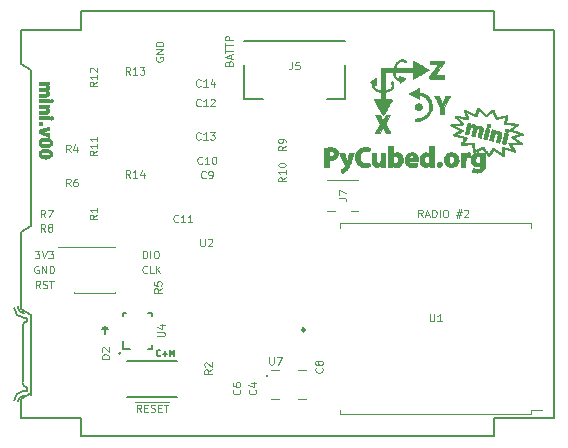
<source format=gbr>
%TF.GenerationSoftware,KiCad,Pcbnew,(5.1.4)-1*%
%TF.CreationDate,2019-10-25T20:43:54-07:00*%
%TF.ProjectId,mainboard,6d61696e-626f-4617-9264-2e6b69636164,rev?*%
%TF.SameCoordinates,Original*%
%TF.FileFunction,Legend,Top*%
%TF.FilePolarity,Positive*%
%FSLAX46Y46*%
G04 Gerber Fmt 4.6, Leading zero omitted, Abs format (unit mm)*
G04 Created by KiCad (PCBNEW (5.1.4)-1) date 2019-10-25 20:43:54*
%MOMM*%
%LPD*%
G04 APERTURE LIST*
%ADD10C,0.127000*%
%ADD11C,0.076200*%
%ADD12C,0.203200*%
%ADD13C,0.150000*%
%ADD14C,0.010000*%
%ADD15C,0.120000*%
%ADD16C,0.100000*%
%ADD17C,0.254000*%
%ADD18C,0.200000*%
%ADD19C,0.152400*%
G04 APERTURE END LIST*
D10*
X88452476Y-102670428D02*
X88428285Y-102694619D01*
X88355714Y-102718809D01*
X88307333Y-102718809D01*
X88234761Y-102694619D01*
X88186380Y-102646238D01*
X88162190Y-102597857D01*
X88138000Y-102501095D01*
X88138000Y-102428523D01*
X88162190Y-102331761D01*
X88186380Y-102283380D01*
X88234761Y-102235000D01*
X88307333Y-102210809D01*
X88355714Y-102210809D01*
X88428285Y-102235000D01*
X88452476Y-102259190D01*
X88670190Y-102525285D02*
X89057238Y-102525285D01*
X88863714Y-102718809D02*
X88863714Y-102331761D01*
X89299142Y-102718809D02*
X89299142Y-102210809D01*
X89468476Y-102573666D01*
X89637809Y-102210809D01*
X89637809Y-102718809D01*
D11*
X110656309Y-90965261D02*
X110444642Y-90662880D01*
X110293452Y-90965261D02*
X110293452Y-90330261D01*
X110535357Y-90330261D01*
X110595833Y-90360500D01*
X110626071Y-90390738D01*
X110656309Y-90451214D01*
X110656309Y-90541928D01*
X110626071Y-90602404D01*
X110595833Y-90632642D01*
X110535357Y-90662880D01*
X110293452Y-90662880D01*
X110898214Y-90783833D02*
X111200595Y-90783833D01*
X110837738Y-90965261D02*
X111049404Y-90330261D01*
X111261071Y-90965261D01*
X111472738Y-90965261D02*
X111472738Y-90330261D01*
X111623928Y-90330261D01*
X111714642Y-90360500D01*
X111775119Y-90420976D01*
X111805357Y-90481452D01*
X111835595Y-90602404D01*
X111835595Y-90693119D01*
X111805357Y-90814071D01*
X111775119Y-90874547D01*
X111714642Y-90935023D01*
X111623928Y-90965261D01*
X111472738Y-90965261D01*
X112107738Y-90965261D02*
X112107738Y-90330261D01*
X112531071Y-90330261D02*
X112652023Y-90330261D01*
X112712500Y-90360500D01*
X112772976Y-90420976D01*
X112803214Y-90541928D01*
X112803214Y-90753595D01*
X112772976Y-90874547D01*
X112712500Y-90935023D01*
X112652023Y-90965261D01*
X112531071Y-90965261D01*
X112470595Y-90935023D01*
X112410119Y-90874547D01*
X112379880Y-90753595D01*
X112379880Y-90541928D01*
X112410119Y-90420976D01*
X112470595Y-90360500D01*
X112531071Y-90330261D01*
X113528928Y-90541928D02*
X113982500Y-90541928D01*
X113710357Y-90269785D02*
X113528928Y-91086214D01*
X113922023Y-90814071D02*
X113468452Y-90814071D01*
X113740595Y-91086214D02*
X113922023Y-90269785D01*
X114163928Y-90390738D02*
X114194166Y-90360500D01*
X114254642Y-90330261D01*
X114405833Y-90330261D01*
X114466309Y-90360500D01*
X114496547Y-90390738D01*
X114526785Y-90451214D01*
X114526785Y-90511690D01*
X114496547Y-90602404D01*
X114133690Y-90965261D01*
X114526785Y-90965261D01*
X86320690Y-106631740D02*
X86955690Y-106631740D01*
X86834738Y-107475261D02*
X86623071Y-107172880D01*
X86471880Y-107475261D02*
X86471880Y-106840261D01*
X86713785Y-106840261D01*
X86774261Y-106870500D01*
X86804500Y-106900738D01*
X86834738Y-106961214D01*
X86834738Y-107051928D01*
X86804500Y-107112404D01*
X86774261Y-107142642D01*
X86713785Y-107172880D01*
X86471880Y-107172880D01*
X86955690Y-106631740D02*
X87530214Y-106631740D01*
X87106880Y-107142642D02*
X87318547Y-107142642D01*
X87409261Y-107475261D02*
X87106880Y-107475261D01*
X87106880Y-106840261D01*
X87409261Y-106840261D01*
X87530214Y-106631740D02*
X88134976Y-106631740D01*
X87651166Y-107445023D02*
X87741880Y-107475261D01*
X87893071Y-107475261D01*
X87953547Y-107445023D01*
X87983785Y-107414785D01*
X88014023Y-107354309D01*
X88014023Y-107293833D01*
X87983785Y-107233357D01*
X87953547Y-107203119D01*
X87893071Y-107172880D01*
X87772119Y-107142642D01*
X87711642Y-107112404D01*
X87681404Y-107082166D01*
X87651166Y-107021690D01*
X87651166Y-106961214D01*
X87681404Y-106900738D01*
X87711642Y-106870500D01*
X87772119Y-106840261D01*
X87923309Y-106840261D01*
X88014023Y-106870500D01*
X88134976Y-106631740D02*
X88709500Y-106631740D01*
X88286166Y-107142642D02*
X88497833Y-107142642D01*
X88588547Y-107475261D02*
X88286166Y-107475261D01*
X88286166Y-106840261D01*
X88588547Y-106840261D01*
X88709500Y-106631740D02*
X89193309Y-106631740D01*
X88769976Y-106840261D02*
X89132833Y-106840261D01*
X88951404Y-107475261D02*
X88951404Y-106840261D01*
X88074500Y-77445809D02*
X88044261Y-77506285D01*
X88044261Y-77597000D01*
X88074500Y-77687714D01*
X88134976Y-77748190D01*
X88195452Y-77778428D01*
X88316404Y-77808666D01*
X88407119Y-77808666D01*
X88528071Y-77778428D01*
X88588547Y-77748190D01*
X88649023Y-77687714D01*
X88679261Y-77597000D01*
X88679261Y-77536523D01*
X88649023Y-77445809D01*
X88618785Y-77415571D01*
X88407119Y-77415571D01*
X88407119Y-77536523D01*
X88679261Y-77143428D02*
X88044261Y-77143428D01*
X88679261Y-76780571D01*
X88044261Y-76780571D01*
X88679261Y-76478190D02*
X88044261Y-76478190D01*
X88044261Y-76327000D01*
X88074500Y-76236285D01*
X88134976Y-76175809D01*
X88195452Y-76145571D01*
X88316404Y-76115333D01*
X88407119Y-76115333D01*
X88528071Y-76145571D01*
X88588547Y-76175809D01*
X88649023Y-76236285D01*
X88679261Y-76327000D01*
X88679261Y-76478190D01*
X94252142Y-77926595D02*
X94282380Y-77835880D01*
X94312619Y-77805642D01*
X94373095Y-77775404D01*
X94463809Y-77775404D01*
X94524285Y-77805642D01*
X94554523Y-77835880D01*
X94584761Y-77896357D01*
X94584761Y-78138261D01*
X93949761Y-78138261D01*
X93949761Y-77926595D01*
X93980000Y-77866119D01*
X94010238Y-77835880D01*
X94070714Y-77805642D01*
X94131190Y-77805642D01*
X94191666Y-77835880D01*
X94221904Y-77866119D01*
X94252142Y-77926595D01*
X94252142Y-78138261D01*
X94403333Y-77533500D02*
X94403333Y-77231119D01*
X94584761Y-77593976D02*
X93949761Y-77382309D01*
X94584761Y-77170642D01*
X93949761Y-77049690D02*
X93949761Y-76686833D01*
X94584761Y-76868261D02*
X93949761Y-76868261D01*
X93949761Y-76565880D02*
X93949761Y-76203023D01*
X94584761Y-76384452D02*
X93949761Y-76384452D01*
X94584761Y-75991357D02*
X93949761Y-75991357D01*
X93949761Y-75749452D01*
X93980000Y-75688976D01*
X94010238Y-75658738D01*
X94070714Y-75628500D01*
X94161428Y-75628500D01*
X94221904Y-75658738D01*
X94252142Y-75688976D01*
X94282380Y-75749452D01*
X94282380Y-75991357D01*
X78265261Y-96997761D02*
X78053595Y-96695380D01*
X77902404Y-96997761D02*
X77902404Y-96362761D01*
X78144309Y-96362761D01*
X78204785Y-96393000D01*
X78235023Y-96423238D01*
X78265261Y-96483714D01*
X78265261Y-96574428D01*
X78235023Y-96634904D01*
X78204785Y-96665142D01*
X78144309Y-96695380D01*
X77902404Y-96695380D01*
X78507166Y-96967523D02*
X78597880Y-96997761D01*
X78749071Y-96997761D01*
X78809547Y-96967523D01*
X78839785Y-96937285D01*
X78870023Y-96876809D01*
X78870023Y-96816333D01*
X78839785Y-96755857D01*
X78809547Y-96725619D01*
X78749071Y-96695380D01*
X78628119Y-96665142D01*
X78567642Y-96634904D01*
X78537404Y-96604666D01*
X78507166Y-96544190D01*
X78507166Y-96483714D01*
X78537404Y-96423238D01*
X78567642Y-96393000D01*
X78628119Y-96362761D01*
X78779309Y-96362761D01*
X78870023Y-96393000D01*
X79051452Y-96362761D02*
X79414309Y-96362761D01*
X79232880Y-96997761D02*
X79232880Y-96362761D01*
D12*
X85090000Y-102489000D02*
G75*
G03X85090000Y-102489000I-63500J0D01*
G01*
D13*
X76625100Y-98791400D02*
X76625100Y-92202000D01*
X77463300Y-78486000D02*
X76625100Y-77978000D01*
X77463300Y-91694000D02*
X76625100Y-92202000D01*
X77463300Y-78486000D02*
X77463300Y-91694000D01*
X81725100Y-75141600D02*
X81725100Y-73541600D01*
X81725100Y-107941600D02*
X81725100Y-109541600D01*
X121800300Y-107941600D02*
X116700300Y-107941600D01*
X76625100Y-75141600D02*
X81725100Y-75141600D01*
X116700300Y-107941600D02*
X116700300Y-109541600D01*
X116700300Y-73541600D02*
X116700300Y-75141600D01*
X121800300Y-75141600D02*
X116700300Y-75141600D01*
X76625100Y-107941600D02*
X76625100Y-106335200D01*
X81725100Y-107941600D02*
X76625100Y-107941600D01*
X77463300Y-99299400D02*
X76625100Y-98791400D01*
D11*
X78129190Y-95123000D02*
X78068714Y-95092761D01*
X77978000Y-95092761D01*
X77887285Y-95123000D01*
X77826809Y-95183476D01*
X77796571Y-95243952D01*
X77766333Y-95364904D01*
X77766333Y-95455619D01*
X77796571Y-95576571D01*
X77826809Y-95637047D01*
X77887285Y-95697523D01*
X77978000Y-95727761D01*
X78038476Y-95727761D01*
X78129190Y-95697523D01*
X78159428Y-95667285D01*
X78159428Y-95455619D01*
X78038476Y-95455619D01*
X78431571Y-95727761D02*
X78431571Y-95092761D01*
X78794428Y-95727761D01*
X78794428Y-95092761D01*
X79096809Y-95727761D02*
X79096809Y-95092761D01*
X79248000Y-95092761D01*
X79338714Y-95123000D01*
X79399190Y-95183476D01*
X79429428Y-95243952D01*
X79459666Y-95364904D01*
X79459666Y-95455619D01*
X79429428Y-95576571D01*
X79399190Y-95637047D01*
X79338714Y-95697523D01*
X79248000Y-95727761D01*
X79096809Y-95727761D01*
D12*
X83784440Y-100901500D02*
X83784440Y-100457000D01*
D13*
X83530440Y-100457000D02*
X83784440Y-100253800D01*
X83784440Y-100253800D02*
X84038440Y-100457000D01*
X84038440Y-100457000D02*
X83835240Y-100457000D01*
X83784440Y-100457000D02*
X83530440Y-100457000D01*
D11*
X77826809Y-93822761D02*
X78219904Y-93822761D01*
X78008238Y-94064666D01*
X78098952Y-94064666D01*
X78159428Y-94094904D01*
X78189666Y-94125142D01*
X78219904Y-94185619D01*
X78219904Y-94336809D01*
X78189666Y-94397285D01*
X78159428Y-94427523D01*
X78098952Y-94457761D01*
X77917523Y-94457761D01*
X77857047Y-94427523D01*
X77826809Y-94397285D01*
X78401333Y-93822761D02*
X78613000Y-94457761D01*
X78824666Y-93822761D01*
X78975857Y-93822761D02*
X79368952Y-93822761D01*
X79157285Y-94064666D01*
X79248000Y-94064666D01*
X79308476Y-94094904D01*
X79338714Y-94125142D01*
X79368952Y-94185619D01*
X79368952Y-94336809D01*
X79338714Y-94397285D01*
X79308476Y-94427523D01*
X79248000Y-94457761D01*
X79066571Y-94457761D01*
X79006095Y-94427523D01*
X78975857Y-94397285D01*
X87315523Y-95667285D02*
X87285285Y-95697523D01*
X87194571Y-95727761D01*
X87134095Y-95727761D01*
X87043380Y-95697523D01*
X86982904Y-95637047D01*
X86952666Y-95576571D01*
X86922428Y-95455619D01*
X86922428Y-95364904D01*
X86952666Y-95243952D01*
X86982904Y-95183476D01*
X87043380Y-95123000D01*
X87134095Y-95092761D01*
X87194571Y-95092761D01*
X87285285Y-95123000D01*
X87315523Y-95153238D01*
X87890047Y-95727761D02*
X87587666Y-95727761D01*
X87587666Y-95092761D01*
X88101714Y-95727761D02*
X88101714Y-95092761D01*
X88464571Y-95727761D02*
X88192428Y-95364904D01*
X88464571Y-95092761D02*
X88101714Y-95455619D01*
X86979880Y-94457761D02*
X86979880Y-93822761D01*
X87131071Y-93822761D01*
X87221785Y-93853000D01*
X87282261Y-93913476D01*
X87312500Y-93973952D01*
X87342738Y-94094904D01*
X87342738Y-94185619D01*
X87312500Y-94306571D01*
X87282261Y-94367047D01*
X87221785Y-94427523D01*
X87131071Y-94457761D01*
X86979880Y-94457761D01*
X87614880Y-94457761D02*
X87614880Y-93822761D01*
X88038214Y-93822761D02*
X88159166Y-93822761D01*
X88219642Y-93853000D01*
X88280119Y-93913476D01*
X88310357Y-94034428D01*
X88310357Y-94246095D01*
X88280119Y-94367047D01*
X88219642Y-94427523D01*
X88159166Y-94457761D01*
X88038214Y-94457761D01*
X87977738Y-94427523D01*
X87917261Y-94367047D01*
X87887023Y-94246095D01*
X87887023Y-94034428D01*
X87917261Y-93913476D01*
X87977738Y-93853000D01*
X88038214Y-93822761D01*
D13*
X121800300Y-107941600D02*
X121800300Y-75141600D01*
X77463300Y-105827200D02*
X76625100Y-106335200D01*
X77463300Y-99299400D02*
X77463300Y-105827200D01*
X81725100Y-109541600D02*
X116700300Y-109541600D01*
X116700300Y-73541600D02*
X81725100Y-73541600D01*
X76625100Y-75141600D02*
X76625100Y-77978000D01*
D14*
G36*
X107101421Y-82457925D02*
G01*
X107135471Y-82530212D01*
X107173654Y-82611766D01*
X107210068Y-82689963D01*
X107227217Y-82726997D01*
X107253600Y-82783306D01*
X107271827Y-82819238D01*
X107283963Y-82837666D01*
X107292075Y-82841463D01*
X107298228Y-82833505D01*
X107300254Y-82828597D01*
X107342447Y-82723317D01*
X107395303Y-82600541D01*
X107449213Y-82480996D01*
X107522394Y-82321400D01*
X107923301Y-82321400D01*
X107763791Y-82597625D01*
X107716224Y-82679996D01*
X107669434Y-82761019D01*
X107626021Y-82836193D01*
X107588582Y-82901020D01*
X107559716Y-82951001D01*
X107547774Y-82971677D01*
X107520763Y-83019816D01*
X107505500Y-83052006D01*
X107500196Y-83073787D01*
X107503062Y-83090703D01*
X107506791Y-83098677D01*
X107516795Y-83116506D01*
X107537908Y-83153434D01*
X107568480Y-83206597D01*
X107606859Y-83273131D01*
X107651395Y-83350172D01*
X107700437Y-83434858D01*
X107729808Y-83485510D01*
X107779938Y-83572330D01*
X107825707Y-83652388D01*
X107865605Y-83722979D01*
X107898124Y-83781402D01*
X107921753Y-83824953D01*
X107934982Y-83850930D01*
X107937299Y-83856985D01*
X107925624Y-83863052D01*
X107890236Y-83867351D01*
X107830596Y-83869921D01*
X107746165Y-83870799D01*
X107743476Y-83870800D01*
X107549653Y-83870800D01*
X107410101Y-83591446D01*
X107363051Y-83497888D01*
X107325863Y-83425556D01*
X107297501Y-83372734D01*
X107276933Y-83337705D01*
X107263123Y-83318751D01*
X107255039Y-83314155D01*
X107251645Y-83322200D01*
X107251372Y-83327875D01*
X107246281Y-83343606D01*
X107232089Y-83378893D01*
X107210304Y-83430216D01*
X107182432Y-83494050D01*
X107149981Y-83566875D01*
X107133171Y-83604100D01*
X107015098Y-83864450D01*
X106815799Y-83867947D01*
X106747901Y-83868724D01*
X106689937Y-83868596D01*
X106646195Y-83867636D01*
X106620966Y-83865918D01*
X106616500Y-83864545D01*
X106622612Y-83852318D01*
X106639992Y-83820633D01*
X106667206Y-83772030D01*
X106702819Y-83709047D01*
X106745395Y-83634224D01*
X106793501Y-83550097D01*
X106839601Y-83469807D01*
X107062702Y-83081969D01*
X106852301Y-82709689D01*
X106802351Y-82621079D01*
X106756638Y-82539544D01*
X106716611Y-82467703D01*
X106683721Y-82408178D01*
X106659416Y-82363586D01*
X106645147Y-82336550D01*
X106641900Y-82329404D01*
X106653880Y-82326665D01*
X106686948Y-82324329D01*
X106736792Y-82322572D01*
X106799099Y-82321568D01*
X106839365Y-82321400D01*
X107036831Y-82321400D01*
X107101421Y-82457925D01*
X107101421Y-82457925D01*
G37*
X107101421Y-82457925D02*
X107135471Y-82530212D01*
X107173654Y-82611766D01*
X107210068Y-82689963D01*
X107227217Y-82726997D01*
X107253600Y-82783306D01*
X107271827Y-82819238D01*
X107283963Y-82837666D01*
X107292075Y-82841463D01*
X107298228Y-82833505D01*
X107300254Y-82828597D01*
X107342447Y-82723317D01*
X107395303Y-82600541D01*
X107449213Y-82480996D01*
X107522394Y-82321400D01*
X107923301Y-82321400D01*
X107763791Y-82597625D01*
X107716224Y-82679996D01*
X107669434Y-82761019D01*
X107626021Y-82836193D01*
X107588582Y-82901020D01*
X107559716Y-82951001D01*
X107547774Y-82971677D01*
X107520763Y-83019816D01*
X107505500Y-83052006D01*
X107500196Y-83073787D01*
X107503062Y-83090703D01*
X107506791Y-83098677D01*
X107516795Y-83116506D01*
X107537908Y-83153434D01*
X107568480Y-83206597D01*
X107606859Y-83273131D01*
X107651395Y-83350172D01*
X107700437Y-83434858D01*
X107729808Y-83485510D01*
X107779938Y-83572330D01*
X107825707Y-83652388D01*
X107865605Y-83722979D01*
X107898124Y-83781402D01*
X107921753Y-83824953D01*
X107934982Y-83850930D01*
X107937299Y-83856985D01*
X107925624Y-83863052D01*
X107890236Y-83867351D01*
X107830596Y-83869921D01*
X107746165Y-83870799D01*
X107743476Y-83870800D01*
X107549653Y-83870800D01*
X107410101Y-83591446D01*
X107363051Y-83497888D01*
X107325863Y-83425556D01*
X107297501Y-83372734D01*
X107276933Y-83337705D01*
X107263123Y-83318751D01*
X107255039Y-83314155D01*
X107251645Y-83322200D01*
X107251372Y-83327875D01*
X107246281Y-83343606D01*
X107232089Y-83378893D01*
X107210304Y-83430216D01*
X107182432Y-83494050D01*
X107149981Y-83566875D01*
X107133171Y-83604100D01*
X107015098Y-83864450D01*
X106815799Y-83867947D01*
X106747901Y-83868724D01*
X106689937Y-83868596D01*
X106646195Y-83867636D01*
X106620966Y-83865918D01*
X106616500Y-83864545D01*
X106622612Y-83852318D01*
X106639992Y-83820633D01*
X106667206Y-83772030D01*
X106702819Y-83709047D01*
X106745395Y-83634224D01*
X106793501Y-83550097D01*
X106839601Y-83469807D01*
X107062702Y-83081969D01*
X106852301Y-82709689D01*
X106802351Y-82621079D01*
X106756638Y-82539544D01*
X106716611Y-82467703D01*
X106683721Y-82408178D01*
X106659416Y-82363586D01*
X106645147Y-82336550D01*
X106641900Y-82329404D01*
X106653880Y-82326665D01*
X106686948Y-82324329D01*
X106736792Y-82322572D01*
X106799099Y-82321568D01*
X106839365Y-82321400D01*
X107036831Y-82321400D01*
X107101421Y-82457925D01*
G36*
X110369350Y-80420824D02*
G01*
X110471126Y-80442697D01*
X110642354Y-80491477D01*
X110800676Y-80560643D01*
X110944697Y-80648695D01*
X111073024Y-80754133D01*
X111184264Y-80875456D01*
X111277022Y-81011164D01*
X111349906Y-81159757D01*
X111401522Y-81319734D01*
X111428808Y-81473709D01*
X111436040Y-81639623D01*
X111419593Y-81800232D01*
X111378958Y-81958400D01*
X111315274Y-82113602D01*
X111228147Y-82265904D01*
X111122969Y-82400457D01*
X111000027Y-82517084D01*
X110859609Y-82615610D01*
X110702002Y-82695859D01*
X110527494Y-82757656D01*
X110336371Y-82800826D01*
X110153433Y-82823365D01*
X110104796Y-82826051D01*
X110066209Y-82825948D01*
X110044403Y-82823141D01*
X110042308Y-82821975D01*
X110037670Y-82805428D01*
X110034285Y-82770648D01*
X110032816Y-82724792D01*
X110032800Y-82719333D01*
X110032800Y-82626200D01*
X110093125Y-82625807D01*
X110237549Y-82615470D01*
X110388310Y-82587773D01*
X110535640Y-82545000D01*
X110663359Y-82492562D01*
X110802070Y-82412338D01*
X110923288Y-82315430D01*
X111026089Y-82204002D01*
X111109546Y-82080222D01*
X111172735Y-81946256D01*
X111214730Y-81804269D01*
X111234605Y-81656429D01*
X111231437Y-81504900D01*
X111204298Y-81351850D01*
X111182254Y-81277798D01*
X111123337Y-81142504D01*
X111042916Y-81018536D01*
X110943002Y-80907618D01*
X110825603Y-80811470D01*
X110692731Y-80731814D01*
X110546394Y-80670371D01*
X110436499Y-80638998D01*
X110363665Y-80622007D01*
X110360157Y-80804432D01*
X110356650Y-80986856D01*
X109937550Y-80744939D01*
X109843835Y-80690818D01*
X109757287Y-80640786D01*
X109680311Y-80596238D01*
X109615314Y-80558568D01*
X109564700Y-80529171D01*
X109530878Y-80509441D01*
X109516252Y-80500774D01*
X109515850Y-80500503D01*
X109525865Y-80493816D01*
X109555526Y-80475833D01*
X109602474Y-80447944D01*
X109664349Y-80411535D01*
X109738790Y-80367995D01*
X109823437Y-80318711D01*
X109915931Y-80265072D01*
X109934950Y-80254066D01*
X110356650Y-80010148D01*
X110369350Y-80420824D01*
X110369350Y-80420824D01*
G37*
X110369350Y-80420824D02*
X110471126Y-80442697D01*
X110642354Y-80491477D01*
X110800676Y-80560643D01*
X110944697Y-80648695D01*
X111073024Y-80754133D01*
X111184264Y-80875456D01*
X111277022Y-81011164D01*
X111349906Y-81159757D01*
X111401522Y-81319734D01*
X111428808Y-81473709D01*
X111436040Y-81639623D01*
X111419593Y-81800232D01*
X111378958Y-81958400D01*
X111315274Y-82113602D01*
X111228147Y-82265904D01*
X111122969Y-82400457D01*
X111000027Y-82517084D01*
X110859609Y-82615610D01*
X110702002Y-82695859D01*
X110527494Y-82757656D01*
X110336371Y-82800826D01*
X110153433Y-82823365D01*
X110104796Y-82826051D01*
X110066209Y-82825948D01*
X110044403Y-82823141D01*
X110042308Y-82821975D01*
X110037670Y-82805428D01*
X110034285Y-82770648D01*
X110032816Y-82724792D01*
X110032800Y-82719333D01*
X110032800Y-82626200D01*
X110093125Y-82625807D01*
X110237549Y-82615470D01*
X110388310Y-82587773D01*
X110535640Y-82545000D01*
X110663359Y-82492562D01*
X110802070Y-82412338D01*
X110923288Y-82315430D01*
X111026089Y-82204002D01*
X111109546Y-82080222D01*
X111172735Y-81946256D01*
X111214730Y-81804269D01*
X111234605Y-81656429D01*
X111231437Y-81504900D01*
X111204298Y-81351850D01*
X111182254Y-81277798D01*
X111123337Y-81142504D01*
X111042916Y-81018536D01*
X110943002Y-80907618D01*
X110825603Y-80811470D01*
X110692731Y-80731814D01*
X110546394Y-80670371D01*
X110436499Y-80638998D01*
X110363665Y-80622007D01*
X110360157Y-80804432D01*
X110356650Y-80986856D01*
X109937550Y-80744939D01*
X109843835Y-80690818D01*
X109757287Y-80640786D01*
X109680311Y-80596238D01*
X109615314Y-80558568D01*
X109564700Y-80529171D01*
X109530878Y-80509441D01*
X109516252Y-80500774D01*
X109515850Y-80500503D01*
X109525865Y-80493816D01*
X109555526Y-80475833D01*
X109602474Y-80447944D01*
X109664349Y-80411535D01*
X109738790Y-80367995D01*
X109823437Y-80318711D01*
X109915931Y-80265072D01*
X109934950Y-80254066D01*
X110356650Y-80010148D01*
X110369350Y-80420824D01*
G36*
X108971052Y-77621848D02*
G01*
X109045729Y-77637565D01*
X109051886Y-77639606D01*
X109094326Y-77657356D01*
X109141669Y-77681955D01*
X109188447Y-77709902D01*
X109229192Y-77737693D01*
X109258437Y-77761827D01*
X109270714Y-77778802D01*
X109270800Y-77779824D01*
X109262285Y-77797958D01*
X109241130Y-77823582D01*
X109234084Y-77830623D01*
X109197369Y-77865798D01*
X109127664Y-77819516D01*
X109031619Y-77767919D01*
X108937363Y-77741444D01*
X108845447Y-77739842D01*
X108756427Y-77762866D01*
X108670857Y-77810267D01*
X108589289Y-77881796D01*
X108512279Y-77977206D01*
X108440380Y-78096248D01*
X108419784Y-78136750D01*
X108393560Y-78191932D01*
X108371138Y-78242035D01*
X108355285Y-78280706D01*
X108349298Y-78298675D01*
X108340946Y-78333600D01*
X109804200Y-78333600D01*
X109804200Y-78021518D01*
X109804355Y-77923793D01*
X109804941Y-77848655D01*
X109806137Y-77793295D01*
X109808121Y-77754902D01*
X109811072Y-77730664D01*
X109815169Y-77717771D01*
X109820590Y-77713412D01*
X109823797Y-77713543D01*
X109838011Y-77720424D01*
X109871619Y-77738613D01*
X109922328Y-77766790D01*
X109987844Y-77803635D01*
X110065873Y-77847827D01*
X110154122Y-77898045D01*
X110250296Y-77952971D01*
X110352103Y-78011282D01*
X110457247Y-78071659D01*
X110563437Y-78132782D01*
X110668376Y-78193329D01*
X110769773Y-78251980D01*
X110865333Y-78307415D01*
X110952762Y-78358314D01*
X111029767Y-78403357D01*
X111094054Y-78441221D01*
X111143328Y-78470589D01*
X111175297Y-78490138D01*
X111187666Y-78498548D01*
X111187741Y-78498700D01*
X111177144Y-78506239D01*
X111146750Y-78525006D01*
X111098850Y-78553684D01*
X111035731Y-78590956D01*
X110959683Y-78635505D01*
X110872996Y-78686015D01*
X110777960Y-78741169D01*
X110676862Y-78799650D01*
X110571994Y-78860140D01*
X110465643Y-78921325D01*
X110360100Y-78981886D01*
X110257654Y-79040506D01*
X110160594Y-79095870D01*
X110071210Y-79146660D01*
X109991791Y-79191559D01*
X109924626Y-79229251D01*
X109872004Y-79258419D01*
X109836215Y-79277746D01*
X109819549Y-79285915D01*
X109818780Y-79286100D01*
X109813850Y-79278081D01*
X109810030Y-79252876D01*
X109807237Y-79208761D01*
X109805392Y-79144011D01*
X109804413Y-79056902D01*
X109804200Y-78974950D01*
X109804200Y-78663800D01*
X108278032Y-78663800D01*
X108287066Y-78762225D01*
X108307136Y-78888293D01*
X108342274Y-78996947D01*
X108391864Y-79086889D01*
X108455289Y-79156824D01*
X108485628Y-79179733D01*
X108527106Y-79203172D01*
X108571077Y-79221375D01*
X108610513Y-79232141D01*
X108638387Y-79233266D01*
X108645494Y-79229839D01*
X108646899Y-79214744D01*
X108643964Y-79181622D01*
X108637323Y-79137355D01*
X108636547Y-79132952D01*
X108629623Y-79087967D01*
X108626395Y-79053452D01*
X108627481Y-79036309D01*
X108627818Y-79035848D01*
X108640793Y-79038157D01*
X108673573Y-79047540D01*
X108722014Y-79062601D01*
X108781974Y-79081946D01*
X108849311Y-79104181D01*
X108919882Y-79127911D01*
X108989544Y-79151741D01*
X109054155Y-79174276D01*
X109109572Y-79194123D01*
X109151653Y-79209886D01*
X109176254Y-79220170D01*
X109178049Y-79221084D01*
X109173648Y-79231583D01*
X109151124Y-79256478D01*
X109112117Y-79294200D01*
X109058262Y-79343183D01*
X108991198Y-79401862D01*
X108970557Y-79419576D01*
X108906671Y-79473992D01*
X108849089Y-79522661D01*
X108800652Y-79563212D01*
X108764202Y-79593273D01*
X108742581Y-79610475D01*
X108738011Y-79613606D01*
X108731614Y-79603594D01*
X108722240Y-79573677D01*
X108711336Y-79528961D01*
X108703859Y-79493082D01*
X108679560Y-79368900D01*
X108610597Y-79358975D01*
X108505318Y-79331803D01*
X108412168Y-79283216D01*
X108332299Y-79214708D01*
X108266861Y-79127770D01*
X108217008Y-79023894D01*
X108183891Y-78904573D01*
X108169486Y-78787625D01*
X108162206Y-78663800D01*
X107467400Y-78663800D01*
X107467400Y-80241484D01*
X107524663Y-80232896D01*
X107566391Y-80224235D01*
X107620099Y-80209887D01*
X107672544Y-80193488D01*
X107790330Y-80144128D01*
X107886300Y-80083995D01*
X107959995Y-80013857D01*
X108010953Y-79934478D01*
X108038716Y-79846624D01*
X108042825Y-79751060D01*
X108022819Y-79648551D01*
X108014641Y-79623741D01*
X108001319Y-79584421D01*
X107992923Y-79556248D01*
X107991242Y-79545927D01*
X108003460Y-79539121D01*
X108030733Y-79524982D01*
X108046898Y-79516781D01*
X108099346Y-79490341D01*
X108119335Y-79543795D01*
X108148889Y-79638078D01*
X108163047Y-79726338D01*
X108164094Y-79816052D01*
X108158883Y-79878440D01*
X108147693Y-79928835D01*
X108127183Y-79980504D01*
X108117748Y-80000204D01*
X108060295Y-80088911D01*
X107980898Y-80168202D01*
X107881724Y-80236651D01*
X107764939Y-80292833D01*
X107632710Y-80335321D01*
X107595046Y-80344172D01*
X107467493Y-80371950D01*
X107467446Y-80692625D01*
X107467400Y-81013300D01*
X107778550Y-81013300D01*
X107864424Y-81013562D01*
X107941219Y-81014298D01*
X108005500Y-81015435D01*
X108053831Y-81016898D01*
X108082777Y-81018613D01*
X108089700Y-81020022D01*
X108083527Y-81032294D01*
X108065902Y-81064197D01*
X108038161Y-81113417D01*
X108001642Y-81177642D01*
X107957682Y-81254557D01*
X107907620Y-81341850D01*
X107852793Y-81437206D01*
X107794537Y-81538313D01*
X107734192Y-81642857D01*
X107673094Y-81748525D01*
X107612581Y-81853003D01*
X107553991Y-81953977D01*
X107498660Y-82049135D01*
X107447928Y-82136163D01*
X107403130Y-82212748D01*
X107365605Y-82276575D01*
X107336691Y-82325332D01*
X107317724Y-82356705D01*
X107310194Y-82368245D01*
X107303892Y-82365933D01*
X107291141Y-82351247D01*
X107271253Y-82323065D01*
X107243544Y-82280268D01*
X107207328Y-82221736D01*
X107161921Y-82146347D01*
X107106636Y-82052981D01*
X107040788Y-81940519D01*
X106963692Y-81807839D01*
X106900346Y-81698320D01*
X106504743Y-81013300D01*
X107137636Y-81013300D01*
X107130850Y-80373638D01*
X107041309Y-80358557D01*
X106896326Y-80326763D01*
X106771286Y-80282958D01*
X106663027Y-80225673D01*
X106568385Y-80153443D01*
X106539345Y-80125820D01*
X106477528Y-80056608D01*
X106435224Y-79989543D01*
X106409493Y-79917426D01*
X106397399Y-79833061D01*
X106395464Y-79773364D01*
X106395082Y-79657379D01*
X106281423Y-79600937D01*
X106167763Y-79544495D01*
X106404206Y-79383389D01*
X106473487Y-79336433D01*
X106536519Y-79294190D01*
X106590017Y-79258821D01*
X106630694Y-79232490D01*
X106655267Y-79217360D01*
X106660324Y-79214732D01*
X106674808Y-79215380D01*
X106679861Y-79235624D01*
X106680000Y-79242896D01*
X106680999Y-79266478D01*
X106683780Y-79310747D01*
X106688017Y-79371081D01*
X106693386Y-79442855D01*
X106699560Y-79521446D01*
X106699810Y-79524543D01*
X106705766Y-79601830D01*
X106710596Y-79671089D01*
X106714044Y-79728084D01*
X106715857Y-79768581D01*
X106715779Y-79788343D01*
X106715685Y-79788898D01*
X106708684Y-79795949D01*
X106690064Y-79793320D01*
X106655999Y-79779974D01*
X106618640Y-79762610D01*
X106574906Y-79741902D01*
X106540763Y-79726283D01*
X106521982Y-79718376D01*
X106520215Y-79717900D01*
X106514524Y-79729169D01*
X106513627Y-79758466D01*
X106516816Y-79799018D01*
X106523379Y-79844057D01*
X106532608Y-79886812D01*
X106540645Y-79912758D01*
X106579887Y-79984188D01*
X106640778Y-80051457D01*
X106719615Y-80111998D01*
X106812699Y-80163244D01*
X106916326Y-80202629D01*
X106983508Y-80219811D01*
X107033957Y-80230358D01*
X107077799Y-80239501D01*
X107106463Y-80245455D01*
X107108625Y-80245900D01*
X107137200Y-80251783D01*
X107137200Y-78333600D01*
X108212535Y-78333600D01*
X108233068Y-78259746D01*
X108259361Y-78184521D01*
X108298035Y-78098421D01*
X108344713Y-78009657D01*
X108395014Y-77926441D01*
X108444562Y-77856981D01*
X108454028Y-77845424D01*
X108537424Y-77759368D01*
X108626301Y-77691256D01*
X108716249Y-77644377D01*
X108731050Y-77638854D01*
X108802709Y-77622467D01*
X108886378Y-77616807D01*
X108971052Y-77621848D01*
X108971052Y-77621848D01*
G37*
X108971052Y-77621848D02*
X109045729Y-77637565D01*
X109051886Y-77639606D01*
X109094326Y-77657356D01*
X109141669Y-77681955D01*
X109188447Y-77709902D01*
X109229192Y-77737693D01*
X109258437Y-77761827D01*
X109270714Y-77778802D01*
X109270800Y-77779824D01*
X109262285Y-77797958D01*
X109241130Y-77823582D01*
X109234084Y-77830623D01*
X109197369Y-77865798D01*
X109127664Y-77819516D01*
X109031619Y-77767919D01*
X108937363Y-77741444D01*
X108845447Y-77739842D01*
X108756427Y-77762866D01*
X108670857Y-77810267D01*
X108589289Y-77881796D01*
X108512279Y-77977206D01*
X108440380Y-78096248D01*
X108419784Y-78136750D01*
X108393560Y-78191932D01*
X108371138Y-78242035D01*
X108355285Y-78280706D01*
X108349298Y-78298675D01*
X108340946Y-78333600D01*
X109804200Y-78333600D01*
X109804200Y-78021518D01*
X109804355Y-77923793D01*
X109804941Y-77848655D01*
X109806137Y-77793295D01*
X109808121Y-77754902D01*
X109811072Y-77730664D01*
X109815169Y-77717771D01*
X109820590Y-77713412D01*
X109823797Y-77713543D01*
X109838011Y-77720424D01*
X109871619Y-77738613D01*
X109922328Y-77766790D01*
X109987844Y-77803635D01*
X110065873Y-77847827D01*
X110154122Y-77898045D01*
X110250296Y-77952971D01*
X110352103Y-78011282D01*
X110457247Y-78071659D01*
X110563437Y-78132782D01*
X110668376Y-78193329D01*
X110769773Y-78251980D01*
X110865333Y-78307415D01*
X110952762Y-78358314D01*
X111029767Y-78403357D01*
X111094054Y-78441221D01*
X111143328Y-78470589D01*
X111175297Y-78490138D01*
X111187666Y-78498548D01*
X111187741Y-78498700D01*
X111177144Y-78506239D01*
X111146750Y-78525006D01*
X111098850Y-78553684D01*
X111035731Y-78590956D01*
X110959683Y-78635505D01*
X110872996Y-78686015D01*
X110777960Y-78741169D01*
X110676862Y-78799650D01*
X110571994Y-78860140D01*
X110465643Y-78921325D01*
X110360100Y-78981886D01*
X110257654Y-79040506D01*
X110160594Y-79095870D01*
X110071210Y-79146660D01*
X109991791Y-79191559D01*
X109924626Y-79229251D01*
X109872004Y-79258419D01*
X109836215Y-79277746D01*
X109819549Y-79285915D01*
X109818780Y-79286100D01*
X109813850Y-79278081D01*
X109810030Y-79252876D01*
X109807237Y-79208761D01*
X109805392Y-79144011D01*
X109804413Y-79056902D01*
X109804200Y-78974950D01*
X109804200Y-78663800D01*
X108278032Y-78663800D01*
X108287066Y-78762225D01*
X108307136Y-78888293D01*
X108342274Y-78996947D01*
X108391864Y-79086889D01*
X108455289Y-79156824D01*
X108485628Y-79179733D01*
X108527106Y-79203172D01*
X108571077Y-79221375D01*
X108610513Y-79232141D01*
X108638387Y-79233266D01*
X108645494Y-79229839D01*
X108646899Y-79214744D01*
X108643964Y-79181622D01*
X108637323Y-79137355D01*
X108636547Y-79132952D01*
X108629623Y-79087967D01*
X108626395Y-79053452D01*
X108627481Y-79036309D01*
X108627818Y-79035848D01*
X108640793Y-79038157D01*
X108673573Y-79047540D01*
X108722014Y-79062601D01*
X108781974Y-79081946D01*
X108849311Y-79104181D01*
X108919882Y-79127911D01*
X108989544Y-79151741D01*
X109054155Y-79174276D01*
X109109572Y-79194123D01*
X109151653Y-79209886D01*
X109176254Y-79220170D01*
X109178049Y-79221084D01*
X109173648Y-79231583D01*
X109151124Y-79256478D01*
X109112117Y-79294200D01*
X109058262Y-79343183D01*
X108991198Y-79401862D01*
X108970557Y-79419576D01*
X108906671Y-79473992D01*
X108849089Y-79522661D01*
X108800652Y-79563212D01*
X108764202Y-79593273D01*
X108742581Y-79610475D01*
X108738011Y-79613606D01*
X108731614Y-79603594D01*
X108722240Y-79573677D01*
X108711336Y-79528961D01*
X108703859Y-79493082D01*
X108679560Y-79368900D01*
X108610597Y-79358975D01*
X108505318Y-79331803D01*
X108412168Y-79283216D01*
X108332299Y-79214708D01*
X108266861Y-79127770D01*
X108217008Y-79023894D01*
X108183891Y-78904573D01*
X108169486Y-78787625D01*
X108162206Y-78663800D01*
X107467400Y-78663800D01*
X107467400Y-80241484D01*
X107524663Y-80232896D01*
X107566391Y-80224235D01*
X107620099Y-80209887D01*
X107672544Y-80193488D01*
X107790330Y-80144128D01*
X107886300Y-80083995D01*
X107959995Y-80013857D01*
X108010953Y-79934478D01*
X108038716Y-79846624D01*
X108042825Y-79751060D01*
X108022819Y-79648551D01*
X108014641Y-79623741D01*
X108001319Y-79584421D01*
X107992923Y-79556248D01*
X107991242Y-79545927D01*
X108003460Y-79539121D01*
X108030733Y-79524982D01*
X108046898Y-79516781D01*
X108099346Y-79490341D01*
X108119335Y-79543795D01*
X108148889Y-79638078D01*
X108163047Y-79726338D01*
X108164094Y-79816052D01*
X108158883Y-79878440D01*
X108147693Y-79928835D01*
X108127183Y-79980504D01*
X108117748Y-80000204D01*
X108060295Y-80088911D01*
X107980898Y-80168202D01*
X107881724Y-80236651D01*
X107764939Y-80292833D01*
X107632710Y-80335321D01*
X107595046Y-80344172D01*
X107467493Y-80371950D01*
X107467446Y-80692625D01*
X107467400Y-81013300D01*
X107778550Y-81013300D01*
X107864424Y-81013562D01*
X107941219Y-81014298D01*
X108005500Y-81015435D01*
X108053831Y-81016898D01*
X108082777Y-81018613D01*
X108089700Y-81020022D01*
X108083527Y-81032294D01*
X108065902Y-81064197D01*
X108038161Y-81113417D01*
X108001642Y-81177642D01*
X107957682Y-81254557D01*
X107907620Y-81341850D01*
X107852793Y-81437206D01*
X107794537Y-81538313D01*
X107734192Y-81642857D01*
X107673094Y-81748525D01*
X107612581Y-81853003D01*
X107553991Y-81953977D01*
X107498660Y-82049135D01*
X107447928Y-82136163D01*
X107403130Y-82212748D01*
X107365605Y-82276575D01*
X107336691Y-82325332D01*
X107317724Y-82356705D01*
X107310194Y-82368245D01*
X107303892Y-82365933D01*
X107291141Y-82351247D01*
X107271253Y-82323065D01*
X107243544Y-82280268D01*
X107207328Y-82221736D01*
X107161921Y-82146347D01*
X107106636Y-82052981D01*
X107040788Y-81940519D01*
X106963692Y-81807839D01*
X106900346Y-81698320D01*
X106504743Y-81013300D01*
X107137636Y-81013300D01*
X107130850Y-80373638D01*
X107041309Y-80358557D01*
X106896326Y-80326763D01*
X106771286Y-80282958D01*
X106663027Y-80225673D01*
X106568385Y-80153443D01*
X106539345Y-80125820D01*
X106477528Y-80056608D01*
X106435224Y-79989543D01*
X106409493Y-79917426D01*
X106397399Y-79833061D01*
X106395464Y-79773364D01*
X106395082Y-79657379D01*
X106281423Y-79600937D01*
X106167763Y-79544495D01*
X106404206Y-79383389D01*
X106473487Y-79336433D01*
X106536519Y-79294190D01*
X106590017Y-79258821D01*
X106630694Y-79232490D01*
X106655267Y-79217360D01*
X106660324Y-79214732D01*
X106674808Y-79215380D01*
X106679861Y-79235624D01*
X106680000Y-79242896D01*
X106680999Y-79266478D01*
X106683780Y-79310747D01*
X106688017Y-79371081D01*
X106693386Y-79442855D01*
X106699560Y-79521446D01*
X106699810Y-79524543D01*
X106705766Y-79601830D01*
X106710596Y-79671089D01*
X106714044Y-79728084D01*
X106715857Y-79768581D01*
X106715779Y-79788343D01*
X106715685Y-79788898D01*
X106708684Y-79795949D01*
X106690064Y-79793320D01*
X106655999Y-79779974D01*
X106618640Y-79762610D01*
X106574906Y-79741902D01*
X106540763Y-79726283D01*
X106521982Y-79718376D01*
X106520215Y-79717900D01*
X106514524Y-79729169D01*
X106513627Y-79758466D01*
X106516816Y-79799018D01*
X106523379Y-79844057D01*
X106532608Y-79886812D01*
X106540645Y-79912758D01*
X106579887Y-79984188D01*
X106640778Y-80051457D01*
X106719615Y-80111998D01*
X106812699Y-80163244D01*
X106916326Y-80202629D01*
X106983508Y-80219811D01*
X107033957Y-80230358D01*
X107077799Y-80239501D01*
X107106463Y-80245455D01*
X107108625Y-80245900D01*
X107137200Y-80251783D01*
X107137200Y-78333600D01*
X108212535Y-78333600D01*
X108233068Y-78259746D01*
X108259361Y-78184521D01*
X108298035Y-78098421D01*
X108344713Y-78009657D01*
X108395014Y-77926441D01*
X108444562Y-77856981D01*
X108454028Y-77845424D01*
X108537424Y-77759368D01*
X108626301Y-77691256D01*
X108716249Y-77644377D01*
X108731050Y-77638854D01*
X108802709Y-77622467D01*
X108886378Y-77616807D01*
X108971052Y-77621848D01*
G36*
X111852746Y-80720846D02*
G01*
X111912205Y-80722426D01*
X111965377Y-80725267D01*
X112006987Y-80729323D01*
X112031762Y-80734544D01*
X112035881Y-80737075D01*
X112044317Y-80753183D01*
X112060804Y-80788978D01*
X112083718Y-80840659D01*
X112111435Y-80904428D01*
X112142332Y-80976486D01*
X112174784Y-81053033D01*
X112207169Y-81130269D01*
X112237862Y-81204395D01*
X112265241Y-81271613D01*
X112278749Y-81305400D01*
X112316491Y-81400650D01*
X112331014Y-81362550D01*
X112351659Y-81309661D01*
X112379781Y-81239404D01*
X112412923Y-81157787D01*
X112448629Y-81070820D01*
X112484441Y-80984509D01*
X112517902Y-80904864D01*
X112525782Y-80886300D01*
X112593331Y-80727550D01*
X112787754Y-80724036D01*
X112861927Y-80722912D01*
X112914214Y-80722880D01*
X112948119Y-80724270D01*
X112967145Y-80727412D01*
X112974793Y-80732635D01*
X112974568Y-80740269D01*
X112974093Y-80741588D01*
X112966226Y-80756996D01*
X112947219Y-80791994D01*
X112918468Y-80844079D01*
X112881367Y-80910749D01*
X112837308Y-80989501D01*
X112787686Y-81077832D01*
X112733896Y-81173240D01*
X112718604Y-81200303D01*
X112471200Y-81637951D01*
X112471200Y-82270600D01*
X112128300Y-82270600D01*
X112128300Y-81647030D01*
X111887000Y-81196456D01*
X111834407Y-81097955D01*
X111785767Y-81006282D01*
X111742353Y-80923881D01*
X111705439Y-80853198D01*
X111676300Y-80796677D01*
X111656210Y-80756763D01*
X111646443Y-80735900D01*
X111645700Y-80733541D01*
X111657497Y-80728097D01*
X111689374Y-80724154D01*
X111736056Y-80721662D01*
X111792272Y-80720576D01*
X111852746Y-80720846D01*
X111852746Y-80720846D01*
G37*
X111852746Y-80720846D02*
X111912205Y-80722426D01*
X111965377Y-80725267D01*
X112006987Y-80729323D01*
X112031762Y-80734544D01*
X112035881Y-80737075D01*
X112044317Y-80753183D01*
X112060804Y-80788978D01*
X112083718Y-80840659D01*
X112111435Y-80904428D01*
X112142332Y-80976486D01*
X112174784Y-81053033D01*
X112207169Y-81130269D01*
X112237862Y-81204395D01*
X112265241Y-81271613D01*
X112278749Y-81305400D01*
X112316491Y-81400650D01*
X112331014Y-81362550D01*
X112351659Y-81309661D01*
X112379781Y-81239404D01*
X112412923Y-81157787D01*
X112448629Y-81070820D01*
X112484441Y-80984509D01*
X112517902Y-80904864D01*
X112525782Y-80886300D01*
X112593331Y-80727550D01*
X112787754Y-80724036D01*
X112861927Y-80722912D01*
X112914214Y-80722880D01*
X112948119Y-80724270D01*
X112967145Y-80727412D01*
X112974793Y-80732635D01*
X112974568Y-80740269D01*
X112974093Y-80741588D01*
X112966226Y-80756996D01*
X112947219Y-80791994D01*
X112918468Y-80844079D01*
X112881367Y-80910749D01*
X112837308Y-80989501D01*
X112787686Y-81077832D01*
X112733896Y-81173240D01*
X112718604Y-81200303D01*
X112471200Y-81637951D01*
X112471200Y-82270600D01*
X112128300Y-82270600D01*
X112128300Y-81647030D01*
X111887000Y-81196456D01*
X111834407Y-81097955D01*
X111785767Y-81006282D01*
X111742353Y-80923881D01*
X111705439Y-80853198D01*
X111676300Y-80796677D01*
X111656210Y-80756763D01*
X111646443Y-80735900D01*
X111645700Y-80733541D01*
X111657497Y-80728097D01*
X111689374Y-80724154D01*
X111736056Y-80721662D01*
X111792272Y-80720576D01*
X111852746Y-80720846D01*
G36*
X110372465Y-81344277D02*
G01*
X110432850Y-81365031D01*
X110502835Y-81414640D01*
X110554164Y-81476705D01*
X110586818Y-81547261D01*
X110600775Y-81622346D01*
X110596014Y-81697996D01*
X110572516Y-81770247D01*
X110530259Y-81835136D01*
X110469223Y-81888700D01*
X110435672Y-81908029D01*
X110352421Y-81936249D01*
X110267720Y-81939296D01*
X110183465Y-81917174D01*
X110161938Y-81907337D01*
X110091700Y-81859844D01*
X110040495Y-81799468D01*
X110008299Y-81730115D01*
X109995087Y-81655695D01*
X110000836Y-81580114D01*
X110025521Y-81507283D01*
X110069118Y-81441108D01*
X110131603Y-81385499D01*
X110165283Y-81365275D01*
X110227602Y-81344104D01*
X110300166Y-81337102D01*
X110372465Y-81344277D01*
X110372465Y-81344277D01*
G37*
X110372465Y-81344277D02*
X110432850Y-81365031D01*
X110502835Y-81414640D01*
X110554164Y-81476705D01*
X110586818Y-81547261D01*
X110600775Y-81622346D01*
X110596014Y-81697996D01*
X110572516Y-81770247D01*
X110530259Y-81835136D01*
X110469223Y-81888700D01*
X110435672Y-81908029D01*
X110352421Y-81936249D01*
X110267720Y-81939296D01*
X110183465Y-81917174D01*
X110161938Y-81907337D01*
X110091700Y-81859844D01*
X110040495Y-81799468D01*
X110008299Y-81730115D01*
X109995087Y-81655695D01*
X110000836Y-81580114D01*
X110025521Y-81507283D01*
X110069118Y-81441108D01*
X110131603Y-81385499D01*
X110165283Y-81365275D01*
X110227602Y-81344104D01*
X110300166Y-81337102D01*
X110372465Y-81344277D01*
G36*
X112433100Y-77929168D02*
G01*
X112083208Y-78436817D01*
X112013351Y-78538334D01*
X111947855Y-78633832D01*
X111888145Y-78721205D01*
X111835652Y-78798351D01*
X111791800Y-78863166D01*
X111758020Y-78913545D01*
X111735737Y-78947385D01*
X111726380Y-78962581D01*
X111726249Y-78962883D01*
X111727081Y-78968298D01*
X111735898Y-78972561D01*
X111755236Y-78975803D01*
X111787630Y-78978156D01*
X111835616Y-78979751D01*
X111901730Y-78980719D01*
X111988508Y-78981191D01*
X112082491Y-78981300D01*
X112445800Y-78981300D01*
X112445800Y-79273400D01*
X111851016Y-79273400D01*
X111730469Y-79273224D01*
X111617753Y-79272721D01*
X111515401Y-79271927D01*
X111425944Y-79270877D01*
X111351914Y-79269606D01*
X111295843Y-79268150D01*
X111260263Y-79266545D01*
X111247766Y-79264933D01*
X111243456Y-79248773D01*
X111240407Y-79214717D01*
X111239300Y-79171960D01*
X111239300Y-79087454D01*
X111607600Y-78557812D01*
X111679268Y-78454511D01*
X111746333Y-78357386D01*
X111807426Y-78268453D01*
X111861177Y-78189725D01*
X111906219Y-78123219D01*
X111941180Y-78070948D01*
X111964693Y-78034929D01*
X111975387Y-78017176D01*
X111975900Y-78015785D01*
X111963469Y-78011827D01*
X111927239Y-78008559D01*
X111868803Y-78006038D01*
X111789755Y-78004326D01*
X111691686Y-78003481D01*
X111645700Y-78003400D01*
X111315500Y-78003400D01*
X111315500Y-77724000D01*
X112433100Y-77724000D01*
X112433100Y-77929168D01*
X112433100Y-77929168D01*
G37*
X112433100Y-77929168D02*
X112083208Y-78436817D01*
X112013351Y-78538334D01*
X111947855Y-78633832D01*
X111888145Y-78721205D01*
X111835652Y-78798351D01*
X111791800Y-78863166D01*
X111758020Y-78913545D01*
X111735737Y-78947385D01*
X111726380Y-78962581D01*
X111726249Y-78962883D01*
X111727081Y-78968298D01*
X111735898Y-78972561D01*
X111755236Y-78975803D01*
X111787630Y-78978156D01*
X111835616Y-78979751D01*
X111901730Y-78980719D01*
X111988508Y-78981191D01*
X112082491Y-78981300D01*
X112445800Y-78981300D01*
X112445800Y-79273400D01*
X111851016Y-79273400D01*
X111730469Y-79273224D01*
X111617753Y-79272721D01*
X111515401Y-79271927D01*
X111425944Y-79270877D01*
X111351914Y-79269606D01*
X111295843Y-79268150D01*
X111260263Y-79266545D01*
X111247766Y-79264933D01*
X111243456Y-79248773D01*
X111240407Y-79214717D01*
X111239300Y-79171960D01*
X111239300Y-79087454D01*
X111607600Y-78557812D01*
X111679268Y-78454511D01*
X111746333Y-78357386D01*
X111807426Y-78268453D01*
X111861177Y-78189725D01*
X111906219Y-78123219D01*
X111941180Y-78070948D01*
X111964693Y-78034929D01*
X111975387Y-78017176D01*
X111975900Y-78015785D01*
X111963469Y-78011827D01*
X111927239Y-78008559D01*
X111868803Y-78006038D01*
X111789755Y-78004326D01*
X111691686Y-78003481D01*
X111645700Y-78003400D01*
X111315500Y-78003400D01*
X111315500Y-77724000D01*
X112433100Y-77724000D01*
X112433100Y-77929168D01*
G36*
X79341881Y-82635174D02*
G01*
X79313231Y-82676966D01*
X79266753Y-82702498D01*
X79210643Y-82708777D01*
X79158858Y-82690747D01*
X79127192Y-82664125D01*
X79110043Y-82631118D01*
X79100868Y-82585761D01*
X79101312Y-82540302D01*
X79107397Y-82516829D01*
X79130744Y-82483644D01*
X79165963Y-82454795D01*
X79203099Y-82437644D01*
X79217136Y-82435700D01*
X79274923Y-82446529D01*
X79318404Y-82477113D01*
X79344846Y-82524595D01*
X79351879Y-82576490D01*
X79341881Y-82635174D01*
X79341881Y-82635174D01*
G37*
X79341881Y-82635174D02*
X79313231Y-82676966D01*
X79266753Y-82702498D01*
X79210643Y-82708777D01*
X79158858Y-82690747D01*
X79127192Y-82664125D01*
X79110043Y-82631118D01*
X79100868Y-82585761D01*
X79101312Y-82540302D01*
X79107397Y-82516829D01*
X79130744Y-82483644D01*
X79165963Y-82454795D01*
X79203099Y-82437644D01*
X79217136Y-82435700D01*
X79274923Y-82446529D01*
X79318404Y-82477113D01*
X79344846Y-82524595D01*
X79351879Y-82576490D01*
X79341881Y-82635174D01*
G36*
X79335830Y-81183157D02*
G01*
X79316148Y-81208388D01*
X79272306Y-81238097D01*
X79226337Y-81246418D01*
X79182063Y-81236660D01*
X79143311Y-81212127D01*
X79113902Y-81176127D01*
X79097661Y-81131965D01*
X79098412Y-81082947D01*
X79117344Y-81036490D01*
X79153652Y-80998249D01*
X79198963Y-80978989D01*
X79247201Y-80977893D01*
X79292290Y-80994145D01*
X79328153Y-81026927D01*
X79346887Y-81067340D01*
X79352758Y-81130112D01*
X79335830Y-81183157D01*
X79335830Y-81183157D01*
G37*
X79335830Y-81183157D02*
X79316148Y-81208388D01*
X79272306Y-81238097D01*
X79226337Y-81246418D01*
X79182063Y-81236660D01*
X79143311Y-81212127D01*
X79113902Y-81176127D01*
X79097661Y-81131965D01*
X79098412Y-81082947D01*
X79117344Y-81036490D01*
X79153652Y-80998249D01*
X79198963Y-80978989D01*
X79247201Y-80977893D01*
X79292290Y-80994145D01*
X79328153Y-81026927D01*
X79346887Y-81067340D01*
X79352758Y-81130112D01*
X79335830Y-81183157D01*
G36*
X78908275Y-83602024D02*
G01*
X78849305Y-83619425D01*
X78779096Y-83639607D01*
X78703382Y-83660980D01*
X78627894Y-83681954D01*
X78558365Y-83700938D01*
X78500527Y-83716344D01*
X78460111Y-83726582D01*
X78454250Y-83727954D01*
X78403450Y-83739548D01*
X78473300Y-83754638D01*
X78508712Y-83763041D01*
X78562950Y-83776845D01*
X78630391Y-83794577D01*
X78705412Y-83814760D01*
X78765400Y-83831211D01*
X78987650Y-83892694D01*
X78991265Y-84028792D01*
X78992608Y-84088764D01*
X78992355Y-84127536D01*
X78989822Y-84149290D01*
X78984324Y-84158210D01*
X78975175Y-84158479D01*
X78970253Y-84157074D01*
X78952672Y-84150856D01*
X78914338Y-84136880D01*
X78858291Y-84116268D01*
X78787576Y-84090144D01*
X78705233Y-84059630D01*
X78614305Y-84025850D01*
X78560238Y-84005727D01*
X78174850Y-83862196D01*
X78171278Y-83729961D01*
X78167705Y-83597725D01*
X78564978Y-83452881D01*
X78660505Y-83418054D01*
X78748727Y-83385893D01*
X78826725Y-83357463D01*
X78891581Y-83333827D01*
X78940378Y-83316048D01*
X78970197Y-83305190D01*
X78978125Y-83302309D01*
X78985414Y-83305904D01*
X78990241Y-83324986D01*
X78992973Y-83362645D01*
X78993975Y-83421973D01*
X78994000Y-83436404D01*
X78994000Y-83576226D01*
X78908275Y-83602024D01*
X78908275Y-83602024D01*
G37*
X78908275Y-83602024D02*
X78849305Y-83619425D01*
X78779096Y-83639607D01*
X78703382Y-83660980D01*
X78627894Y-83681954D01*
X78558365Y-83700938D01*
X78500527Y-83716344D01*
X78460111Y-83726582D01*
X78454250Y-83727954D01*
X78403450Y-83739548D01*
X78473300Y-83754638D01*
X78508712Y-83763041D01*
X78562950Y-83776845D01*
X78630391Y-83794577D01*
X78705412Y-83814760D01*
X78765400Y-83831211D01*
X78987650Y-83892694D01*
X78991265Y-84028792D01*
X78992608Y-84088764D01*
X78992355Y-84127536D01*
X78989822Y-84149290D01*
X78984324Y-84158210D01*
X78975175Y-84158479D01*
X78970253Y-84157074D01*
X78952672Y-84150856D01*
X78914338Y-84136880D01*
X78858291Y-84116268D01*
X78787576Y-84090144D01*
X78705233Y-84059630D01*
X78614305Y-84025850D01*
X78560238Y-84005727D01*
X78174850Y-83862196D01*
X78171278Y-83729961D01*
X78167705Y-83597725D01*
X78564978Y-83452881D01*
X78660505Y-83418054D01*
X78748727Y-83385893D01*
X78826725Y-83357463D01*
X78891581Y-83333827D01*
X78940378Y-83316048D01*
X78970197Y-83305190D01*
X78978125Y-83302309D01*
X78985414Y-83305904D01*
X78990241Y-83324986D01*
X78992973Y-83362645D01*
X78993975Y-83421973D01*
X78994000Y-83436404D01*
X78994000Y-83576226D01*
X78908275Y-83602024D01*
G36*
X78168500Y-82702400D02*
G01*
X78168500Y-82448400D01*
X78994000Y-82448400D01*
X78994000Y-82702400D01*
X78168500Y-82702400D01*
X78168500Y-82702400D01*
G37*
X78168500Y-82702400D02*
X78168500Y-82448400D01*
X78994000Y-82448400D01*
X78994000Y-82702400D01*
X78168500Y-82702400D01*
G36*
X79004612Y-81964586D02*
G01*
X78990859Y-82047138D01*
X78958807Y-82113201D01*
X78906723Y-82165541D01*
X78860929Y-82193706D01*
X78840678Y-82203764D01*
X78821481Y-82211542D01*
X78799785Y-82217384D01*
X78772034Y-82221632D01*
X78734675Y-82224628D01*
X78684154Y-82226716D01*
X78616918Y-82228238D01*
X78529413Y-82229536D01*
X78483220Y-82230129D01*
X78168500Y-82234109D01*
X78168500Y-81978500D01*
X78422908Y-81978500D01*
X78522863Y-81977925D01*
X78600792Y-81975796D01*
X78660053Y-81971508D01*
X78704003Y-81964453D01*
X78735999Y-81954027D01*
X78759398Y-81939621D01*
X78777557Y-81920632D01*
X78782791Y-81913515D01*
X78802889Y-81865108D01*
X78798658Y-81814805D01*
X78770594Y-81766093D01*
X78760321Y-81754979D01*
X78717140Y-81711800D01*
X78168500Y-81711800D01*
X78168500Y-81445100D01*
X78994000Y-81445100D01*
X78994000Y-81551691D01*
X78993069Y-81608024D01*
X78988232Y-81643682D01*
X78976427Y-81663372D01*
X78954590Y-81671805D01*
X78919659Y-81673690D01*
X78914645Y-81673700D01*
X78875467Y-81673700D01*
X78921642Y-81719875D01*
X78968753Y-81779592D01*
X78996132Y-81847053D01*
X79005521Y-81927395D01*
X79004612Y-81964586D01*
X79004612Y-81964586D01*
G37*
X79004612Y-81964586D02*
X78990859Y-82047138D01*
X78958807Y-82113201D01*
X78906723Y-82165541D01*
X78860929Y-82193706D01*
X78840678Y-82203764D01*
X78821481Y-82211542D01*
X78799785Y-82217384D01*
X78772034Y-82221632D01*
X78734675Y-82224628D01*
X78684154Y-82226716D01*
X78616918Y-82228238D01*
X78529413Y-82229536D01*
X78483220Y-82230129D01*
X78168500Y-82234109D01*
X78168500Y-81978500D01*
X78422908Y-81978500D01*
X78522863Y-81977925D01*
X78600792Y-81975796D01*
X78660053Y-81971508D01*
X78704003Y-81964453D01*
X78735999Y-81954027D01*
X78759398Y-81939621D01*
X78777557Y-81920632D01*
X78782791Y-81913515D01*
X78802889Y-81865108D01*
X78798658Y-81814805D01*
X78770594Y-81766093D01*
X78760321Y-81754979D01*
X78717140Y-81711800D01*
X78168500Y-81711800D01*
X78168500Y-81445100D01*
X78994000Y-81445100D01*
X78994000Y-81551691D01*
X78993069Y-81608024D01*
X78988232Y-81643682D01*
X78976427Y-81663372D01*
X78954590Y-81671805D01*
X78919659Y-81673690D01*
X78914645Y-81673700D01*
X78875467Y-81673700D01*
X78921642Y-81719875D01*
X78968753Y-81779592D01*
X78996132Y-81847053D01*
X79005521Y-81927395D01*
X79004612Y-81964586D01*
G36*
X78168500Y-81241900D02*
G01*
X78168500Y-80987900D01*
X78994000Y-80987900D01*
X78994000Y-81241900D01*
X78168500Y-81241900D01*
X78168500Y-81241900D01*
G37*
X78168500Y-81241900D02*
X78168500Y-80987900D01*
X78994000Y-80987900D01*
X78994000Y-81241900D01*
X78168500Y-81241900D01*
G36*
X79002586Y-80559454D02*
G01*
X78988238Y-80611684D01*
X78960649Y-80656545D01*
X78939900Y-80679955D01*
X78911320Y-80706769D01*
X78880969Y-80727910D01*
X78845507Y-80744028D01*
X78801593Y-80755771D01*
X78745884Y-80763790D01*
X78675041Y-80768734D01*
X78585721Y-80771254D01*
X78474585Y-80771997D01*
X78466474Y-80772000D01*
X78168500Y-80772000D01*
X78168500Y-80530700D01*
X78389017Y-80530700D01*
X78497617Y-80529757D01*
X78583834Y-80526636D01*
X78650629Y-80520891D01*
X78700960Y-80512081D01*
X78737785Y-80499760D01*
X78764064Y-80483488D01*
X78774925Y-80472885D01*
X78799027Y-80428586D01*
X78801042Y-80380749D01*
X78782417Y-80335402D01*
X78744597Y-80298573D01*
X78731310Y-80290886D01*
X78707088Y-80285471D01*
X78658829Y-80281296D01*
X78587867Y-80278424D01*
X78495538Y-80276920D01*
X78436035Y-80276700D01*
X78168500Y-80276700D01*
X78168500Y-80022700D01*
X78414563Y-80022700D01*
X78493802Y-80022298D01*
X78566682Y-80021183D01*
X78628471Y-80019483D01*
X78674434Y-80017330D01*
X78699836Y-80014856D01*
X78700132Y-80014798D01*
X78751602Y-79994232D01*
X78785656Y-79960125D01*
X78801834Y-79917846D01*
X78799676Y-79872766D01*
X78778721Y-79830255D01*
X78738510Y-79795682D01*
X78719699Y-79786408D01*
X78695809Y-79779696D01*
X78658799Y-79774747D01*
X78605717Y-79771384D01*
X78533611Y-79769431D01*
X78439532Y-79768712D01*
X78422908Y-79768700D01*
X78168500Y-79768700D01*
X78168500Y-79514700D01*
X78994000Y-79514700D01*
X78994000Y-79727715D01*
X78936808Y-79736292D01*
X78879616Y-79744868D01*
X78916769Y-79776130D01*
X78962410Y-79829126D01*
X78992285Y-79894337D01*
X79006383Y-79966200D01*
X79004692Y-80039152D01*
X78987200Y-80107631D01*
X78953894Y-80166074D01*
X78917664Y-80200597D01*
X78878853Y-80228233D01*
X78924961Y-80279269D01*
X78971017Y-80340034D01*
X78996934Y-80401779D01*
X79006440Y-80474176D01*
X79006700Y-80491365D01*
X79002586Y-80559454D01*
X79002586Y-80559454D01*
G37*
X79002586Y-80559454D02*
X78988238Y-80611684D01*
X78960649Y-80656545D01*
X78939900Y-80679955D01*
X78911320Y-80706769D01*
X78880969Y-80727910D01*
X78845507Y-80744028D01*
X78801593Y-80755771D01*
X78745884Y-80763790D01*
X78675041Y-80768734D01*
X78585721Y-80771254D01*
X78474585Y-80771997D01*
X78466474Y-80772000D01*
X78168500Y-80772000D01*
X78168500Y-80530700D01*
X78389017Y-80530700D01*
X78497617Y-80529757D01*
X78583834Y-80526636D01*
X78650629Y-80520891D01*
X78700960Y-80512081D01*
X78737785Y-80499760D01*
X78764064Y-80483488D01*
X78774925Y-80472885D01*
X78799027Y-80428586D01*
X78801042Y-80380749D01*
X78782417Y-80335402D01*
X78744597Y-80298573D01*
X78731310Y-80290886D01*
X78707088Y-80285471D01*
X78658829Y-80281296D01*
X78587867Y-80278424D01*
X78495538Y-80276920D01*
X78436035Y-80276700D01*
X78168500Y-80276700D01*
X78168500Y-80022700D01*
X78414563Y-80022700D01*
X78493802Y-80022298D01*
X78566682Y-80021183D01*
X78628471Y-80019483D01*
X78674434Y-80017330D01*
X78699836Y-80014856D01*
X78700132Y-80014798D01*
X78751602Y-79994232D01*
X78785656Y-79960125D01*
X78801834Y-79917846D01*
X78799676Y-79872766D01*
X78778721Y-79830255D01*
X78738510Y-79795682D01*
X78719699Y-79786408D01*
X78695809Y-79779696D01*
X78658799Y-79774747D01*
X78605717Y-79771384D01*
X78533611Y-79769431D01*
X78439532Y-79768712D01*
X78422908Y-79768700D01*
X78168500Y-79768700D01*
X78168500Y-79514700D01*
X78994000Y-79514700D01*
X78994000Y-79727715D01*
X78936808Y-79736292D01*
X78879616Y-79744868D01*
X78916769Y-79776130D01*
X78962410Y-79829126D01*
X78992285Y-79894337D01*
X79006383Y-79966200D01*
X79004692Y-80039152D01*
X78987200Y-80107631D01*
X78953894Y-80166074D01*
X78917664Y-80200597D01*
X78878853Y-80228233D01*
X78924961Y-80279269D01*
X78971017Y-80340034D01*
X78996934Y-80401779D01*
X79006440Y-80474176D01*
X79006700Y-80491365D01*
X79002586Y-80559454D01*
G36*
X79279257Y-85666623D02*
G01*
X79252217Y-85757755D01*
X79203046Y-85837969D01*
X79132905Y-85904921D01*
X79106799Y-85922798D01*
X79024953Y-85962213D01*
X78926231Y-85990150D01*
X78816486Y-86006469D01*
X78701571Y-86011029D01*
X78587337Y-86003692D01*
X78479638Y-85984319D01*
X78384325Y-85952770D01*
X78358447Y-85940617D01*
X78278260Y-85886221D01*
X78215450Y-85815696D01*
X78171652Y-85732846D01*
X78148502Y-85641477D01*
X78147638Y-85545396D01*
X78160402Y-85480061D01*
X78195253Y-85402166D01*
X78252476Y-85332911D01*
X78329972Y-85274126D01*
X78425644Y-85227644D01*
X78465404Y-85213875D01*
X78538819Y-85197419D01*
X78627452Y-85187485D01*
X78714600Y-85184446D01*
X78714600Y-85445600D01*
X78607369Y-85448695D01*
X78521931Y-85458404D01*
X78455392Y-85475366D01*
X78404859Y-85500216D01*
X78381225Y-85518982D01*
X78352911Y-85560644D01*
X78344980Y-85607994D01*
X78357613Y-85653455D01*
X78377386Y-85678821D01*
X78408393Y-85702010D01*
X78447163Y-85719370D01*
X78497825Y-85731838D01*
X78564508Y-85740354D01*
X78651343Y-85745853D01*
X78677183Y-85746884D01*
X78799452Y-85747394D01*
X78898929Y-85738973D01*
X78976708Y-85721321D01*
X79033886Y-85694136D01*
X79071560Y-85657119D01*
X79083157Y-85635480D01*
X79092318Y-85599317D01*
X79084521Y-85563885D01*
X79083157Y-85560519D01*
X79055792Y-85519835D01*
X79010420Y-85488491D01*
X78945575Y-85466031D01*
X78859793Y-85451997D01*
X78751609Y-85445933D01*
X78714600Y-85445600D01*
X78714600Y-85184446D01*
X78722884Y-85184157D01*
X78816693Y-85187521D01*
X78900457Y-85197660D01*
X78949168Y-85209004D01*
X79059371Y-85251743D01*
X79147302Y-85306422D01*
X79213296Y-85373399D01*
X79257688Y-85453035D01*
X79280813Y-85545686D01*
X79283005Y-85566919D01*
X79279257Y-85666623D01*
X79279257Y-85666623D01*
G37*
X79279257Y-85666623D02*
X79252217Y-85757755D01*
X79203046Y-85837969D01*
X79132905Y-85904921D01*
X79106799Y-85922798D01*
X79024953Y-85962213D01*
X78926231Y-85990150D01*
X78816486Y-86006469D01*
X78701571Y-86011029D01*
X78587337Y-86003692D01*
X78479638Y-85984319D01*
X78384325Y-85952770D01*
X78358447Y-85940617D01*
X78278260Y-85886221D01*
X78215450Y-85815696D01*
X78171652Y-85732846D01*
X78148502Y-85641477D01*
X78147638Y-85545396D01*
X78160402Y-85480061D01*
X78195253Y-85402166D01*
X78252476Y-85332911D01*
X78329972Y-85274126D01*
X78425644Y-85227644D01*
X78465404Y-85213875D01*
X78538819Y-85197419D01*
X78627452Y-85187485D01*
X78714600Y-85184446D01*
X78714600Y-85445600D01*
X78607369Y-85448695D01*
X78521931Y-85458404D01*
X78455392Y-85475366D01*
X78404859Y-85500216D01*
X78381225Y-85518982D01*
X78352911Y-85560644D01*
X78344980Y-85607994D01*
X78357613Y-85653455D01*
X78377386Y-85678821D01*
X78408393Y-85702010D01*
X78447163Y-85719370D01*
X78497825Y-85731838D01*
X78564508Y-85740354D01*
X78651343Y-85745853D01*
X78677183Y-85746884D01*
X78799452Y-85747394D01*
X78898929Y-85738973D01*
X78976708Y-85721321D01*
X79033886Y-85694136D01*
X79071560Y-85657119D01*
X79083157Y-85635480D01*
X79092318Y-85599317D01*
X79084521Y-85563885D01*
X79083157Y-85560519D01*
X79055792Y-85519835D01*
X79010420Y-85488491D01*
X78945575Y-85466031D01*
X78859793Y-85451997D01*
X78751609Y-85445933D01*
X78714600Y-85445600D01*
X78714600Y-85184446D01*
X78722884Y-85184157D01*
X78816693Y-85187521D01*
X78900457Y-85197660D01*
X78949168Y-85209004D01*
X79059371Y-85251743D01*
X79147302Y-85306422D01*
X79213296Y-85373399D01*
X79257688Y-85453035D01*
X79280813Y-85545686D01*
X79283005Y-85566919D01*
X79279257Y-85666623D01*
G36*
X79275810Y-84747189D02*
G01*
X79244447Y-84829220D01*
X79194233Y-84902981D01*
X79126009Y-84964681D01*
X79066149Y-84999535D01*
X78996124Y-85028532D01*
X78926240Y-85048041D01*
X78849072Y-85059441D01*
X78757195Y-85064113D01*
X78717150Y-85064412D01*
X78588860Y-85058213D01*
X78479046Y-85039214D01*
X78383597Y-85006235D01*
X78298403Y-84958096D01*
X78267598Y-84935375D01*
X78216297Y-84880026D01*
X78177896Y-84808228D01*
X78153954Y-84726261D01*
X78146031Y-84640405D01*
X78155687Y-84556940D01*
X78165409Y-84523973D01*
X78207861Y-84438996D01*
X78269119Y-84369503D01*
X78349645Y-84315241D01*
X78449902Y-84275955D01*
X78570351Y-84251391D01*
X78677383Y-84242339D01*
X78759078Y-84243512D01*
X78759078Y-84497039D01*
X78667395Y-84497317D01*
X78578869Y-84504995D01*
X78498613Y-84519806D01*
X78431743Y-84541482D01*
X78383372Y-84569755D01*
X78376530Y-84576016D01*
X78351938Y-84616208D01*
X78345572Y-84663299D01*
X78357509Y-84708102D01*
X78375237Y-84731756D01*
X78408350Y-84757582D01*
X78447632Y-84776647D01*
X78497195Y-84789831D01*
X78561151Y-84798014D01*
X78643612Y-84802072D01*
X78708250Y-84802911D01*
X78804023Y-84801980D01*
X78878682Y-84797900D01*
X78936402Y-84789892D01*
X78981359Y-84777176D01*
X79017729Y-84758974D01*
X79042837Y-84740453D01*
X79077828Y-84698029D01*
X79089224Y-84652622D01*
X79077855Y-84608228D01*
X79044549Y-84568840D01*
X79001919Y-84543285D01*
X78931455Y-84519756D01*
X78848803Y-84504430D01*
X78759078Y-84497039D01*
X78759078Y-84243512D01*
X78817675Y-84244354D01*
X78939734Y-84263274D01*
X79044580Y-84299431D01*
X79133230Y-84353160D01*
X79196003Y-84412204D01*
X79248421Y-84489395D01*
X79278636Y-84573485D01*
X79287486Y-84660680D01*
X79275810Y-84747189D01*
X79275810Y-84747189D01*
G37*
X79275810Y-84747189D02*
X79244447Y-84829220D01*
X79194233Y-84902981D01*
X79126009Y-84964681D01*
X79066149Y-84999535D01*
X78996124Y-85028532D01*
X78926240Y-85048041D01*
X78849072Y-85059441D01*
X78757195Y-85064113D01*
X78717150Y-85064412D01*
X78588860Y-85058213D01*
X78479046Y-85039214D01*
X78383597Y-85006235D01*
X78298403Y-84958096D01*
X78267598Y-84935375D01*
X78216297Y-84880026D01*
X78177896Y-84808228D01*
X78153954Y-84726261D01*
X78146031Y-84640405D01*
X78155687Y-84556940D01*
X78165409Y-84523973D01*
X78207861Y-84438996D01*
X78269119Y-84369503D01*
X78349645Y-84315241D01*
X78449902Y-84275955D01*
X78570351Y-84251391D01*
X78677383Y-84242339D01*
X78759078Y-84243512D01*
X78759078Y-84497039D01*
X78667395Y-84497317D01*
X78578869Y-84504995D01*
X78498613Y-84519806D01*
X78431743Y-84541482D01*
X78383372Y-84569755D01*
X78376530Y-84576016D01*
X78351938Y-84616208D01*
X78345572Y-84663299D01*
X78357509Y-84708102D01*
X78375237Y-84731756D01*
X78408350Y-84757582D01*
X78447632Y-84776647D01*
X78497195Y-84789831D01*
X78561151Y-84798014D01*
X78643612Y-84802072D01*
X78708250Y-84802911D01*
X78804023Y-84801980D01*
X78878682Y-84797900D01*
X78936402Y-84789892D01*
X78981359Y-84777176D01*
X79017729Y-84758974D01*
X79042837Y-84740453D01*
X79077828Y-84698029D01*
X79089224Y-84652622D01*
X79077855Y-84608228D01*
X79044549Y-84568840D01*
X79001919Y-84543285D01*
X78931455Y-84519756D01*
X78848803Y-84504430D01*
X78759078Y-84497039D01*
X78759078Y-84243512D01*
X78817675Y-84244354D01*
X78939734Y-84263274D01*
X79044580Y-84299431D01*
X79133230Y-84353160D01*
X79196003Y-84412204D01*
X79248421Y-84489395D01*
X79278636Y-84573485D01*
X79287486Y-84660680D01*
X79275810Y-84747189D01*
G36*
X78439037Y-83113992D02*
G01*
X78405986Y-83154643D01*
X78355111Y-83183585D01*
X78345515Y-83186735D01*
X78286203Y-83193134D01*
X78233081Y-83178410D01*
X78189728Y-83146707D01*
X78159721Y-83102170D01*
X78146638Y-83048940D01*
X78154058Y-82991162D01*
X78161025Y-82973096D01*
X78193306Y-82930789D01*
X78242468Y-82902924D01*
X78302435Y-82892900D01*
X78361555Y-82903040D01*
X78407072Y-82930261D01*
X78438282Y-82969766D01*
X78454482Y-83016755D01*
X78454968Y-83066430D01*
X78439037Y-83113992D01*
X78439037Y-83113992D01*
G37*
X78439037Y-83113992D02*
X78405986Y-83154643D01*
X78355111Y-83183585D01*
X78345515Y-83186735D01*
X78286203Y-83193134D01*
X78233081Y-83178410D01*
X78189728Y-83146707D01*
X78159721Y-83102170D01*
X78146638Y-83048940D01*
X78154058Y-82991162D01*
X78161025Y-82973096D01*
X78193306Y-82930789D01*
X78242468Y-82902924D01*
X78302435Y-82892900D01*
X78361555Y-82903040D01*
X78407072Y-82930261D01*
X78438282Y-82969766D01*
X78454482Y-83016755D01*
X78454968Y-83066430D01*
X78439037Y-83113992D01*
G36*
X116296605Y-83069727D02*
G01*
X116344526Y-83095161D01*
X116381273Y-83136296D01*
X116390660Y-83154906D01*
X116403643Y-83213062D01*
X116395070Y-83265732D01*
X116368679Y-83309765D01*
X116328209Y-83342005D01*
X116277395Y-83359302D01*
X116219977Y-83358501D01*
X116169415Y-83341555D01*
X116125105Y-83306765D01*
X116098495Y-83258215D01*
X116091295Y-83201879D01*
X116105214Y-83143732D01*
X116109964Y-83133784D01*
X116144189Y-83092022D01*
X116190596Y-83067718D01*
X116243348Y-83060433D01*
X116296605Y-83069727D01*
X116296605Y-83069727D01*
G37*
X116296605Y-83069727D02*
X116344526Y-83095161D01*
X116381273Y-83136296D01*
X116390660Y-83154906D01*
X116403643Y-83213062D01*
X116395070Y-83265732D01*
X116368679Y-83309765D01*
X116328209Y-83342005D01*
X116277395Y-83359302D01*
X116219977Y-83358501D01*
X116169415Y-83341555D01*
X116125105Y-83306765D01*
X116098495Y-83258215D01*
X116091295Y-83201879D01*
X116105214Y-83143732D01*
X116109964Y-83133784D01*
X116144189Y-83092022D01*
X116190596Y-83067718D01*
X116243348Y-83060433D01*
X116296605Y-83069727D01*
G36*
X117871341Y-83493781D02*
G01*
X117922322Y-83527136D01*
X117953032Y-83575552D01*
X117962738Y-83637861D01*
X117962708Y-83639469D01*
X117950558Y-83695844D01*
X117919871Y-83739187D01*
X117875123Y-83767211D01*
X117820790Y-83777635D01*
X117761347Y-83768173D01*
X117733421Y-83756465D01*
X117685531Y-83721239D01*
X117659756Y-83674531D01*
X117655178Y-83614491D01*
X117656561Y-83601922D01*
X117675122Y-83546754D01*
X117711235Y-83506512D01*
X117760443Y-83483439D01*
X117818291Y-83479780D01*
X117871341Y-83493781D01*
X117871341Y-83493781D01*
G37*
X117871341Y-83493781D02*
X117922322Y-83527136D01*
X117953032Y-83575552D01*
X117962738Y-83637861D01*
X117962708Y-83639469D01*
X117950558Y-83695844D01*
X117919871Y-83739187D01*
X117875123Y-83767211D01*
X117820790Y-83777635D01*
X117761347Y-83768173D01*
X117733421Y-83756465D01*
X117685531Y-83721239D01*
X117659756Y-83674531D01*
X117655178Y-83614491D01*
X117656561Y-83601922D01*
X117675122Y-83546754D01*
X117711235Y-83506512D01*
X117760443Y-83483439D01*
X117818291Y-83479780D01*
X117871341Y-83493781D01*
G36*
X114481910Y-82998899D02*
G01*
X114514016Y-83006168D01*
X114567700Y-83020209D01*
X114641338Y-83040524D01*
X114709626Y-83059647D01*
X114694792Y-83167875D01*
X114756724Y-83137225D01*
X114828819Y-83112845D01*
X114905545Y-83106137D01*
X114982181Y-83115485D01*
X115054008Y-83139270D01*
X115116305Y-83175877D01*
X115164353Y-83223688D01*
X115193432Y-83281086D01*
X115195145Y-83287415D01*
X115203268Y-83319980D01*
X115275509Y-83283137D01*
X115314527Y-83264548D01*
X115346936Y-83254042D01*
X115382242Y-83249909D01*
X115429949Y-83250438D01*
X115451731Y-83251428D01*
X115539877Y-83262494D01*
X115609145Y-83287328D01*
X115663216Y-83328027D01*
X115705772Y-83386685D01*
X115712875Y-83400064D01*
X115731633Y-83442716D01*
X115744015Y-83486588D01*
X115749767Y-83534932D01*
X115748638Y-83590999D01*
X115740376Y-83658040D01*
X115724729Y-83739307D01*
X115701445Y-83838052D01*
X115670272Y-83957526D01*
X115669429Y-83960657D01*
X115643180Y-84056812D01*
X115622097Y-84130645D01*
X115605374Y-84184525D01*
X115592208Y-84220820D01*
X115581794Y-84241898D01*
X115573329Y-84250125D01*
X115571004Y-84250439D01*
X115550708Y-84246676D01*
X115512256Y-84237643D01*
X115461963Y-84224869D01*
X115426964Y-84215567D01*
X115363396Y-84196839D01*
X115324298Y-84181568D01*
X115309015Y-84169480D01*
X115309036Y-84166269D01*
X115313962Y-84149803D01*
X115324351Y-84112573D01*
X115339169Y-84058371D01*
X115357383Y-83990987D01*
X115377960Y-83914212D01*
X115386699Y-83881427D01*
X115412985Y-83780640D01*
X115432139Y-83701013D01*
X115444356Y-83639387D01*
X115449835Y-83592603D01*
X115448772Y-83557501D01*
X115441367Y-83530922D01*
X115427814Y-83509707D01*
X115410970Y-83492975D01*
X115366361Y-83469152D01*
X115317347Y-83467063D01*
X115269520Y-83485090D01*
X115228468Y-83521615D01*
X115209659Y-83551246D01*
X115201327Y-83573551D01*
X115187911Y-83616157D01*
X115170667Y-83674771D01*
X115150854Y-83745099D01*
X115129727Y-83822846D01*
X115125417Y-83839050D01*
X115104828Y-83915783D01*
X115086011Y-83984113D01*
X115070050Y-84040243D01*
X115058031Y-84080375D01*
X115051039Y-84100712D01*
X115050178Y-84102290D01*
X115035941Y-84102604D01*
X115003561Y-84097381D01*
X114959295Y-84088138D01*
X114909400Y-84076394D01*
X114860132Y-84063666D01*
X114817750Y-84051473D01*
X114788510Y-84041331D01*
X114779641Y-84036668D01*
X114780058Y-84022599D01*
X114786501Y-83987773D01*
X114798124Y-83935886D01*
X114814086Y-83870635D01*
X114833542Y-83795717D01*
X114840781Y-83768781D01*
X114868288Y-83665527D01*
X114888787Y-83583472D01*
X114902656Y-83519513D01*
X114910274Y-83470546D01*
X114912017Y-83433470D01*
X114908264Y-83405180D01*
X114899393Y-83382573D01*
X114889661Y-83367552D01*
X114850893Y-83334383D01*
X114803695Y-83321292D01*
X114754629Y-83327855D01*
X114710261Y-83353649D01*
X114686974Y-83380640D01*
X114676887Y-83402216D01*
X114662450Y-83443137D01*
X114643388Y-83504351D01*
X114619422Y-83586800D01*
X114590275Y-83691431D01*
X114555670Y-83819189D01*
X114529481Y-83917486D01*
X114515426Y-83970522D01*
X114381402Y-83934567D01*
X114326520Y-83919444D01*
X114281287Y-83906226D01*
X114251003Y-83896510D01*
X114241052Y-83892285D01*
X114242468Y-83878800D01*
X114249759Y-83844165D01*
X114262116Y-83791736D01*
X114278726Y-83724868D01*
X114298780Y-83646915D01*
X114317311Y-83576754D01*
X114342307Y-83482858D01*
X114367212Y-83388738D01*
X114390598Y-83299838D01*
X114411034Y-83221601D01*
X114427092Y-83159471D01*
X114433514Y-83134242D01*
X114447407Y-83079888D01*
X114459062Y-83035665D01*
X114467097Y-83006738D01*
X114470004Y-82998062D01*
X114481910Y-82998899D01*
X114481910Y-82998899D01*
G37*
X114481910Y-82998899D02*
X114514016Y-83006168D01*
X114567700Y-83020209D01*
X114641338Y-83040524D01*
X114709626Y-83059647D01*
X114694792Y-83167875D01*
X114756724Y-83137225D01*
X114828819Y-83112845D01*
X114905545Y-83106137D01*
X114982181Y-83115485D01*
X115054008Y-83139270D01*
X115116305Y-83175877D01*
X115164353Y-83223688D01*
X115193432Y-83281086D01*
X115195145Y-83287415D01*
X115203268Y-83319980D01*
X115275509Y-83283137D01*
X115314527Y-83264548D01*
X115346936Y-83254042D01*
X115382242Y-83249909D01*
X115429949Y-83250438D01*
X115451731Y-83251428D01*
X115539877Y-83262494D01*
X115609145Y-83287328D01*
X115663216Y-83328027D01*
X115705772Y-83386685D01*
X115712875Y-83400064D01*
X115731633Y-83442716D01*
X115744015Y-83486588D01*
X115749767Y-83534932D01*
X115748638Y-83590999D01*
X115740376Y-83658040D01*
X115724729Y-83739307D01*
X115701445Y-83838052D01*
X115670272Y-83957526D01*
X115669429Y-83960657D01*
X115643180Y-84056812D01*
X115622097Y-84130645D01*
X115605374Y-84184525D01*
X115592208Y-84220820D01*
X115581794Y-84241898D01*
X115573329Y-84250125D01*
X115571004Y-84250439D01*
X115550708Y-84246676D01*
X115512256Y-84237643D01*
X115461963Y-84224869D01*
X115426964Y-84215567D01*
X115363396Y-84196839D01*
X115324298Y-84181568D01*
X115309015Y-84169480D01*
X115309036Y-84166269D01*
X115313962Y-84149803D01*
X115324351Y-84112573D01*
X115339169Y-84058371D01*
X115357383Y-83990987D01*
X115377960Y-83914212D01*
X115386699Y-83881427D01*
X115412985Y-83780640D01*
X115432139Y-83701013D01*
X115444356Y-83639387D01*
X115449835Y-83592603D01*
X115448772Y-83557501D01*
X115441367Y-83530922D01*
X115427814Y-83509707D01*
X115410970Y-83492975D01*
X115366361Y-83469152D01*
X115317347Y-83467063D01*
X115269520Y-83485090D01*
X115228468Y-83521615D01*
X115209659Y-83551246D01*
X115201327Y-83573551D01*
X115187911Y-83616157D01*
X115170667Y-83674771D01*
X115150854Y-83745099D01*
X115129727Y-83822846D01*
X115125417Y-83839050D01*
X115104828Y-83915783D01*
X115086011Y-83984113D01*
X115070050Y-84040243D01*
X115058031Y-84080375D01*
X115051039Y-84100712D01*
X115050178Y-84102290D01*
X115035941Y-84102604D01*
X115003561Y-84097381D01*
X114959295Y-84088138D01*
X114909400Y-84076394D01*
X114860132Y-84063666D01*
X114817750Y-84051473D01*
X114788510Y-84041331D01*
X114779641Y-84036668D01*
X114780058Y-84022599D01*
X114786501Y-83987773D01*
X114798124Y-83935886D01*
X114814086Y-83870635D01*
X114833542Y-83795717D01*
X114840781Y-83768781D01*
X114868288Y-83665527D01*
X114888787Y-83583472D01*
X114902656Y-83519513D01*
X114910274Y-83470546D01*
X114912017Y-83433470D01*
X114908264Y-83405180D01*
X114899393Y-83382573D01*
X114889661Y-83367552D01*
X114850893Y-83334383D01*
X114803695Y-83321292D01*
X114754629Y-83327855D01*
X114710261Y-83353649D01*
X114686974Y-83380640D01*
X114676887Y-83402216D01*
X114662450Y-83443137D01*
X114643388Y-83504351D01*
X114619422Y-83586800D01*
X114590275Y-83691431D01*
X114555670Y-83819189D01*
X114529481Y-83917486D01*
X114515426Y-83970522D01*
X114381402Y-83934567D01*
X114326520Y-83919444D01*
X114281287Y-83906226D01*
X114251003Y-83896510D01*
X114241052Y-83892285D01*
X114242468Y-83878800D01*
X114249759Y-83844165D01*
X114262116Y-83791736D01*
X114278726Y-83724868D01*
X114298780Y-83646915D01*
X114317311Y-83576754D01*
X114342307Y-83482858D01*
X114367212Y-83388738D01*
X114390598Y-83299838D01*
X114411034Y-83221601D01*
X114427092Y-83159471D01*
X114433514Y-83134242D01*
X114447407Y-83079888D01*
X114459062Y-83035665D01*
X114467097Y-83006738D01*
X114470004Y-82998062D01*
X114481910Y-82998899D01*
G36*
X116085178Y-83428960D02*
G01*
X116129760Y-83438554D01*
X116180081Y-83450743D01*
X116229941Y-83463973D01*
X116273141Y-83476690D01*
X116303479Y-83487337D01*
X116314020Y-83492986D01*
X116312733Y-83506529D01*
X116305597Y-83541082D01*
X116293484Y-83593322D01*
X116277269Y-83659923D01*
X116257824Y-83737561D01*
X116236024Y-83822910D01*
X116212740Y-83912646D01*
X116188846Y-84003445D01*
X116165217Y-84091982D01*
X116142724Y-84174931D01*
X116122241Y-84248968D01*
X116104642Y-84310768D01*
X116090799Y-84357006D01*
X116081587Y-84384359D01*
X116078282Y-84390489D01*
X116064085Y-84386800D01*
X116030755Y-84377590D01*
X115983573Y-84364332D01*
X115938513Y-84351544D01*
X115884180Y-84335787D01*
X115839683Y-84322359D01*
X115810210Y-84312861D01*
X115800894Y-84309128D01*
X115802904Y-84296221D01*
X115810785Y-84262191D01*
X115823639Y-84210396D01*
X115840566Y-84144193D01*
X115860666Y-84066940D01*
X115883041Y-83981995D01*
X115906790Y-83892716D01*
X115931015Y-83802459D01*
X115954816Y-83714584D01*
X115977294Y-83632447D01*
X115997549Y-83559407D01*
X116014682Y-83498821D01*
X116027794Y-83454047D01*
X116035985Y-83428442D01*
X116038035Y-83423780D01*
X116052536Y-83423517D01*
X116085178Y-83428960D01*
X116085178Y-83428960D01*
G37*
X116085178Y-83428960D02*
X116129760Y-83438554D01*
X116180081Y-83450743D01*
X116229941Y-83463973D01*
X116273141Y-83476690D01*
X116303479Y-83487337D01*
X116314020Y-83492986D01*
X116312733Y-83506529D01*
X116305597Y-83541082D01*
X116293484Y-83593322D01*
X116277269Y-83659923D01*
X116257824Y-83737561D01*
X116236024Y-83822910D01*
X116212740Y-83912646D01*
X116188846Y-84003445D01*
X116165217Y-84091982D01*
X116142724Y-84174931D01*
X116122241Y-84248968D01*
X116104642Y-84310768D01*
X116090799Y-84357006D01*
X116081587Y-84384359D01*
X116078282Y-84390489D01*
X116064085Y-84386800D01*
X116030755Y-84377590D01*
X115983573Y-84364332D01*
X115938513Y-84351544D01*
X115884180Y-84335787D01*
X115839683Y-84322359D01*
X115810210Y-84312861D01*
X115800894Y-84309128D01*
X115802904Y-84296221D01*
X115810785Y-84262191D01*
X115823639Y-84210396D01*
X115840566Y-84144193D01*
X115860666Y-84066940D01*
X115883041Y-83981995D01*
X115906790Y-83892716D01*
X115931015Y-83802459D01*
X115954816Y-83714584D01*
X115977294Y-83632447D01*
X115997549Y-83559407D01*
X116014682Y-83498821D01*
X116027794Y-83454047D01*
X116035985Y-83428442D01*
X116038035Y-83423780D01*
X116052536Y-83423517D01*
X116085178Y-83428960D01*
G36*
X116652182Y-83576739D02*
G01*
X116778562Y-83609577D01*
X116770195Y-83665375D01*
X116767294Y-83697447D01*
X116769520Y-83714847D01*
X116772338Y-83715942D01*
X116876260Y-83674470D01*
X116972672Y-83657227D01*
X117061536Y-83664208D01*
X117142812Y-83695412D01*
X117216460Y-83750833D01*
X117221460Y-83755750D01*
X117256211Y-83794840D01*
X117282216Y-83835723D01*
X117299496Y-83881212D01*
X117308078Y-83934125D01*
X117307983Y-83997276D01*
X117299236Y-84073481D01*
X117281860Y-84165556D01*
X117255880Y-84276317D01*
X117226787Y-84388236D01*
X117204740Y-84468572D01*
X117184124Y-84539948D01*
X117166012Y-84598944D01*
X117151477Y-84642137D01*
X117141593Y-84666107D01*
X117138450Y-84669857D01*
X117121495Y-84666327D01*
X117085876Y-84657495D01*
X117037407Y-84644835D01*
X116999697Y-84634688D01*
X116946733Y-84619156D01*
X116903808Y-84604457D01*
X116876327Y-84592565D01*
X116869169Y-84586959D01*
X116871006Y-84571198D01*
X116878680Y-84534742D01*
X116891282Y-84481384D01*
X116907906Y-84414917D01*
X116927647Y-84339137D01*
X116934897Y-84311963D01*
X116955955Y-84231413D01*
X116974488Y-84156530D01*
X116989488Y-84091717D01*
X116999947Y-84041378D01*
X117004856Y-84009916D01*
X117005100Y-84005246D01*
X116995808Y-83959600D01*
X116968041Y-83918625D01*
X116939240Y-83891398D01*
X116909901Y-83879505D01*
X116873814Y-83877150D01*
X116827728Y-83882075D01*
X116793417Y-83899680D01*
X116782707Y-83908900D01*
X116767426Y-83923523D01*
X116754962Y-83937620D01*
X116744055Y-83954539D01*
X116733448Y-83977633D01*
X116721881Y-84010252D01*
X116708096Y-84055748D01*
X116690835Y-84117471D01*
X116668839Y-84198772D01*
X116656299Y-84245472D01*
X116635187Y-84323577D01*
X116616130Y-84393019D01*
X116600143Y-84450184D01*
X116588244Y-84491455D01*
X116581448Y-84513215D01*
X116580395Y-84515638D01*
X116566899Y-84514677D01*
X116535131Y-84508216D01*
X116491208Y-84497849D01*
X116441246Y-84485167D01*
X116391362Y-84471764D01*
X116347673Y-84459232D01*
X116316298Y-84449163D01*
X116303722Y-84443600D01*
X116304574Y-84429714D01*
X116311399Y-84394383D01*
X116323475Y-84340663D01*
X116340079Y-84271608D01*
X116360488Y-84190275D01*
X116383979Y-84099720D01*
X116394247Y-84060962D01*
X116420073Y-83963666D01*
X116444491Y-83870955D01*
X116466520Y-83786606D01*
X116485179Y-83714396D01*
X116499489Y-83658102D01*
X116508470Y-83621500D01*
X116509901Y-83615275D01*
X116525803Y-83543901D01*
X116652182Y-83576739D01*
X116652182Y-83576739D01*
G37*
X116652182Y-83576739D02*
X116778562Y-83609577D01*
X116770195Y-83665375D01*
X116767294Y-83697447D01*
X116769520Y-83714847D01*
X116772338Y-83715942D01*
X116876260Y-83674470D01*
X116972672Y-83657227D01*
X117061536Y-83664208D01*
X117142812Y-83695412D01*
X117216460Y-83750833D01*
X117221460Y-83755750D01*
X117256211Y-83794840D01*
X117282216Y-83835723D01*
X117299496Y-83881212D01*
X117308078Y-83934125D01*
X117307983Y-83997276D01*
X117299236Y-84073481D01*
X117281860Y-84165556D01*
X117255880Y-84276317D01*
X117226787Y-84388236D01*
X117204740Y-84468572D01*
X117184124Y-84539948D01*
X117166012Y-84598944D01*
X117151477Y-84642137D01*
X117141593Y-84666107D01*
X117138450Y-84669857D01*
X117121495Y-84666327D01*
X117085876Y-84657495D01*
X117037407Y-84644835D01*
X116999697Y-84634688D01*
X116946733Y-84619156D01*
X116903808Y-84604457D01*
X116876327Y-84592565D01*
X116869169Y-84586959D01*
X116871006Y-84571198D01*
X116878680Y-84534742D01*
X116891282Y-84481384D01*
X116907906Y-84414917D01*
X116927647Y-84339137D01*
X116934897Y-84311963D01*
X116955955Y-84231413D01*
X116974488Y-84156530D01*
X116989488Y-84091717D01*
X116999947Y-84041378D01*
X117004856Y-84009916D01*
X117005100Y-84005246D01*
X116995808Y-83959600D01*
X116968041Y-83918625D01*
X116939240Y-83891398D01*
X116909901Y-83879505D01*
X116873814Y-83877150D01*
X116827728Y-83882075D01*
X116793417Y-83899680D01*
X116782707Y-83908900D01*
X116767426Y-83923523D01*
X116754962Y-83937620D01*
X116744055Y-83954539D01*
X116733448Y-83977633D01*
X116721881Y-84010252D01*
X116708096Y-84055748D01*
X116690835Y-84117471D01*
X116668839Y-84198772D01*
X116656299Y-84245472D01*
X116635187Y-84323577D01*
X116616130Y-84393019D01*
X116600143Y-84450184D01*
X116588244Y-84491455D01*
X116581448Y-84513215D01*
X116580395Y-84515638D01*
X116566899Y-84514677D01*
X116535131Y-84508216D01*
X116491208Y-84497849D01*
X116441246Y-84485167D01*
X116391362Y-84471764D01*
X116347673Y-84459232D01*
X116316298Y-84449163D01*
X116303722Y-84443600D01*
X116304574Y-84429714D01*
X116311399Y-84394383D01*
X116323475Y-84340663D01*
X116340079Y-84271608D01*
X116360488Y-84190275D01*
X116383979Y-84099720D01*
X116394247Y-84060962D01*
X116420073Y-83963666D01*
X116444491Y-83870955D01*
X116466520Y-83786606D01*
X116485179Y-83714396D01*
X116499489Y-83658102D01*
X116508470Y-83621500D01*
X116509901Y-83615275D01*
X116525803Y-83543901D01*
X116652182Y-83576739D01*
G36*
X117649321Y-83846652D02*
G01*
X117694516Y-83856485D01*
X117745140Y-83869333D01*
X117794967Y-83883535D01*
X117837768Y-83897433D01*
X117867318Y-83909365D01*
X117877311Y-83916563D01*
X117875423Y-83931863D01*
X117867524Y-83968746D01*
X117854335Y-84024308D01*
X117836578Y-84095640D01*
X117814975Y-84179835D01*
X117790246Y-84273987D01*
X117767865Y-84357607D01*
X117740973Y-84457455D01*
X117716311Y-84549393D01*
X117694634Y-84630577D01*
X117676699Y-84698164D01*
X117663258Y-84749310D01*
X117655069Y-84781171D01*
X117652800Y-84790953D01*
X117641051Y-84796906D01*
X117606133Y-84793698D01*
X117548536Y-84781408D01*
X117481350Y-84763666D01*
X117431209Y-84749362D01*
X117391266Y-84737435D01*
X117367162Y-84729595D01*
X117362730Y-84727674D01*
X117364722Y-84714830D01*
X117372595Y-84680864D01*
X117385448Y-84629132D01*
X117402381Y-84562990D01*
X117422494Y-84485795D01*
X117444886Y-84400902D01*
X117468657Y-84311667D01*
X117492907Y-84221447D01*
X117516735Y-84133598D01*
X117539242Y-84051476D01*
X117559527Y-83978437D01*
X117576690Y-83917837D01*
X117589831Y-83873033D01*
X117598049Y-83847380D01*
X117600124Y-83842670D01*
X117615781Y-83841494D01*
X117649321Y-83846652D01*
X117649321Y-83846652D01*
G37*
X117649321Y-83846652D02*
X117694516Y-83856485D01*
X117745140Y-83869333D01*
X117794967Y-83883535D01*
X117837768Y-83897433D01*
X117867318Y-83909365D01*
X117877311Y-83916563D01*
X117875423Y-83931863D01*
X117867524Y-83968746D01*
X117854335Y-84024308D01*
X117836578Y-84095640D01*
X117814975Y-84179835D01*
X117790246Y-84273987D01*
X117767865Y-84357607D01*
X117740973Y-84457455D01*
X117716311Y-84549393D01*
X117694634Y-84630577D01*
X117676699Y-84698164D01*
X117663258Y-84749310D01*
X117655069Y-84781171D01*
X117652800Y-84790953D01*
X117641051Y-84796906D01*
X117606133Y-84793698D01*
X117548536Y-84781408D01*
X117481350Y-84763666D01*
X117431209Y-84749362D01*
X117391266Y-84737435D01*
X117367162Y-84729595D01*
X117362730Y-84727674D01*
X117364722Y-84714830D01*
X117372595Y-84680864D01*
X117385448Y-84629132D01*
X117402381Y-84562990D01*
X117422494Y-84485795D01*
X117444886Y-84400902D01*
X117468657Y-84311667D01*
X117492907Y-84221447D01*
X117516735Y-84133598D01*
X117539242Y-84051476D01*
X117559527Y-83978437D01*
X117576690Y-83917837D01*
X117589831Y-83873033D01*
X117598049Y-83847380D01*
X117600124Y-83842670D01*
X117615781Y-83841494D01*
X117649321Y-83846652D01*
G36*
X115343975Y-81714986D02*
G01*
X115375507Y-81728481D01*
X115414605Y-81753489D01*
X115463382Y-81791344D01*
X115523952Y-81843375D01*
X115598430Y-81910915D01*
X115677950Y-81984986D01*
X115746521Y-82049325D01*
X115810571Y-82109389D01*
X115867298Y-82162555D01*
X115913899Y-82206198D01*
X115947575Y-82237692D01*
X115965485Y-82254378D01*
X115999020Y-82285389D01*
X116206785Y-82121527D01*
X116293875Y-82052945D01*
X116363518Y-81998532D01*
X116418154Y-81956656D01*
X116460222Y-81925685D01*
X116492162Y-81903988D01*
X116516415Y-81889933D01*
X116535421Y-81881889D01*
X116551620Y-81878225D01*
X116567452Y-81877309D01*
X116572030Y-81877322D01*
X116597657Y-81879159D01*
X116619928Y-81885838D01*
X116640498Y-81899884D01*
X116661020Y-81923824D01*
X116683149Y-81960183D01*
X116708538Y-82011486D01*
X116738841Y-82080258D01*
X116775713Y-82169025D01*
X116796418Y-82219941D01*
X116829258Y-82300796D01*
X116859134Y-82373931D01*
X116884673Y-82436017D01*
X116904502Y-82483729D01*
X116917247Y-82513739D01*
X116921350Y-82522659D01*
X116934915Y-82522533D01*
X116969981Y-82516859D01*
X117023419Y-82506295D01*
X117092098Y-82491498D01*
X117172890Y-82473125D01*
X117262663Y-82451832D01*
X117287261Y-82445857D01*
X117417824Y-82414558D01*
X117525996Y-82390187D01*
X117613818Y-82372724D01*
X117683332Y-82362149D01*
X117736577Y-82358442D01*
X117775595Y-82361583D01*
X117802426Y-82371552D01*
X117819112Y-82388329D01*
X117827693Y-82411895D01*
X117830196Y-82440551D01*
X117827467Y-82463844D01*
X117819621Y-82507420D01*
X117807556Y-82566883D01*
X117792169Y-82637838D01*
X117774359Y-82715890D01*
X117771202Y-82729346D01*
X117753604Y-82805760D01*
X117738752Y-82873546D01*
X117727415Y-82928914D01*
X117720361Y-82968076D01*
X117718356Y-82987242D01*
X117718704Y-82988438D01*
X117732546Y-82990923D01*
X117768800Y-82994894D01*
X117824538Y-83000096D01*
X117896830Y-83006279D01*
X117982749Y-83013192D01*
X118079365Y-83020581D01*
X118168626Y-83027115D01*
X118300085Y-83036768D01*
X118408396Y-83045397D01*
X118495770Y-83053446D01*
X118564417Y-83061357D01*
X118616548Y-83069575D01*
X118654373Y-83078542D01*
X118680102Y-83088702D01*
X118695946Y-83100498D01*
X118704114Y-83114374D01*
X118706818Y-83130772D01*
X118706900Y-83135069D01*
X118695059Y-83173637D01*
X118676744Y-83193465D01*
X118658454Y-83208496D01*
X118624289Y-83237416D01*
X118577522Y-83277423D01*
X118521425Y-83325714D01*
X118459267Y-83379487D01*
X118435282Y-83400304D01*
X118359151Y-83467439D01*
X118301198Y-83520751D01*
X118261900Y-83559771D01*
X118241735Y-83584028D01*
X118240012Y-83592696D01*
X118255951Y-83599124D01*
X118292519Y-83612642D01*
X118346340Y-83632042D01*
X118414036Y-83656115D01*
X118492231Y-83683651D01*
X118567200Y-83709842D01*
X118693973Y-83754033D01*
X118798956Y-83790827D01*
X118884375Y-83821095D01*
X118952455Y-83845709D01*
X119005422Y-83865540D01*
X119045502Y-83881458D01*
X119074922Y-83894336D01*
X119095907Y-83905044D01*
X119110684Y-83914454D01*
X119121479Y-83923436D01*
X119126864Y-83928869D01*
X119156417Y-83960327D01*
X119130529Y-83986214D01*
X119122906Y-83992439D01*
X119111073Y-83999180D01*
X119093106Y-84007013D01*
X119067084Y-84016514D01*
X119031082Y-84028259D01*
X118983178Y-84042825D01*
X118921449Y-84060788D01*
X118843971Y-84082724D01*
X118748822Y-84109210D01*
X118634078Y-84140822D01*
X118497816Y-84178136D01*
X118410665Y-84201936D01*
X118362081Y-84215195D01*
X118677365Y-84437856D01*
X118787843Y-84516437D01*
X118878363Y-84582245D01*
X118950181Y-84636479D01*
X119004553Y-84680336D01*
X119042733Y-84715013D01*
X119065980Y-84741707D01*
X119075547Y-84761615D01*
X119072691Y-84775936D01*
X119058668Y-84785865D01*
X119046625Y-84789895D01*
X119013581Y-84794305D01*
X118956354Y-84796518D01*
X118876061Y-84796551D01*
X118773821Y-84794424D01*
X118650753Y-84790154D01*
X118507977Y-84783759D01*
X118433850Y-84779996D01*
X118346948Y-84775512D01*
X118268917Y-84771633D01*
X118203184Y-84768519D01*
X118153182Y-84766327D01*
X118122339Y-84765215D01*
X118113759Y-84765215D01*
X118119806Y-84775833D01*
X118138173Y-84804829D01*
X118167072Y-84849457D01*
X118204715Y-84906975D01*
X118249313Y-84974636D01*
X118299078Y-85049697D01*
X118300858Y-85052374D01*
X118361465Y-85144242D01*
X118408699Y-85217628D01*
X118443866Y-85274776D01*
X118468271Y-85317932D01*
X118483221Y-85349342D01*
X118490021Y-85371251D01*
X118490774Y-85378925D01*
X118489711Y-85403535D01*
X118481770Y-85415687D01*
X118460347Y-85419777D01*
X118428807Y-85420200D01*
X118400160Y-85416771D01*
X118352980Y-85406341D01*
X118286542Y-85388689D01*
X118200121Y-85363598D01*
X118092990Y-85330847D01*
X117964424Y-85290219D01*
X117813698Y-85241494D01*
X117640085Y-85184453D01*
X117566543Y-85160081D01*
X117512037Y-85141979D01*
X117515743Y-85447811D01*
X117516750Y-85545018D01*
X117517013Y-85619862D01*
X117516378Y-85675373D01*
X117514687Y-85714582D01*
X117511785Y-85740519D01*
X117507514Y-85756213D01*
X117501719Y-85764696D01*
X117499298Y-85766524D01*
X117482316Y-85774001D01*
X117461580Y-85775494D01*
X117434972Y-85769914D01*
X117400373Y-85756171D01*
X117355666Y-85733174D01*
X117298733Y-85699834D01*
X117227454Y-85655061D01*
X117139713Y-85597765D01*
X117033392Y-85526856D01*
X117032854Y-85526495D01*
X116948909Y-85470250D01*
X116871654Y-85418694D01*
X116803622Y-85373500D01*
X116747347Y-85336342D01*
X116705359Y-85308895D01*
X116680193Y-85292833D01*
X116673988Y-85289270D01*
X116664379Y-85298477D01*
X116642314Y-85325627D01*
X116609941Y-85367881D01*
X116569412Y-85422403D01*
X116522877Y-85486355D01*
X116491612Y-85529971D01*
X116430037Y-85615557D01*
X116380350Y-85681866D01*
X116340223Y-85730671D01*
X116307327Y-85763744D01*
X116279334Y-85782858D01*
X116253916Y-85789784D01*
X116228744Y-85786297D01*
X116201491Y-85774167D01*
X116184118Y-85764056D01*
X116164289Y-85745925D01*
X116131902Y-85708766D01*
X116088571Y-85654630D01*
X116035911Y-85585565D01*
X115975537Y-85503622D01*
X115939018Y-85452953D01*
X115885231Y-85378269D01*
X115835988Y-85310831D01*
X115793271Y-85253279D01*
X115759062Y-85208251D01*
X115735342Y-85178387D01*
X115724093Y-85166326D01*
X115723700Y-85166200D01*
X115709930Y-85171282D01*
X115676137Y-85185629D01*
X115625374Y-85207887D01*
X115560695Y-85236706D01*
X115485151Y-85270734D01*
X115401795Y-85308618D01*
X115392467Y-85312878D01*
X115295594Y-85356908D01*
X115218708Y-85391205D01*
X115158833Y-85416891D01*
X115112994Y-85435091D01*
X115078214Y-85446927D01*
X115051517Y-85453522D01*
X115029929Y-85456001D01*
X115013993Y-85455753D01*
X114985225Y-85452836D01*
X114962335Y-85446458D01*
X114944300Y-85433805D01*
X114930098Y-85412061D01*
X114918705Y-85378414D01*
X114909099Y-85330048D01*
X114900257Y-85264150D01*
X114891156Y-85177905D01*
X114883374Y-85096350D01*
X114875449Y-85013148D01*
X114868111Y-84938827D01*
X114861734Y-84876974D01*
X114856696Y-84831177D01*
X114853370Y-84805023D01*
X114852379Y-84800274D01*
X114839276Y-84800123D01*
X114804096Y-84801679D01*
X114750092Y-84804745D01*
X114680517Y-84809123D01*
X114598623Y-84814616D01*
X114507662Y-84821027D01*
X114494990Y-84821943D01*
X114356903Y-84831831D01*
X114241952Y-84839631D01*
X114147952Y-84845252D01*
X114072717Y-84848603D01*
X114014063Y-84849591D01*
X113969803Y-84848127D01*
X113937753Y-84844120D01*
X113915727Y-84837477D01*
X113901540Y-84828108D01*
X113893007Y-84815922D01*
X113887942Y-84800828D01*
X113886962Y-84796591D01*
X113884370Y-84784881D01*
X113883304Y-84774221D01*
X113885179Y-84761932D01*
X113891408Y-84745335D01*
X113903407Y-84721749D01*
X113922588Y-84688495D01*
X113950367Y-84642892D01*
X113988158Y-84582262D01*
X114037375Y-84503925D01*
X114062542Y-84463909D01*
X114101940Y-84400671D01*
X114135810Y-84345191D01*
X114162131Y-84300870D01*
X114178884Y-84271112D01*
X114184050Y-84259319D01*
X114184025Y-84259293D01*
X114170833Y-84255765D01*
X114136082Y-84247877D01*
X114083101Y-84236344D01*
X114015219Y-84221883D01*
X113935765Y-84205211D01*
X113855500Y-84188575D01*
X113718200Y-84160177D01*
X113603604Y-84136206D01*
X113509503Y-84116137D01*
X113433690Y-84099445D01*
X113373955Y-84085603D01*
X113328090Y-84074086D01*
X113293886Y-84064370D01*
X113269136Y-84055927D01*
X113251630Y-84048234D01*
X113241751Y-84042524D01*
X113220888Y-84026965D01*
X113209072Y-84011898D01*
X113207989Y-83995936D01*
X113219320Y-83977693D01*
X113244751Y-83955781D01*
X113285962Y-83928814D01*
X113344640Y-83895406D01*
X113422466Y-83854169D01*
X113521123Y-83803718D01*
X113548407Y-83789923D01*
X113856478Y-83634389D01*
X113472747Y-83438738D01*
X113355538Y-83378665D01*
X113259326Y-83328569D01*
X113182252Y-83287343D01*
X113122459Y-83253883D01*
X113078087Y-83227083D01*
X113054129Y-83210562D01*
X113296700Y-83210562D01*
X113302861Y-83216131D01*
X113329199Y-83231790D01*
X113373212Y-83256188D01*
X113432398Y-83287976D01*
X113504256Y-83325804D01*
X113586285Y-83368320D01*
X113639600Y-83395650D01*
X113729721Y-83442179D01*
X113813907Y-83486626D01*
X113889098Y-83527300D01*
X113952237Y-83562512D01*
X114000263Y-83590568D01*
X114030118Y-83609780D01*
X114037156Y-83615422D01*
X114059395Y-83638828D01*
X114065088Y-83654082D01*
X114056120Y-83670511D01*
X114049856Y-83678276D01*
X114032492Y-83691575D01*
X113995747Y-83714269D01*
X113942994Y-83744464D01*
X113877604Y-83780267D01*
X113802951Y-83819785D01*
X113741200Y-83851592D01*
X113663975Y-83891078D01*
X113595338Y-83926520D01*
X113538190Y-83956391D01*
X113495432Y-83979164D01*
X113469967Y-83993312D01*
X113464093Y-83997417D01*
X113487377Y-84000675D01*
X113531444Y-84008865D01*
X113592553Y-84021155D01*
X113666966Y-84036715D01*
X113750942Y-84054714D01*
X113840744Y-84074321D01*
X113932631Y-84094704D01*
X114022864Y-84115035D01*
X114107704Y-84134480D01*
X114183411Y-84152211D01*
X114246247Y-84167395D01*
X114292471Y-84179202D01*
X114318345Y-84186801D01*
X114320806Y-84187768D01*
X114344797Y-84198825D01*
X114362519Y-84209856D01*
X114373137Y-84223281D01*
X114375815Y-84241518D01*
X114369718Y-84266988D01*
X114354010Y-84302109D01*
X114327855Y-84349301D01*
X114290419Y-84410982D01*
X114240867Y-84489572D01*
X114187957Y-84572475D01*
X114153220Y-84628359D01*
X114125516Y-84675927D01*
X114106812Y-84711543D01*
X114099077Y-84731572D01*
X114100162Y-84734626D01*
X114116363Y-84733798D01*
X114154635Y-84731343D01*
X114211715Y-84727486D01*
X114284341Y-84722453D01*
X114369253Y-84716467D01*
X114463187Y-84709753D01*
X114497267Y-84707296D01*
X114595455Y-84700604D01*
X114687467Y-84695094D01*
X114769682Y-84690923D01*
X114838482Y-84688249D01*
X114890248Y-84687230D01*
X114921359Y-84688023D01*
X114925988Y-84688612D01*
X114966160Y-84703401D01*
X114991827Y-84725775D01*
X115000345Y-84750492D01*
X115009833Y-84799644D01*
X115020151Y-84872288D01*
X115031156Y-84967483D01*
X115037222Y-85026789D01*
X115045306Y-85107091D01*
X115052823Y-85178439D01*
X115059355Y-85237112D01*
X115064481Y-85279384D01*
X115067781Y-85301535D01*
X115068478Y-85303911D01*
X115080716Y-85300029D01*
X115112986Y-85286850D01*
X115162249Y-85265697D01*
X115225465Y-85237893D01*
X115299593Y-85204761D01*
X115381592Y-85167626D01*
X115382079Y-85167404D01*
X115466056Y-85129732D01*
X115544074Y-85095859D01*
X115612686Y-85067193D01*
X115668444Y-85045142D01*
X115707902Y-85031114D01*
X115727107Y-85026500D01*
X115764910Y-85033174D01*
X115797273Y-85046786D01*
X115813779Y-85062381D01*
X115842480Y-85095791D01*
X115881021Y-85144010D01*
X115927050Y-85204033D01*
X115978211Y-85272855D01*
X116026023Y-85338886D01*
X116078252Y-85411483D01*
X116125790Y-85476748D01*
X116166621Y-85531976D01*
X116198726Y-85574461D01*
X116220086Y-85601499D01*
X116228591Y-85610412D01*
X116237986Y-85600398D01*
X116259607Y-85572573D01*
X116291196Y-85529992D01*
X116330499Y-85475712D01*
X116375257Y-85412787D01*
X116390356Y-85391337D01*
X116438097Y-85324659D01*
X116483041Y-85264337D01*
X116522483Y-85213810D01*
X116553718Y-85176519D01*
X116574041Y-85155905D01*
X116577143Y-85153736D01*
X116600688Y-85143089D01*
X116623532Y-85142447D01*
X116656362Y-85152044D01*
X116666374Y-85155696D01*
X116691008Y-85167937D01*
X116733488Y-85192481D01*
X116790654Y-85227356D01*
X116859343Y-85270592D01*
X116936394Y-85320217D01*
X117018644Y-85374258D01*
X117044737Y-85391623D01*
X117367050Y-85606776D01*
X117355942Y-85329371D01*
X117352105Y-85230736D01*
X117350008Y-85154684D01*
X117350449Y-85098415D01*
X117354230Y-85059129D01*
X117362152Y-85034026D01*
X117375014Y-85020306D01*
X117393618Y-85015169D01*
X117418764Y-85015815D01*
X117444769Y-85018691D01*
X117473386Y-85024536D01*
X117522480Y-85037330D01*
X117588425Y-85056009D01*
X117667594Y-85079512D01*
X117756361Y-85106776D01*
X117851099Y-85136740D01*
X117883296Y-85147117D01*
X117975909Y-85177020D01*
X118060706Y-85204225D01*
X118134683Y-85227781D01*
X118194836Y-85246740D01*
X118238159Y-85260150D01*
X118261648Y-85267062D01*
X118264919Y-85267800D01*
X118260712Y-85257687D01*
X118244202Y-85229219D01*
X118217138Y-85185201D01*
X118181267Y-85128437D01*
X118138339Y-85061731D01*
X118096703Y-84997934D01*
X118048281Y-84923132D01*
X118004903Y-84854092D01*
X117968465Y-84793998D01*
X117940863Y-84746034D01*
X117923994Y-84713385D01*
X117919500Y-84700340D01*
X117920508Y-84687197D01*
X117924996Y-84676500D01*
X117935153Y-84668140D01*
X117953170Y-84662007D01*
X117981240Y-84657989D01*
X118021551Y-84655978D01*
X118076297Y-84655863D01*
X118147668Y-84657534D01*
X118237854Y-84660880D01*
X118349047Y-84665792D01*
X118481784Y-84672081D01*
X118568448Y-84676044D01*
X118646383Y-84679216D01*
X118712104Y-84681487D01*
X118762131Y-84682746D01*
X118792979Y-84682885D01*
X118801482Y-84682150D01*
X118792820Y-84673840D01*
X118765866Y-84652758D01*
X118723108Y-84620740D01*
X118667036Y-84579620D01*
X118600137Y-84531234D01*
X118524901Y-84477416D01*
X118495766Y-84456719D01*
X118416514Y-84399992D01*
X118343378Y-84346631D01*
X118279136Y-84298741D01*
X118226565Y-84258428D01*
X118188441Y-84227798D01*
X118167540Y-84208957D01*
X118165040Y-84205913D01*
X118155750Y-84190555D01*
X118151099Y-84177227D01*
X118153155Y-84165042D01*
X118163988Y-84153116D01*
X118185664Y-84140562D01*
X118220252Y-84126495D01*
X118269820Y-84110030D01*
X118336437Y-84090280D01*
X118422170Y-84066361D01*
X118529088Y-84037387D01*
X118608190Y-84016155D01*
X118687251Y-83994746D01*
X118757108Y-83975407D01*
X118814362Y-83959115D01*
X118855613Y-83946845D01*
X118877462Y-83939575D01*
X118880031Y-83938098D01*
X118867471Y-83933054D01*
X118833862Y-83920730D01*
X118782153Y-83902175D01*
X118715289Y-83878438D01*
X118636220Y-83850568D01*
X118547891Y-83819614D01*
X118508840Y-83805980D01*
X118414063Y-83772551D01*
X118324314Y-83740187D01*
X118243179Y-83710235D01*
X118174241Y-83684042D01*
X118121086Y-83662954D01*
X118087297Y-83648319D01*
X118081425Y-83645363D01*
X118054287Y-83630143D01*
X118034633Y-83616091D01*
X118023779Y-83601261D01*
X118023038Y-83583710D01*
X118033724Y-83561492D01*
X118057152Y-83532663D01*
X118094636Y-83495279D01*
X118147491Y-83447394D01*
X118217030Y-83387066D01*
X118304568Y-83312348D01*
X118309143Y-83308453D01*
X118363023Y-83262013D01*
X118408700Y-83221541D01*
X118443242Y-83189727D01*
X118463720Y-83169259D01*
X118467893Y-83162797D01*
X118453570Y-83161094D01*
X118416997Y-83157739D01*
X118361253Y-83152987D01*
X118289415Y-83147092D01*
X118204563Y-83140308D01*
X118109775Y-83132889D01*
X118052850Y-83128503D01*
X117951579Y-83120383D01*
X117856552Y-83112085D01*
X117771242Y-83103963D01*
X117699125Y-83096373D01*
X117643675Y-83089671D01*
X117608367Y-83084212D01*
X117599405Y-83082077D01*
X117576090Y-83072751D01*
X117559418Y-83060054D01*
X117549358Y-83040939D01*
X117545880Y-83012357D01*
X117548953Y-82971263D01*
X117558547Y-82914608D01*
X117574632Y-82839345D01*
X117596080Y-82747060D01*
X117613773Y-82671231D01*
X117628919Y-82604245D01*
X117640708Y-82549861D01*
X117648330Y-82511838D01*
X117650975Y-82493935D01*
X117650815Y-82493076D01*
X117637831Y-82494831D01*
X117603401Y-82501935D01*
X117550739Y-82513657D01*
X117483059Y-82529265D01*
X117403578Y-82548029D01*
X117315508Y-82569218D01*
X117309900Y-82570580D01*
X117191773Y-82598879D01*
X117095530Y-82620792D01*
X117018537Y-82636565D01*
X116958159Y-82646446D01*
X116911761Y-82650682D01*
X116876709Y-82649518D01*
X116850367Y-82643201D01*
X116830102Y-82631979D01*
X116814086Y-82617006D01*
X116799941Y-82594814D01*
X116778461Y-82552941D01*
X116751495Y-82495385D01*
X116720892Y-82426148D01*
X116688503Y-82349228D01*
X116675502Y-82317304D01*
X116644378Y-82240854D01*
X116616033Y-82172606D01*
X116591940Y-82115998D01*
X116573574Y-82074470D01*
X116562409Y-82051461D01*
X116560045Y-82048007D01*
X116547924Y-82053931D01*
X116518857Y-82073611D01*
X116475723Y-82104930D01*
X116421404Y-82145769D01*
X116358781Y-82194009D01*
X116317629Y-82226248D01*
X116234347Y-82291280D01*
X116167734Y-82341408D01*
X116114994Y-82378043D01*
X116073327Y-82402597D01*
X116039936Y-82416482D01*
X116012024Y-82421108D01*
X115986792Y-82417888D01*
X115961443Y-82408232D01*
X115959112Y-82407120D01*
X115939693Y-82393571D01*
X115904701Y-82364886D01*
X115856899Y-82323505D01*
X115799051Y-82271865D01*
X115733921Y-82212407D01*
X115664275Y-82147569D01*
X115654232Y-82138117D01*
X115586222Y-82074339D01*
X115524331Y-82016909D01*
X115470915Y-81967964D01*
X115428326Y-81929639D01*
X115398919Y-81904069D01*
X115385048Y-81893390D01*
X115384313Y-81893252D01*
X115378940Y-81906707D01*
X115368176Y-81939352D01*
X115353692Y-81985979D01*
X115340383Y-82030402D01*
X115307447Y-82141950D01*
X115280568Y-82231441D01*
X115258449Y-82301131D01*
X115239795Y-82353276D01*
X115223307Y-82390130D01*
X115207690Y-82413950D01*
X115191646Y-82426991D01*
X115173881Y-82431508D01*
X115153096Y-82429758D01*
X115127995Y-82423995D01*
X115115889Y-82420929D01*
X115089387Y-82411683D01*
X115043465Y-82392803D01*
X114981523Y-82365806D01*
X114906962Y-82332212D01*
X114823183Y-82293537D01*
X114733586Y-82251299D01*
X114701677Y-82236048D01*
X114614093Y-82194231D01*
X114534127Y-82156421D01*
X114464573Y-82123912D01*
X114408226Y-82097994D01*
X114367880Y-82079961D01*
X114346331Y-82071103D01*
X114343504Y-82070462D01*
X114346317Y-82083110D01*
X114356508Y-82116258D01*
X114372944Y-82166476D01*
X114394491Y-82230334D01*
X114420014Y-82304401D01*
X114434722Y-82346496D01*
X114469757Y-82448664D01*
X114496257Y-82531127D01*
X114513925Y-82592866D01*
X114522462Y-82632861D01*
X114522778Y-82647664D01*
X114516007Y-82664347D01*
X114501991Y-82673072D01*
X114474019Y-82676253D01*
X114442633Y-82676474D01*
X114411961Y-82673999D01*
X114360124Y-82667244D01*
X114290883Y-82656811D01*
X114207999Y-82643300D01*
X114115234Y-82627312D01*
X114016348Y-82609446D01*
X113978351Y-82602365D01*
X113586853Y-82528780D01*
X113846936Y-82790215D01*
X113913843Y-82858095D01*
X113974911Y-82921244D01*
X114027797Y-82977146D01*
X114070158Y-83023282D01*
X114099651Y-83057133D01*
X114113933Y-83076182D01*
X114114791Y-83078103D01*
X114114666Y-83100449D01*
X114094917Y-83116965D01*
X114087983Y-83120312D01*
X114069520Y-83124450D01*
X114029659Y-83130671D01*
X113972274Y-83138534D01*
X113901242Y-83147596D01*
X113820438Y-83157415D01*
X113733738Y-83167549D01*
X113645016Y-83177557D01*
X113558149Y-83186996D01*
X113477013Y-83195425D01*
X113405482Y-83202400D01*
X113347432Y-83207481D01*
X113306739Y-83210225D01*
X113296700Y-83210562D01*
X113054129Y-83210562D01*
X113047279Y-83205839D01*
X113028175Y-83189044D01*
X113018918Y-83175595D01*
X113017300Y-83167875D01*
X113020254Y-83155878D01*
X113030632Y-83145328D01*
X113050707Y-83135781D01*
X113082751Y-83126791D01*
X113129038Y-83117914D01*
X113191841Y-83108705D01*
X113273431Y-83098718D01*
X113376083Y-83087509D01*
X113484603Y-83076385D01*
X113583899Y-83066266D01*
X113674853Y-83056741D01*
X113754450Y-83048146D01*
X113819673Y-83040817D01*
X113867505Y-83035090D01*
X113894929Y-83031301D01*
X113900353Y-83030079D01*
X113892979Y-83020221D01*
X113869707Y-82994705D01*
X113832681Y-82955752D01*
X113784045Y-82905586D01*
X113725943Y-82846426D01*
X113660517Y-82780496D01*
X113632776Y-82752726D01*
X113552835Y-82672472D01*
X113489473Y-82607883D01*
X113440964Y-82557012D01*
X113405582Y-82517915D01*
X113381601Y-82488646D01*
X113367295Y-82467262D01*
X113360937Y-82451816D01*
X113360200Y-82445577D01*
X113368625Y-82417458D01*
X113395116Y-82401934D01*
X113441494Y-82398374D01*
X113484925Y-82402412D01*
X113508786Y-82406223D01*
X113553742Y-82413944D01*
X113615910Y-82424870D01*
X113691406Y-82438300D01*
X113776349Y-82453527D01*
X113866856Y-82469851D01*
X113959042Y-82486565D01*
X114049027Y-82502968D01*
X114132926Y-82518355D01*
X114206857Y-82532022D01*
X114266938Y-82543267D01*
X114309285Y-82551385D01*
X114327642Y-82555124D01*
X114333864Y-82552508D01*
X114334354Y-82538958D01*
X114328416Y-82511800D01*
X114315354Y-82468357D01*
X114294470Y-82405953D01*
X114272233Y-82342192D01*
X114235703Y-82238352D01*
X114206871Y-82155678D01*
X114184919Y-82091406D01*
X114169031Y-82042772D01*
X114158391Y-82007012D01*
X114152181Y-81981362D01*
X114149586Y-81963057D01*
X114149788Y-81949333D01*
X114151972Y-81937425D01*
X114152286Y-81936154D01*
X114160745Y-81914581D01*
X114177063Y-81904892D01*
X114209482Y-81902653D01*
X114214516Y-81902672D01*
X114233904Y-81904906D01*
X114260629Y-81912020D01*
X114296954Y-81924974D01*
X114345145Y-81944730D01*
X114407464Y-81972248D01*
X114486175Y-82008487D01*
X114583542Y-82054410D01*
X114674650Y-82097932D01*
X114768734Y-82142877D01*
X114855377Y-82183936D01*
X114931973Y-82219897D01*
X114995913Y-82249552D01*
X115044589Y-82271690D01*
X115075395Y-82285101D01*
X115085708Y-82288693D01*
X115090533Y-82275853D01*
X115101447Y-82242198D01*
X115117351Y-82191275D01*
X115137142Y-82126629D01*
X115159719Y-82051808D01*
X115170348Y-82016251D01*
X115201927Y-81913245D01*
X115228648Y-81832304D01*
X115250244Y-81774163D01*
X115266450Y-81739558D01*
X115273639Y-81730272D01*
X115295155Y-81717214D01*
X115317896Y-81711674D01*
X115343975Y-81714986D01*
X115343975Y-81714986D01*
G37*
X115343975Y-81714986D02*
X115375507Y-81728481D01*
X115414605Y-81753489D01*
X115463382Y-81791344D01*
X115523952Y-81843375D01*
X115598430Y-81910915D01*
X115677950Y-81984986D01*
X115746521Y-82049325D01*
X115810571Y-82109389D01*
X115867298Y-82162555D01*
X115913899Y-82206198D01*
X115947575Y-82237692D01*
X115965485Y-82254378D01*
X115999020Y-82285389D01*
X116206785Y-82121527D01*
X116293875Y-82052945D01*
X116363518Y-81998532D01*
X116418154Y-81956656D01*
X116460222Y-81925685D01*
X116492162Y-81903988D01*
X116516415Y-81889933D01*
X116535421Y-81881889D01*
X116551620Y-81878225D01*
X116567452Y-81877309D01*
X116572030Y-81877322D01*
X116597657Y-81879159D01*
X116619928Y-81885838D01*
X116640498Y-81899884D01*
X116661020Y-81923824D01*
X116683149Y-81960183D01*
X116708538Y-82011486D01*
X116738841Y-82080258D01*
X116775713Y-82169025D01*
X116796418Y-82219941D01*
X116829258Y-82300796D01*
X116859134Y-82373931D01*
X116884673Y-82436017D01*
X116904502Y-82483729D01*
X116917247Y-82513739D01*
X116921350Y-82522659D01*
X116934915Y-82522533D01*
X116969981Y-82516859D01*
X117023419Y-82506295D01*
X117092098Y-82491498D01*
X117172890Y-82473125D01*
X117262663Y-82451832D01*
X117287261Y-82445857D01*
X117417824Y-82414558D01*
X117525996Y-82390187D01*
X117613818Y-82372724D01*
X117683332Y-82362149D01*
X117736577Y-82358442D01*
X117775595Y-82361583D01*
X117802426Y-82371552D01*
X117819112Y-82388329D01*
X117827693Y-82411895D01*
X117830196Y-82440551D01*
X117827467Y-82463844D01*
X117819621Y-82507420D01*
X117807556Y-82566883D01*
X117792169Y-82637838D01*
X117774359Y-82715890D01*
X117771202Y-82729346D01*
X117753604Y-82805760D01*
X117738752Y-82873546D01*
X117727415Y-82928914D01*
X117720361Y-82968076D01*
X117718356Y-82987242D01*
X117718704Y-82988438D01*
X117732546Y-82990923D01*
X117768800Y-82994894D01*
X117824538Y-83000096D01*
X117896830Y-83006279D01*
X117982749Y-83013192D01*
X118079365Y-83020581D01*
X118168626Y-83027115D01*
X118300085Y-83036768D01*
X118408396Y-83045397D01*
X118495770Y-83053446D01*
X118564417Y-83061357D01*
X118616548Y-83069575D01*
X118654373Y-83078542D01*
X118680102Y-83088702D01*
X118695946Y-83100498D01*
X118704114Y-83114374D01*
X118706818Y-83130772D01*
X118706900Y-83135069D01*
X118695059Y-83173637D01*
X118676744Y-83193465D01*
X118658454Y-83208496D01*
X118624289Y-83237416D01*
X118577522Y-83277423D01*
X118521425Y-83325714D01*
X118459267Y-83379487D01*
X118435282Y-83400304D01*
X118359151Y-83467439D01*
X118301198Y-83520751D01*
X118261900Y-83559771D01*
X118241735Y-83584028D01*
X118240012Y-83592696D01*
X118255951Y-83599124D01*
X118292519Y-83612642D01*
X118346340Y-83632042D01*
X118414036Y-83656115D01*
X118492231Y-83683651D01*
X118567200Y-83709842D01*
X118693973Y-83754033D01*
X118798956Y-83790827D01*
X118884375Y-83821095D01*
X118952455Y-83845709D01*
X119005422Y-83865540D01*
X119045502Y-83881458D01*
X119074922Y-83894336D01*
X119095907Y-83905044D01*
X119110684Y-83914454D01*
X119121479Y-83923436D01*
X119126864Y-83928869D01*
X119156417Y-83960327D01*
X119130529Y-83986214D01*
X119122906Y-83992439D01*
X119111073Y-83999180D01*
X119093106Y-84007013D01*
X119067084Y-84016514D01*
X119031082Y-84028259D01*
X118983178Y-84042825D01*
X118921449Y-84060788D01*
X118843971Y-84082724D01*
X118748822Y-84109210D01*
X118634078Y-84140822D01*
X118497816Y-84178136D01*
X118410665Y-84201936D01*
X118362081Y-84215195D01*
X118677365Y-84437856D01*
X118787843Y-84516437D01*
X118878363Y-84582245D01*
X118950181Y-84636479D01*
X119004553Y-84680336D01*
X119042733Y-84715013D01*
X119065980Y-84741707D01*
X119075547Y-84761615D01*
X119072691Y-84775936D01*
X119058668Y-84785865D01*
X119046625Y-84789895D01*
X119013581Y-84794305D01*
X118956354Y-84796518D01*
X118876061Y-84796551D01*
X118773821Y-84794424D01*
X118650753Y-84790154D01*
X118507977Y-84783759D01*
X118433850Y-84779996D01*
X118346948Y-84775512D01*
X118268917Y-84771633D01*
X118203184Y-84768519D01*
X118153182Y-84766327D01*
X118122339Y-84765215D01*
X118113759Y-84765215D01*
X118119806Y-84775833D01*
X118138173Y-84804829D01*
X118167072Y-84849457D01*
X118204715Y-84906975D01*
X118249313Y-84974636D01*
X118299078Y-85049697D01*
X118300858Y-85052374D01*
X118361465Y-85144242D01*
X118408699Y-85217628D01*
X118443866Y-85274776D01*
X118468271Y-85317932D01*
X118483221Y-85349342D01*
X118490021Y-85371251D01*
X118490774Y-85378925D01*
X118489711Y-85403535D01*
X118481770Y-85415687D01*
X118460347Y-85419777D01*
X118428807Y-85420200D01*
X118400160Y-85416771D01*
X118352980Y-85406341D01*
X118286542Y-85388689D01*
X118200121Y-85363598D01*
X118092990Y-85330847D01*
X117964424Y-85290219D01*
X117813698Y-85241494D01*
X117640085Y-85184453D01*
X117566543Y-85160081D01*
X117512037Y-85141979D01*
X117515743Y-85447811D01*
X117516750Y-85545018D01*
X117517013Y-85619862D01*
X117516378Y-85675373D01*
X117514687Y-85714582D01*
X117511785Y-85740519D01*
X117507514Y-85756213D01*
X117501719Y-85764696D01*
X117499298Y-85766524D01*
X117482316Y-85774001D01*
X117461580Y-85775494D01*
X117434972Y-85769914D01*
X117400373Y-85756171D01*
X117355666Y-85733174D01*
X117298733Y-85699834D01*
X117227454Y-85655061D01*
X117139713Y-85597765D01*
X117033392Y-85526856D01*
X117032854Y-85526495D01*
X116948909Y-85470250D01*
X116871654Y-85418694D01*
X116803622Y-85373500D01*
X116747347Y-85336342D01*
X116705359Y-85308895D01*
X116680193Y-85292833D01*
X116673988Y-85289270D01*
X116664379Y-85298477D01*
X116642314Y-85325627D01*
X116609941Y-85367881D01*
X116569412Y-85422403D01*
X116522877Y-85486355D01*
X116491612Y-85529971D01*
X116430037Y-85615557D01*
X116380350Y-85681866D01*
X116340223Y-85730671D01*
X116307327Y-85763744D01*
X116279334Y-85782858D01*
X116253916Y-85789784D01*
X116228744Y-85786297D01*
X116201491Y-85774167D01*
X116184118Y-85764056D01*
X116164289Y-85745925D01*
X116131902Y-85708766D01*
X116088571Y-85654630D01*
X116035911Y-85585565D01*
X115975537Y-85503622D01*
X115939018Y-85452953D01*
X115885231Y-85378269D01*
X115835988Y-85310831D01*
X115793271Y-85253279D01*
X115759062Y-85208251D01*
X115735342Y-85178387D01*
X115724093Y-85166326D01*
X115723700Y-85166200D01*
X115709930Y-85171282D01*
X115676137Y-85185629D01*
X115625374Y-85207887D01*
X115560695Y-85236706D01*
X115485151Y-85270734D01*
X115401795Y-85308618D01*
X115392467Y-85312878D01*
X115295594Y-85356908D01*
X115218708Y-85391205D01*
X115158833Y-85416891D01*
X115112994Y-85435091D01*
X115078214Y-85446927D01*
X115051517Y-85453522D01*
X115029929Y-85456001D01*
X115013993Y-85455753D01*
X114985225Y-85452836D01*
X114962335Y-85446458D01*
X114944300Y-85433805D01*
X114930098Y-85412061D01*
X114918705Y-85378414D01*
X114909099Y-85330048D01*
X114900257Y-85264150D01*
X114891156Y-85177905D01*
X114883374Y-85096350D01*
X114875449Y-85013148D01*
X114868111Y-84938827D01*
X114861734Y-84876974D01*
X114856696Y-84831177D01*
X114853370Y-84805023D01*
X114852379Y-84800274D01*
X114839276Y-84800123D01*
X114804096Y-84801679D01*
X114750092Y-84804745D01*
X114680517Y-84809123D01*
X114598623Y-84814616D01*
X114507662Y-84821027D01*
X114494990Y-84821943D01*
X114356903Y-84831831D01*
X114241952Y-84839631D01*
X114147952Y-84845252D01*
X114072717Y-84848603D01*
X114014063Y-84849591D01*
X113969803Y-84848127D01*
X113937753Y-84844120D01*
X113915727Y-84837477D01*
X113901540Y-84828108D01*
X113893007Y-84815922D01*
X113887942Y-84800828D01*
X113886962Y-84796591D01*
X113884370Y-84784881D01*
X113883304Y-84774221D01*
X113885179Y-84761932D01*
X113891408Y-84745335D01*
X113903407Y-84721749D01*
X113922588Y-84688495D01*
X113950367Y-84642892D01*
X113988158Y-84582262D01*
X114037375Y-84503925D01*
X114062542Y-84463909D01*
X114101940Y-84400671D01*
X114135810Y-84345191D01*
X114162131Y-84300870D01*
X114178884Y-84271112D01*
X114184050Y-84259319D01*
X114184025Y-84259293D01*
X114170833Y-84255765D01*
X114136082Y-84247877D01*
X114083101Y-84236344D01*
X114015219Y-84221883D01*
X113935765Y-84205211D01*
X113855500Y-84188575D01*
X113718200Y-84160177D01*
X113603604Y-84136206D01*
X113509503Y-84116137D01*
X113433690Y-84099445D01*
X113373955Y-84085603D01*
X113328090Y-84074086D01*
X113293886Y-84064370D01*
X113269136Y-84055927D01*
X113251630Y-84048234D01*
X113241751Y-84042524D01*
X113220888Y-84026965D01*
X113209072Y-84011898D01*
X113207989Y-83995936D01*
X113219320Y-83977693D01*
X113244751Y-83955781D01*
X113285962Y-83928814D01*
X113344640Y-83895406D01*
X113422466Y-83854169D01*
X113521123Y-83803718D01*
X113548407Y-83789923D01*
X113856478Y-83634389D01*
X113472747Y-83438738D01*
X113355538Y-83378665D01*
X113259326Y-83328569D01*
X113182252Y-83287343D01*
X113122459Y-83253883D01*
X113078087Y-83227083D01*
X113054129Y-83210562D01*
X113296700Y-83210562D01*
X113302861Y-83216131D01*
X113329199Y-83231790D01*
X113373212Y-83256188D01*
X113432398Y-83287976D01*
X113504256Y-83325804D01*
X113586285Y-83368320D01*
X113639600Y-83395650D01*
X113729721Y-83442179D01*
X113813907Y-83486626D01*
X113889098Y-83527300D01*
X113952237Y-83562512D01*
X114000263Y-83590568D01*
X114030118Y-83609780D01*
X114037156Y-83615422D01*
X114059395Y-83638828D01*
X114065088Y-83654082D01*
X114056120Y-83670511D01*
X114049856Y-83678276D01*
X114032492Y-83691575D01*
X113995747Y-83714269D01*
X113942994Y-83744464D01*
X113877604Y-83780267D01*
X113802951Y-83819785D01*
X113741200Y-83851592D01*
X113663975Y-83891078D01*
X113595338Y-83926520D01*
X113538190Y-83956391D01*
X113495432Y-83979164D01*
X113469967Y-83993312D01*
X113464093Y-83997417D01*
X113487377Y-84000675D01*
X113531444Y-84008865D01*
X113592553Y-84021155D01*
X113666966Y-84036715D01*
X113750942Y-84054714D01*
X113840744Y-84074321D01*
X113932631Y-84094704D01*
X114022864Y-84115035D01*
X114107704Y-84134480D01*
X114183411Y-84152211D01*
X114246247Y-84167395D01*
X114292471Y-84179202D01*
X114318345Y-84186801D01*
X114320806Y-84187768D01*
X114344797Y-84198825D01*
X114362519Y-84209856D01*
X114373137Y-84223281D01*
X114375815Y-84241518D01*
X114369718Y-84266988D01*
X114354010Y-84302109D01*
X114327855Y-84349301D01*
X114290419Y-84410982D01*
X114240867Y-84489572D01*
X114187957Y-84572475D01*
X114153220Y-84628359D01*
X114125516Y-84675927D01*
X114106812Y-84711543D01*
X114099077Y-84731572D01*
X114100162Y-84734626D01*
X114116363Y-84733798D01*
X114154635Y-84731343D01*
X114211715Y-84727486D01*
X114284341Y-84722453D01*
X114369253Y-84716467D01*
X114463187Y-84709753D01*
X114497267Y-84707296D01*
X114595455Y-84700604D01*
X114687467Y-84695094D01*
X114769682Y-84690923D01*
X114838482Y-84688249D01*
X114890248Y-84687230D01*
X114921359Y-84688023D01*
X114925988Y-84688612D01*
X114966160Y-84703401D01*
X114991827Y-84725775D01*
X115000345Y-84750492D01*
X115009833Y-84799644D01*
X115020151Y-84872288D01*
X115031156Y-84967483D01*
X115037222Y-85026789D01*
X115045306Y-85107091D01*
X115052823Y-85178439D01*
X115059355Y-85237112D01*
X115064481Y-85279384D01*
X115067781Y-85301535D01*
X115068478Y-85303911D01*
X115080716Y-85300029D01*
X115112986Y-85286850D01*
X115162249Y-85265697D01*
X115225465Y-85237893D01*
X115299593Y-85204761D01*
X115381592Y-85167626D01*
X115382079Y-85167404D01*
X115466056Y-85129732D01*
X115544074Y-85095859D01*
X115612686Y-85067193D01*
X115668444Y-85045142D01*
X115707902Y-85031114D01*
X115727107Y-85026500D01*
X115764910Y-85033174D01*
X115797273Y-85046786D01*
X115813779Y-85062381D01*
X115842480Y-85095791D01*
X115881021Y-85144010D01*
X115927050Y-85204033D01*
X115978211Y-85272855D01*
X116026023Y-85338886D01*
X116078252Y-85411483D01*
X116125790Y-85476748D01*
X116166621Y-85531976D01*
X116198726Y-85574461D01*
X116220086Y-85601499D01*
X116228591Y-85610412D01*
X116237986Y-85600398D01*
X116259607Y-85572573D01*
X116291196Y-85529992D01*
X116330499Y-85475712D01*
X116375257Y-85412787D01*
X116390356Y-85391337D01*
X116438097Y-85324659D01*
X116483041Y-85264337D01*
X116522483Y-85213810D01*
X116553718Y-85176519D01*
X116574041Y-85155905D01*
X116577143Y-85153736D01*
X116600688Y-85143089D01*
X116623532Y-85142447D01*
X116656362Y-85152044D01*
X116666374Y-85155696D01*
X116691008Y-85167937D01*
X116733488Y-85192481D01*
X116790654Y-85227356D01*
X116859343Y-85270592D01*
X116936394Y-85320217D01*
X117018644Y-85374258D01*
X117044737Y-85391623D01*
X117367050Y-85606776D01*
X117355942Y-85329371D01*
X117352105Y-85230736D01*
X117350008Y-85154684D01*
X117350449Y-85098415D01*
X117354230Y-85059129D01*
X117362152Y-85034026D01*
X117375014Y-85020306D01*
X117393618Y-85015169D01*
X117418764Y-85015815D01*
X117444769Y-85018691D01*
X117473386Y-85024536D01*
X117522480Y-85037330D01*
X117588425Y-85056009D01*
X117667594Y-85079512D01*
X117756361Y-85106776D01*
X117851099Y-85136740D01*
X117883296Y-85147117D01*
X117975909Y-85177020D01*
X118060706Y-85204225D01*
X118134683Y-85227781D01*
X118194836Y-85246740D01*
X118238159Y-85260150D01*
X118261648Y-85267062D01*
X118264919Y-85267800D01*
X118260712Y-85257687D01*
X118244202Y-85229219D01*
X118217138Y-85185201D01*
X118181267Y-85128437D01*
X118138339Y-85061731D01*
X118096703Y-84997934D01*
X118048281Y-84923132D01*
X118004903Y-84854092D01*
X117968465Y-84793998D01*
X117940863Y-84746034D01*
X117923994Y-84713385D01*
X117919500Y-84700340D01*
X117920508Y-84687197D01*
X117924996Y-84676500D01*
X117935153Y-84668140D01*
X117953170Y-84662007D01*
X117981240Y-84657989D01*
X118021551Y-84655978D01*
X118076297Y-84655863D01*
X118147668Y-84657534D01*
X118237854Y-84660880D01*
X118349047Y-84665792D01*
X118481784Y-84672081D01*
X118568448Y-84676044D01*
X118646383Y-84679216D01*
X118712104Y-84681487D01*
X118762131Y-84682746D01*
X118792979Y-84682885D01*
X118801482Y-84682150D01*
X118792820Y-84673840D01*
X118765866Y-84652758D01*
X118723108Y-84620740D01*
X118667036Y-84579620D01*
X118600137Y-84531234D01*
X118524901Y-84477416D01*
X118495766Y-84456719D01*
X118416514Y-84399992D01*
X118343378Y-84346631D01*
X118279136Y-84298741D01*
X118226565Y-84258428D01*
X118188441Y-84227798D01*
X118167540Y-84208957D01*
X118165040Y-84205913D01*
X118155750Y-84190555D01*
X118151099Y-84177227D01*
X118153155Y-84165042D01*
X118163988Y-84153116D01*
X118185664Y-84140562D01*
X118220252Y-84126495D01*
X118269820Y-84110030D01*
X118336437Y-84090280D01*
X118422170Y-84066361D01*
X118529088Y-84037387D01*
X118608190Y-84016155D01*
X118687251Y-83994746D01*
X118757108Y-83975407D01*
X118814362Y-83959115D01*
X118855613Y-83946845D01*
X118877462Y-83939575D01*
X118880031Y-83938098D01*
X118867471Y-83933054D01*
X118833862Y-83920730D01*
X118782153Y-83902175D01*
X118715289Y-83878438D01*
X118636220Y-83850568D01*
X118547891Y-83819614D01*
X118508840Y-83805980D01*
X118414063Y-83772551D01*
X118324314Y-83740187D01*
X118243179Y-83710235D01*
X118174241Y-83684042D01*
X118121086Y-83662954D01*
X118087297Y-83648319D01*
X118081425Y-83645363D01*
X118054287Y-83630143D01*
X118034633Y-83616091D01*
X118023779Y-83601261D01*
X118023038Y-83583710D01*
X118033724Y-83561492D01*
X118057152Y-83532663D01*
X118094636Y-83495279D01*
X118147491Y-83447394D01*
X118217030Y-83387066D01*
X118304568Y-83312348D01*
X118309143Y-83308453D01*
X118363023Y-83262013D01*
X118408700Y-83221541D01*
X118443242Y-83189727D01*
X118463720Y-83169259D01*
X118467893Y-83162797D01*
X118453570Y-83161094D01*
X118416997Y-83157739D01*
X118361253Y-83152987D01*
X118289415Y-83147092D01*
X118204563Y-83140308D01*
X118109775Y-83132889D01*
X118052850Y-83128503D01*
X117951579Y-83120383D01*
X117856552Y-83112085D01*
X117771242Y-83103963D01*
X117699125Y-83096373D01*
X117643675Y-83089671D01*
X117608367Y-83084212D01*
X117599405Y-83082077D01*
X117576090Y-83072751D01*
X117559418Y-83060054D01*
X117549358Y-83040939D01*
X117545880Y-83012357D01*
X117548953Y-82971263D01*
X117558547Y-82914608D01*
X117574632Y-82839345D01*
X117596080Y-82747060D01*
X117613773Y-82671231D01*
X117628919Y-82604245D01*
X117640708Y-82549861D01*
X117648330Y-82511838D01*
X117650975Y-82493935D01*
X117650815Y-82493076D01*
X117637831Y-82494831D01*
X117603401Y-82501935D01*
X117550739Y-82513657D01*
X117483059Y-82529265D01*
X117403578Y-82548029D01*
X117315508Y-82569218D01*
X117309900Y-82570580D01*
X117191773Y-82598879D01*
X117095530Y-82620792D01*
X117018537Y-82636565D01*
X116958159Y-82646446D01*
X116911761Y-82650682D01*
X116876709Y-82649518D01*
X116850367Y-82643201D01*
X116830102Y-82631979D01*
X116814086Y-82617006D01*
X116799941Y-82594814D01*
X116778461Y-82552941D01*
X116751495Y-82495385D01*
X116720892Y-82426148D01*
X116688503Y-82349228D01*
X116675502Y-82317304D01*
X116644378Y-82240854D01*
X116616033Y-82172606D01*
X116591940Y-82115998D01*
X116573574Y-82074470D01*
X116562409Y-82051461D01*
X116560045Y-82048007D01*
X116547924Y-82053931D01*
X116518857Y-82073611D01*
X116475723Y-82104930D01*
X116421404Y-82145769D01*
X116358781Y-82194009D01*
X116317629Y-82226248D01*
X116234347Y-82291280D01*
X116167734Y-82341408D01*
X116114994Y-82378043D01*
X116073327Y-82402597D01*
X116039936Y-82416482D01*
X116012024Y-82421108D01*
X115986792Y-82417888D01*
X115961443Y-82408232D01*
X115959112Y-82407120D01*
X115939693Y-82393571D01*
X115904701Y-82364886D01*
X115856899Y-82323505D01*
X115799051Y-82271865D01*
X115733921Y-82212407D01*
X115664275Y-82147569D01*
X115654232Y-82138117D01*
X115586222Y-82074339D01*
X115524331Y-82016909D01*
X115470915Y-81967964D01*
X115428326Y-81929639D01*
X115398919Y-81904069D01*
X115385048Y-81893390D01*
X115384313Y-81893252D01*
X115378940Y-81906707D01*
X115368176Y-81939352D01*
X115353692Y-81985979D01*
X115340383Y-82030402D01*
X115307447Y-82141950D01*
X115280568Y-82231441D01*
X115258449Y-82301131D01*
X115239795Y-82353276D01*
X115223307Y-82390130D01*
X115207690Y-82413950D01*
X115191646Y-82426991D01*
X115173881Y-82431508D01*
X115153096Y-82429758D01*
X115127995Y-82423995D01*
X115115889Y-82420929D01*
X115089387Y-82411683D01*
X115043465Y-82392803D01*
X114981523Y-82365806D01*
X114906962Y-82332212D01*
X114823183Y-82293537D01*
X114733586Y-82251299D01*
X114701677Y-82236048D01*
X114614093Y-82194231D01*
X114534127Y-82156421D01*
X114464573Y-82123912D01*
X114408226Y-82097994D01*
X114367880Y-82079961D01*
X114346331Y-82071103D01*
X114343504Y-82070462D01*
X114346317Y-82083110D01*
X114356508Y-82116258D01*
X114372944Y-82166476D01*
X114394491Y-82230334D01*
X114420014Y-82304401D01*
X114434722Y-82346496D01*
X114469757Y-82448664D01*
X114496257Y-82531127D01*
X114513925Y-82592866D01*
X114522462Y-82632861D01*
X114522778Y-82647664D01*
X114516007Y-82664347D01*
X114501991Y-82673072D01*
X114474019Y-82676253D01*
X114442633Y-82676474D01*
X114411961Y-82673999D01*
X114360124Y-82667244D01*
X114290883Y-82656811D01*
X114207999Y-82643300D01*
X114115234Y-82627312D01*
X114016348Y-82609446D01*
X113978351Y-82602365D01*
X113586853Y-82528780D01*
X113846936Y-82790215D01*
X113913843Y-82858095D01*
X113974911Y-82921244D01*
X114027797Y-82977146D01*
X114070158Y-83023282D01*
X114099651Y-83057133D01*
X114113933Y-83076182D01*
X114114791Y-83078103D01*
X114114666Y-83100449D01*
X114094917Y-83116965D01*
X114087983Y-83120312D01*
X114069520Y-83124450D01*
X114029659Y-83130671D01*
X113972274Y-83138534D01*
X113901242Y-83147596D01*
X113820438Y-83157415D01*
X113733738Y-83167549D01*
X113645016Y-83177557D01*
X113558149Y-83186996D01*
X113477013Y-83195425D01*
X113405482Y-83202400D01*
X113347432Y-83207481D01*
X113306739Y-83210225D01*
X113296700Y-83210562D01*
X113054129Y-83210562D01*
X113047279Y-83205839D01*
X113028175Y-83189044D01*
X113018918Y-83175595D01*
X113017300Y-83167875D01*
X113020254Y-83155878D01*
X113030632Y-83145328D01*
X113050707Y-83135781D01*
X113082751Y-83126791D01*
X113129038Y-83117914D01*
X113191841Y-83108705D01*
X113273431Y-83098718D01*
X113376083Y-83087509D01*
X113484603Y-83076385D01*
X113583899Y-83066266D01*
X113674853Y-83056741D01*
X113754450Y-83048146D01*
X113819673Y-83040817D01*
X113867505Y-83035090D01*
X113894929Y-83031301D01*
X113900353Y-83030079D01*
X113892979Y-83020221D01*
X113869707Y-82994705D01*
X113832681Y-82955752D01*
X113784045Y-82905586D01*
X113725943Y-82846426D01*
X113660517Y-82780496D01*
X113632776Y-82752726D01*
X113552835Y-82672472D01*
X113489473Y-82607883D01*
X113440964Y-82557012D01*
X113405582Y-82517915D01*
X113381601Y-82488646D01*
X113367295Y-82467262D01*
X113360937Y-82451816D01*
X113360200Y-82445577D01*
X113368625Y-82417458D01*
X113395116Y-82401934D01*
X113441494Y-82398374D01*
X113484925Y-82402412D01*
X113508786Y-82406223D01*
X113553742Y-82413944D01*
X113615910Y-82424870D01*
X113691406Y-82438300D01*
X113776349Y-82453527D01*
X113866856Y-82469851D01*
X113959042Y-82486565D01*
X114049027Y-82502968D01*
X114132926Y-82518355D01*
X114206857Y-82532022D01*
X114266938Y-82543267D01*
X114309285Y-82551385D01*
X114327642Y-82555124D01*
X114333864Y-82552508D01*
X114334354Y-82538958D01*
X114328416Y-82511800D01*
X114315354Y-82468357D01*
X114294470Y-82405953D01*
X114272233Y-82342192D01*
X114235703Y-82238352D01*
X114206871Y-82155678D01*
X114184919Y-82091406D01*
X114169031Y-82042772D01*
X114158391Y-82007012D01*
X114152181Y-81981362D01*
X114149586Y-81963057D01*
X114149788Y-81949333D01*
X114151972Y-81937425D01*
X114152286Y-81936154D01*
X114160745Y-81914581D01*
X114177063Y-81904892D01*
X114209482Y-81902653D01*
X114214516Y-81902672D01*
X114233904Y-81904906D01*
X114260629Y-81912020D01*
X114296954Y-81924974D01*
X114345145Y-81944730D01*
X114407464Y-81972248D01*
X114486175Y-82008487D01*
X114583542Y-82054410D01*
X114674650Y-82097932D01*
X114768734Y-82142877D01*
X114855377Y-82183936D01*
X114931973Y-82219897D01*
X114995913Y-82249552D01*
X115044589Y-82271690D01*
X115075395Y-82285101D01*
X115085708Y-82288693D01*
X115090533Y-82275853D01*
X115101447Y-82242198D01*
X115117351Y-82191275D01*
X115137142Y-82126629D01*
X115159719Y-82051808D01*
X115170348Y-82016251D01*
X115201927Y-81913245D01*
X115228648Y-81832304D01*
X115250244Y-81774163D01*
X115266450Y-81739558D01*
X115273639Y-81730272D01*
X115295155Y-81717214D01*
X115317896Y-81711674D01*
X115343975Y-81714986D01*
G36*
X102927405Y-85071938D02*
G01*
X103054777Y-85087399D01*
X103163641Y-85114760D01*
X103255518Y-85154445D01*
X103331928Y-85206876D01*
X103394392Y-85272478D01*
X103413035Y-85298323D01*
X103456827Y-85378532D01*
X103482147Y-85464036D01*
X103490544Y-85561150D01*
X103489262Y-85609451D01*
X103473925Y-85724348D01*
X103440601Y-85823082D01*
X103388098Y-85907160D01*
X103315223Y-85978088D01*
X103220786Y-86037372D01*
X103115017Y-86082503D01*
X103070047Y-86095599D01*
X103016283Y-86105010D01*
X102947930Y-86111527D01*
X102873175Y-86115412D01*
X102704900Y-86122013D01*
X102704900Y-86690200D01*
X102336600Y-86690200D01*
X102336600Y-85357183D01*
X102704900Y-85357183D01*
X102704900Y-85839300D01*
X102804237Y-85839300D01*
X102869925Y-85836075D01*
X102930425Y-85827409D01*
X102963806Y-85818777D01*
X103029093Y-85785253D01*
X103079169Y-85737141D01*
X103113497Y-85678802D01*
X103131539Y-85614596D01*
X103132757Y-85548885D01*
X103116614Y-85486029D01*
X103082572Y-85430390D01*
X103030094Y-85386329D01*
X103017945Y-85379601D01*
X102973964Y-85364091D01*
X102914403Y-85352178D01*
X102848956Y-85344919D01*
X102787314Y-85343373D01*
X102739171Y-85348596D01*
X102737475Y-85349007D01*
X102704900Y-85357183D01*
X102336600Y-85357183D01*
X102336600Y-85105662D01*
X102365175Y-85097852D01*
X102386988Y-85094410D01*
X102429303Y-85089823D01*
X102487272Y-85084539D01*
X102556047Y-85079010D01*
X102611058Y-85075024D01*
X102780006Y-85067954D01*
X102927405Y-85071938D01*
X102927405Y-85071938D01*
G37*
X102927405Y-85071938D02*
X103054777Y-85087399D01*
X103163641Y-85114760D01*
X103255518Y-85154445D01*
X103331928Y-85206876D01*
X103394392Y-85272478D01*
X103413035Y-85298323D01*
X103456827Y-85378532D01*
X103482147Y-85464036D01*
X103490544Y-85561150D01*
X103489262Y-85609451D01*
X103473925Y-85724348D01*
X103440601Y-85823082D01*
X103388098Y-85907160D01*
X103315223Y-85978088D01*
X103220786Y-86037372D01*
X103115017Y-86082503D01*
X103070047Y-86095599D01*
X103016283Y-86105010D01*
X102947930Y-86111527D01*
X102873175Y-86115412D01*
X102704900Y-86122013D01*
X102704900Y-86690200D01*
X102336600Y-86690200D01*
X102336600Y-85357183D01*
X102704900Y-85357183D01*
X102704900Y-85839300D01*
X102804237Y-85839300D01*
X102869925Y-85836075D01*
X102930425Y-85827409D01*
X102963806Y-85818777D01*
X103029093Y-85785253D01*
X103079169Y-85737141D01*
X103113497Y-85678802D01*
X103131539Y-85614596D01*
X103132757Y-85548885D01*
X103116614Y-85486029D01*
X103082572Y-85430390D01*
X103030094Y-85386329D01*
X103017945Y-85379601D01*
X102973964Y-85364091D01*
X102914403Y-85352178D01*
X102848956Y-85344919D01*
X102787314Y-85343373D01*
X102739171Y-85348596D01*
X102737475Y-85349007D01*
X102704900Y-85357183D01*
X102336600Y-85357183D01*
X102336600Y-85105662D01*
X102365175Y-85097852D01*
X102386988Y-85094410D01*
X102429303Y-85089823D01*
X102487272Y-85084539D01*
X102556047Y-85079010D01*
X102611058Y-85075024D01*
X102780006Y-85067954D01*
X102927405Y-85071938D01*
G36*
X114622949Y-85495502D02*
G01*
X114634875Y-85515800D01*
X114640746Y-85551477D01*
X114642707Y-85605977D01*
X114642900Y-85674763D01*
X114642900Y-85850164D01*
X114573155Y-85842966D01*
X114493965Y-85845730D01*
X114422499Y-85869172D01*
X114362856Y-85910724D01*
X114319133Y-85967819D01*
X114300763Y-86013577D01*
X114296811Y-86040689D01*
X114293381Y-86089599D01*
X114290603Y-86156708D01*
X114288608Y-86238417D01*
X114287528Y-86331127D01*
X114287370Y-86382225D01*
X114287300Y-86702900D01*
X113919000Y-86702900D01*
X113918966Y-86369525D01*
X113918592Y-86260894D01*
X113917562Y-86143222D01*
X113915988Y-86024303D01*
X113913979Y-85911931D01*
X113911647Y-85813900D01*
X113910600Y-85778975D01*
X113902268Y-85521800D01*
X114236500Y-85521800D01*
X114236997Y-85626575D01*
X114237502Y-85676932D01*
X114238969Y-85704960D01*
X114242217Y-85713726D01*
X114248065Y-85706301D01*
X114254514Y-85692262D01*
X114297229Y-85623804D01*
X114358741Y-85565168D01*
X114433040Y-85520725D01*
X114514113Y-85494844D01*
X114529401Y-85492436D01*
X114572356Y-85487265D01*
X114602824Y-85487139D01*
X114622949Y-85495502D01*
X114622949Y-85495502D01*
G37*
X114622949Y-85495502D02*
X114634875Y-85515800D01*
X114640746Y-85551477D01*
X114642707Y-85605977D01*
X114642900Y-85674763D01*
X114642900Y-85850164D01*
X114573155Y-85842966D01*
X114493965Y-85845730D01*
X114422499Y-85869172D01*
X114362856Y-85910724D01*
X114319133Y-85967819D01*
X114300763Y-86013577D01*
X114296811Y-86040689D01*
X114293381Y-86089599D01*
X114290603Y-86156708D01*
X114288608Y-86238417D01*
X114287528Y-86331127D01*
X114287370Y-86382225D01*
X114287300Y-86702900D01*
X113919000Y-86702900D01*
X113918966Y-86369525D01*
X113918592Y-86260894D01*
X113917562Y-86143222D01*
X113915988Y-86024303D01*
X113913979Y-85911931D01*
X113911647Y-85813900D01*
X113910600Y-85778975D01*
X113902268Y-85521800D01*
X114236500Y-85521800D01*
X114236997Y-85626575D01*
X114237502Y-85676932D01*
X114238969Y-85704960D01*
X114242217Y-85713726D01*
X114248065Y-85706301D01*
X114254514Y-85692262D01*
X114297229Y-85623804D01*
X114358741Y-85565168D01*
X114433040Y-85520725D01*
X114514113Y-85494844D01*
X114529401Y-85492436D01*
X114572356Y-85487265D01*
X114602824Y-85487139D01*
X114622949Y-85495502D01*
G36*
X113263179Y-85509562D02*
G01*
X113375338Y-85545937D01*
X113473348Y-85601891D01*
X113555973Y-85676706D01*
X113621981Y-85769668D01*
X113670138Y-85880060D01*
X113672747Y-85888226D01*
X113686984Y-85951884D01*
X113696286Y-86030380D01*
X113700098Y-86113533D01*
X113697862Y-86191161D01*
X113691934Y-86239350D01*
X113660171Y-86348513D01*
X113608252Y-86449697D01*
X113539337Y-86538530D01*
X113456587Y-86610638D01*
X113398330Y-86645734D01*
X113301104Y-86684681D01*
X113192811Y-86710717D01*
X113082575Y-86722406D01*
X112979522Y-86718310D01*
X112958202Y-86715056D01*
X112836028Y-86681951D01*
X112729651Y-86629454D01*
X112640115Y-86558849D01*
X112568460Y-86471420D01*
X112515731Y-86368450D01*
X112482970Y-86251223D01*
X112471218Y-86121022D01*
X112471200Y-86115461D01*
X112471759Y-86106000D01*
X112859453Y-86106000D01*
X112865609Y-86200548D01*
X112883338Y-86282322D01*
X112911474Y-86346781D01*
X112926883Y-86368527D01*
X112978101Y-86413443D01*
X113038449Y-86440396D01*
X113101602Y-86447773D01*
X113161235Y-86433958D01*
X113168817Y-86430306D01*
X113225141Y-86387105D01*
X113267626Y-86323665D01*
X113295643Y-86241443D01*
X113308559Y-86141896D01*
X113309400Y-86106000D01*
X113301863Y-86004405D01*
X113279999Y-85918328D01*
X113244925Y-85849490D01*
X113197761Y-85799611D01*
X113139625Y-85770413D01*
X113086525Y-85763100D01*
X113018178Y-85774529D01*
X112960812Y-85807874D01*
X112915362Y-85861724D01*
X112882764Y-85934664D01*
X112863953Y-86025282D01*
X112859453Y-86106000D01*
X112471759Y-86106000D01*
X112478504Y-85991899D01*
X112501496Y-85885417D01*
X112541789Y-85791952D01*
X112600999Y-85707438D01*
X112656135Y-85649955D01*
X112745668Y-85581079D01*
X112846076Y-85532885D01*
X112960690Y-85503911D01*
X113001344Y-85498412D01*
X113138103Y-85493481D01*
X113263179Y-85509562D01*
X113263179Y-85509562D01*
G37*
X113263179Y-85509562D02*
X113375338Y-85545937D01*
X113473348Y-85601891D01*
X113555973Y-85676706D01*
X113621981Y-85769668D01*
X113670138Y-85880060D01*
X113672747Y-85888226D01*
X113686984Y-85951884D01*
X113696286Y-86030380D01*
X113700098Y-86113533D01*
X113697862Y-86191161D01*
X113691934Y-86239350D01*
X113660171Y-86348513D01*
X113608252Y-86449697D01*
X113539337Y-86538530D01*
X113456587Y-86610638D01*
X113398330Y-86645734D01*
X113301104Y-86684681D01*
X113192811Y-86710717D01*
X113082575Y-86722406D01*
X112979522Y-86718310D01*
X112958202Y-86715056D01*
X112836028Y-86681951D01*
X112729651Y-86629454D01*
X112640115Y-86558849D01*
X112568460Y-86471420D01*
X112515731Y-86368450D01*
X112482970Y-86251223D01*
X112471218Y-86121022D01*
X112471200Y-86115461D01*
X112471759Y-86106000D01*
X112859453Y-86106000D01*
X112865609Y-86200548D01*
X112883338Y-86282322D01*
X112911474Y-86346781D01*
X112926883Y-86368527D01*
X112978101Y-86413443D01*
X113038449Y-86440396D01*
X113101602Y-86447773D01*
X113161235Y-86433958D01*
X113168817Y-86430306D01*
X113225141Y-86387105D01*
X113267626Y-86323665D01*
X113295643Y-86241443D01*
X113308559Y-86141896D01*
X113309400Y-86106000D01*
X113301863Y-86004405D01*
X113279999Y-85918328D01*
X113244925Y-85849490D01*
X113197761Y-85799611D01*
X113139625Y-85770413D01*
X113086525Y-85763100D01*
X113018178Y-85774529D01*
X112960812Y-85807874D01*
X112915362Y-85861724D01*
X112882764Y-85934664D01*
X112863953Y-86025282D01*
X112859453Y-86106000D01*
X112471759Y-86106000D01*
X112478504Y-85991899D01*
X112501496Y-85885417D01*
X112541789Y-85791952D01*
X112600999Y-85707438D01*
X112656135Y-85649955D01*
X112745668Y-85581079D01*
X112846076Y-85532885D01*
X112960690Y-85503911D01*
X113001344Y-85498412D01*
X113138103Y-85493481D01*
X113263179Y-85509562D01*
G36*
X112105035Y-86275349D02*
G01*
X112166749Y-86295699D01*
X112218629Y-86333278D01*
X112238862Y-86358244D01*
X112269637Y-86423723D01*
X112279906Y-86492576D01*
X112271233Y-86560024D01*
X112245178Y-86621287D01*
X112203306Y-86671586D01*
X112147176Y-86706143D01*
X112122526Y-86714130D01*
X112079096Y-86724059D01*
X112048423Y-86726563D01*
X112018865Y-86721275D01*
X111984220Y-86709775D01*
X111921703Y-86676723D01*
X111876725Y-86626937D01*
X111853843Y-86580334D01*
X111839479Y-86509331D01*
X111846523Y-86435149D01*
X111874072Y-86366754D01*
X111875562Y-86364306D01*
X111918750Y-86316706D01*
X111975249Y-86285949D01*
X112039273Y-86272131D01*
X112105035Y-86275349D01*
X112105035Y-86275349D01*
G37*
X112105035Y-86275349D02*
X112166749Y-86295699D01*
X112218629Y-86333278D01*
X112238862Y-86358244D01*
X112269637Y-86423723D01*
X112279906Y-86492576D01*
X112271233Y-86560024D01*
X112245178Y-86621287D01*
X112203306Y-86671586D01*
X112147176Y-86706143D01*
X112122526Y-86714130D01*
X112079096Y-86724059D01*
X112048423Y-86726563D01*
X112018865Y-86721275D01*
X111984220Y-86709775D01*
X111921703Y-86676723D01*
X111876725Y-86626937D01*
X111853843Y-86580334D01*
X111839479Y-86509331D01*
X111846523Y-86435149D01*
X111874072Y-86366754D01*
X111875562Y-86364306D01*
X111918750Y-86316706D01*
X111975249Y-86285949D01*
X112039273Y-86272131D01*
X112105035Y-86275349D01*
G36*
X111607600Y-85748483D02*
G01*
X111607737Y-85888367D01*
X111608131Y-86023195D01*
X111608759Y-86150380D01*
X111609595Y-86267331D01*
X111610614Y-86371462D01*
X111611792Y-86460185D01*
X111613103Y-86530910D01*
X111614523Y-86581049D01*
X111615813Y-86605733D01*
X111624027Y-86702900D01*
X111277400Y-86702900D01*
X111277400Y-86646788D01*
X111275831Y-86597524D01*
X111269250Y-86572036D01*
X111254843Y-86568797D01*
X111229797Y-86586279D01*
X111206324Y-86608182D01*
X111136894Y-86659552D01*
X111052082Y-86696898D01*
X110958801Y-86718370D01*
X110863963Y-86722116D01*
X110808075Y-86714860D01*
X110710335Y-86682382D01*
X110621092Y-86628043D01*
X110543107Y-86554723D01*
X110479143Y-86465304D01*
X110431963Y-86362670D01*
X110414886Y-86304649D01*
X110405695Y-86245644D01*
X110401147Y-86170632D01*
X110401119Y-86098737D01*
X110782170Y-86098737D01*
X110789059Y-86197007D01*
X110810192Y-86275663D01*
X110846525Y-86336739D01*
X110899013Y-86382266D01*
X110921418Y-86394925D01*
X110984206Y-86418383D01*
X111041752Y-86420022D01*
X111101864Y-86399815D01*
X111112807Y-86394255D01*
X111154781Y-86367361D01*
X111185476Y-86334849D01*
X111206444Y-86292615D01*
X111219234Y-86236558D01*
X111225395Y-86162575D01*
X111226600Y-86093074D01*
X111226306Y-86025677D01*
X111224845Y-85978194D01*
X111221347Y-85945143D01*
X111214943Y-85921039D01*
X111204763Y-85900400D01*
X111193218Y-85882554D01*
X111160742Y-85839370D01*
X111130123Y-85812408D01*
X111092524Y-85794852D01*
X111070836Y-85788165D01*
X111003638Y-85780451D01*
X110940633Y-85797016D01*
X110879851Y-85838401D01*
X110876005Y-85841895D01*
X110828870Y-85897563D01*
X110798798Y-85963879D01*
X110784191Y-86045215D01*
X110782170Y-86098737D01*
X110401119Y-86098737D01*
X110401114Y-86088553D01*
X110405473Y-86008350D01*
X110414096Y-85938962D01*
X110420446Y-85909271D01*
X110461423Y-85796236D01*
X110519910Y-85698069D01*
X110593828Y-85616770D01*
X110681098Y-85554338D01*
X110779639Y-85512772D01*
X110848413Y-85497937D01*
X110946924Y-85492443D01*
X111039883Y-85503048D01*
X111122062Y-85528580D01*
X111188228Y-85567866D01*
X111198025Y-85576299D01*
X111226600Y-85602427D01*
X111226600Y-84988400D01*
X111607600Y-84988400D01*
X111607600Y-85748483D01*
X111607600Y-85748483D01*
G37*
X111607600Y-85748483D02*
X111607737Y-85888367D01*
X111608131Y-86023195D01*
X111608759Y-86150380D01*
X111609595Y-86267331D01*
X111610614Y-86371462D01*
X111611792Y-86460185D01*
X111613103Y-86530910D01*
X111614523Y-86581049D01*
X111615813Y-86605733D01*
X111624027Y-86702900D01*
X111277400Y-86702900D01*
X111277400Y-86646788D01*
X111275831Y-86597524D01*
X111269250Y-86572036D01*
X111254843Y-86568797D01*
X111229797Y-86586279D01*
X111206324Y-86608182D01*
X111136894Y-86659552D01*
X111052082Y-86696898D01*
X110958801Y-86718370D01*
X110863963Y-86722116D01*
X110808075Y-86714860D01*
X110710335Y-86682382D01*
X110621092Y-86628043D01*
X110543107Y-86554723D01*
X110479143Y-86465304D01*
X110431963Y-86362670D01*
X110414886Y-86304649D01*
X110405695Y-86245644D01*
X110401147Y-86170632D01*
X110401119Y-86098737D01*
X110782170Y-86098737D01*
X110789059Y-86197007D01*
X110810192Y-86275663D01*
X110846525Y-86336739D01*
X110899013Y-86382266D01*
X110921418Y-86394925D01*
X110984206Y-86418383D01*
X111041752Y-86420022D01*
X111101864Y-86399815D01*
X111112807Y-86394255D01*
X111154781Y-86367361D01*
X111185476Y-86334849D01*
X111206444Y-86292615D01*
X111219234Y-86236558D01*
X111225395Y-86162575D01*
X111226600Y-86093074D01*
X111226306Y-86025677D01*
X111224845Y-85978194D01*
X111221347Y-85945143D01*
X111214943Y-85921039D01*
X111204763Y-85900400D01*
X111193218Y-85882554D01*
X111160742Y-85839370D01*
X111130123Y-85812408D01*
X111092524Y-85794852D01*
X111070836Y-85788165D01*
X111003638Y-85780451D01*
X110940633Y-85797016D01*
X110879851Y-85838401D01*
X110876005Y-85841895D01*
X110828870Y-85897563D01*
X110798798Y-85963879D01*
X110784191Y-86045215D01*
X110782170Y-86098737D01*
X110401119Y-86098737D01*
X110401114Y-86088553D01*
X110405473Y-86008350D01*
X110414096Y-85938962D01*
X110420446Y-85909271D01*
X110461423Y-85796236D01*
X110519910Y-85698069D01*
X110593828Y-85616770D01*
X110681098Y-85554338D01*
X110779639Y-85512772D01*
X110848413Y-85497937D01*
X110946924Y-85492443D01*
X111039883Y-85503048D01*
X111122062Y-85528580D01*
X111188228Y-85567866D01*
X111198025Y-85576299D01*
X111226600Y-85602427D01*
X111226600Y-84988400D01*
X111607600Y-84988400D01*
X111607600Y-85748483D01*
G36*
X109823984Y-85498334D02*
G01*
X109925269Y-85523424D01*
X110017087Y-85566736D01*
X110087817Y-85621081D01*
X110154106Y-85701559D01*
X110205280Y-85799049D01*
X110239934Y-85909185D01*
X110256663Y-86027596D01*
X110254941Y-86140925D01*
X110246532Y-86233000D01*
X109872966Y-86233000D01*
X109765863Y-86233055D01*
X109681459Y-86233343D01*
X109617055Y-86234043D01*
X109569950Y-86235335D01*
X109537445Y-86237401D01*
X109516837Y-86240420D01*
X109505429Y-86244572D01*
X109500518Y-86250039D01*
X109499406Y-86257001D01*
X109499400Y-86257958D01*
X109509399Y-86287163D01*
X109535719Y-86323322D01*
X109572840Y-86360419D01*
X109615242Y-86392438D01*
X109631547Y-86401998D01*
X109656682Y-86413895D01*
X109683088Y-86421837D01*
X109716523Y-86426572D01*
X109762743Y-86428849D01*
X109827504Y-86429415D01*
X109842300Y-86429391D01*
X109948623Y-86426315D01*
X110030826Y-86417720D01*
X110072600Y-86408781D01*
X110144151Y-86388581D01*
X110169798Y-86517165D01*
X110181458Y-86580425D01*
X110186703Y-86622434D01*
X110185794Y-86646447D01*
X110180797Y-86654897D01*
X110162347Y-86661777D01*
X110125781Y-86672232D01*
X110077793Y-86684398D01*
X110058200Y-86689026D01*
X109956543Y-86707564D01*
X109848298Y-86718739D01*
X109743136Y-86721944D01*
X109650730Y-86716571D01*
X109640440Y-86715250D01*
X109526564Y-86691887D01*
X109430110Y-86654394D01*
X109345867Y-86600168D01*
X109273387Y-86531862D01*
X109211199Y-86445726D01*
X109167180Y-86346195D01*
X109141101Y-86237386D01*
X109132731Y-86123414D01*
X109141838Y-86008396D01*
X109151747Y-85966300D01*
X109488473Y-85966300D01*
X109697136Y-85966300D01*
X109774202Y-85966211D01*
X109829480Y-85965617D01*
X109866585Y-85964021D01*
X109889128Y-85960927D01*
X109900723Y-85955841D01*
X109904983Y-85948266D01*
X109905521Y-85937725D01*
X109897297Y-85896212D01*
X109876975Y-85849079D01*
X109850048Y-85806906D01*
X109824600Y-85781867D01*
X109759014Y-85751898D01*
X109693632Y-85745655D01*
X109631718Y-85761646D01*
X109576537Y-85798382D01*
X109531353Y-85854372D01*
X109499431Y-85928126D01*
X109498702Y-85930633D01*
X109488473Y-85966300D01*
X109151747Y-85966300D01*
X109168192Y-85896446D01*
X109211563Y-85791681D01*
X109271721Y-85698217D01*
X109323236Y-85642148D01*
X109408564Y-85577870D01*
X109505522Y-85531234D01*
X109609891Y-85502355D01*
X109717452Y-85491349D01*
X109823984Y-85498334D01*
X109823984Y-85498334D01*
G37*
X109823984Y-85498334D02*
X109925269Y-85523424D01*
X110017087Y-85566736D01*
X110087817Y-85621081D01*
X110154106Y-85701559D01*
X110205280Y-85799049D01*
X110239934Y-85909185D01*
X110256663Y-86027596D01*
X110254941Y-86140925D01*
X110246532Y-86233000D01*
X109872966Y-86233000D01*
X109765863Y-86233055D01*
X109681459Y-86233343D01*
X109617055Y-86234043D01*
X109569950Y-86235335D01*
X109537445Y-86237401D01*
X109516837Y-86240420D01*
X109505429Y-86244572D01*
X109500518Y-86250039D01*
X109499406Y-86257001D01*
X109499400Y-86257958D01*
X109509399Y-86287163D01*
X109535719Y-86323322D01*
X109572840Y-86360419D01*
X109615242Y-86392438D01*
X109631547Y-86401998D01*
X109656682Y-86413895D01*
X109683088Y-86421837D01*
X109716523Y-86426572D01*
X109762743Y-86428849D01*
X109827504Y-86429415D01*
X109842300Y-86429391D01*
X109948623Y-86426315D01*
X110030826Y-86417720D01*
X110072600Y-86408781D01*
X110144151Y-86388581D01*
X110169798Y-86517165D01*
X110181458Y-86580425D01*
X110186703Y-86622434D01*
X110185794Y-86646447D01*
X110180797Y-86654897D01*
X110162347Y-86661777D01*
X110125781Y-86672232D01*
X110077793Y-86684398D01*
X110058200Y-86689026D01*
X109956543Y-86707564D01*
X109848298Y-86718739D01*
X109743136Y-86721944D01*
X109650730Y-86716571D01*
X109640440Y-86715250D01*
X109526564Y-86691887D01*
X109430110Y-86654394D01*
X109345867Y-86600168D01*
X109273387Y-86531862D01*
X109211199Y-86445726D01*
X109167180Y-86346195D01*
X109141101Y-86237386D01*
X109132731Y-86123414D01*
X109141838Y-86008396D01*
X109151747Y-85966300D01*
X109488473Y-85966300D01*
X109697136Y-85966300D01*
X109774202Y-85966211D01*
X109829480Y-85965617D01*
X109866585Y-85964021D01*
X109889128Y-85960927D01*
X109900723Y-85955841D01*
X109904983Y-85948266D01*
X109905521Y-85937725D01*
X109897297Y-85896212D01*
X109876975Y-85849079D01*
X109850048Y-85806906D01*
X109824600Y-85781867D01*
X109759014Y-85751898D01*
X109693632Y-85745655D01*
X109631718Y-85761646D01*
X109576537Y-85798382D01*
X109531353Y-85854372D01*
X109499431Y-85928126D01*
X109498702Y-85930633D01*
X109488473Y-85966300D01*
X109151747Y-85966300D01*
X109168192Y-85896446D01*
X109211563Y-85791681D01*
X109271721Y-85698217D01*
X109323236Y-85642148D01*
X109408564Y-85577870D01*
X109505522Y-85531234D01*
X109609891Y-85502355D01*
X109717452Y-85491349D01*
X109823984Y-85498334D01*
G36*
X108140500Y-85633175D02*
G01*
X108187461Y-85590160D01*
X108256618Y-85541646D01*
X108340383Y-85510333D01*
X108441064Y-85495483D01*
X108488464Y-85493979D01*
X108545087Y-85494571D01*
X108586195Y-85498318D01*
X108621659Y-85507512D01*
X108661349Y-85524448D01*
X108697901Y-85542629D01*
X108753783Y-85573558D01*
X108795124Y-85604120D01*
X108831433Y-85642125D01*
X108854281Y-85671121D01*
X108911080Y-85766396D01*
X108950668Y-85876170D01*
X108972635Y-85995891D01*
X108976570Y-86121004D01*
X108962060Y-86246958D01*
X108928696Y-86369200D01*
X108919527Y-86393296D01*
X108868065Y-86488835D01*
X108796883Y-86572234D01*
X108710050Y-86640247D01*
X108611637Y-86689629D01*
X108515150Y-86715689D01*
X108466081Y-86723259D01*
X108431189Y-86726219D01*
X108399617Y-86724273D01*
X108360511Y-86717127D01*
X108331000Y-86710682D01*
X108253215Y-86687605D01*
X108190345Y-86654022D01*
X108132412Y-86604487D01*
X108127795Y-86599778D01*
X108078318Y-86548795D01*
X108074484Y-86622672D01*
X108070650Y-86696550D01*
X107906851Y-86700118D01*
X107743053Y-86703686D01*
X107751186Y-86617568D01*
X107752654Y-86589399D01*
X107754039Y-86538348D01*
X107755318Y-86466933D01*
X107756467Y-86377672D01*
X107757461Y-86273084D01*
X107758277Y-86155686D01*
X107758507Y-86107553D01*
X108140500Y-86107553D01*
X108140886Y-86174094D01*
X108142661Y-86221171D01*
X108146752Y-86254714D01*
X108154083Y-86280655D01*
X108165581Y-86304925D01*
X108173469Y-86318775D01*
X108218587Y-86372359D01*
X108277273Y-86407437D01*
X108343890Y-86422134D01*
X108412806Y-86414574D01*
X108436381Y-86406341D01*
X108483169Y-86376369D01*
X108527739Y-86330081D01*
X108562603Y-86276007D01*
X108573631Y-86249964D01*
X108581762Y-86213165D01*
X108587631Y-86161507D01*
X108590086Y-86105505D01*
X108590098Y-86099650D01*
X108581215Y-86001551D01*
X108555546Y-85919576D01*
X108513767Y-85855343D01*
X108473294Y-85820459D01*
X108409271Y-85792065D01*
X108341955Y-85786143D01*
X108276674Y-85801275D01*
X108218756Y-85836042D01*
X108173527Y-85889022D01*
X108166150Y-85902308D01*
X108154839Y-85928393D01*
X108147346Y-85957744D01*
X108142944Y-85996163D01*
X108140910Y-86049454D01*
X108140500Y-86107553D01*
X107758507Y-86107553D01*
X107758889Y-86027997D01*
X107759275Y-85892534D01*
X107759409Y-85759925D01*
X107759500Y-84988400D01*
X108140500Y-84988400D01*
X108140500Y-85633175D01*
X108140500Y-85633175D01*
G37*
X108140500Y-85633175D02*
X108187461Y-85590160D01*
X108256618Y-85541646D01*
X108340383Y-85510333D01*
X108441064Y-85495483D01*
X108488464Y-85493979D01*
X108545087Y-85494571D01*
X108586195Y-85498318D01*
X108621659Y-85507512D01*
X108661349Y-85524448D01*
X108697901Y-85542629D01*
X108753783Y-85573558D01*
X108795124Y-85604120D01*
X108831433Y-85642125D01*
X108854281Y-85671121D01*
X108911080Y-85766396D01*
X108950668Y-85876170D01*
X108972635Y-85995891D01*
X108976570Y-86121004D01*
X108962060Y-86246958D01*
X108928696Y-86369200D01*
X108919527Y-86393296D01*
X108868065Y-86488835D01*
X108796883Y-86572234D01*
X108710050Y-86640247D01*
X108611637Y-86689629D01*
X108515150Y-86715689D01*
X108466081Y-86723259D01*
X108431189Y-86726219D01*
X108399617Y-86724273D01*
X108360511Y-86717127D01*
X108331000Y-86710682D01*
X108253215Y-86687605D01*
X108190345Y-86654022D01*
X108132412Y-86604487D01*
X108127795Y-86599778D01*
X108078318Y-86548795D01*
X108074484Y-86622672D01*
X108070650Y-86696550D01*
X107906851Y-86700118D01*
X107743053Y-86703686D01*
X107751186Y-86617568D01*
X107752654Y-86589399D01*
X107754039Y-86538348D01*
X107755318Y-86466933D01*
X107756467Y-86377672D01*
X107757461Y-86273084D01*
X107758277Y-86155686D01*
X107758507Y-86107553D01*
X108140500Y-86107553D01*
X108140886Y-86174094D01*
X108142661Y-86221171D01*
X108146752Y-86254714D01*
X108154083Y-86280655D01*
X108165581Y-86304925D01*
X108173469Y-86318775D01*
X108218587Y-86372359D01*
X108277273Y-86407437D01*
X108343890Y-86422134D01*
X108412806Y-86414574D01*
X108436381Y-86406341D01*
X108483169Y-86376369D01*
X108527739Y-86330081D01*
X108562603Y-86276007D01*
X108573631Y-86249964D01*
X108581762Y-86213165D01*
X108587631Y-86161507D01*
X108590086Y-86105505D01*
X108590098Y-86099650D01*
X108581215Y-86001551D01*
X108555546Y-85919576D01*
X108513767Y-85855343D01*
X108473294Y-85820459D01*
X108409271Y-85792065D01*
X108341955Y-85786143D01*
X108276674Y-85801275D01*
X108218756Y-85836042D01*
X108173527Y-85889022D01*
X108166150Y-85902308D01*
X108154839Y-85928393D01*
X108147346Y-85957744D01*
X108142944Y-85996163D01*
X108140910Y-86049454D01*
X108140500Y-86107553D01*
X107758507Y-86107553D01*
X107758889Y-86027997D01*
X107759275Y-85892534D01*
X107759409Y-85759925D01*
X107759500Y-84988400D01*
X108140500Y-84988400D01*
X108140500Y-85633175D01*
G36*
X106733205Y-85893275D02*
G01*
X106734738Y-86004709D01*
X106736514Y-86093653D01*
X106738705Y-86163018D01*
X106741485Y-86215712D01*
X106745027Y-86254645D01*
X106749506Y-86282728D01*
X106755094Y-86302871D01*
X106758072Y-86310242D01*
X106794360Y-86365826D01*
X106843189Y-86399437D01*
X106904158Y-86410799D01*
X106904593Y-86410800D01*
X106973689Y-86400471D01*
X107029554Y-86368819D01*
X107063173Y-86331616D01*
X107071556Y-86319248D01*
X107078217Y-86306309D01*
X107083389Y-86289839D01*
X107087303Y-86266880D01*
X107090192Y-86234470D01*
X107092289Y-86189650D01*
X107093827Y-86129461D01*
X107095037Y-86050942D01*
X107096153Y-85951134D01*
X107096611Y-85905975D01*
X107100473Y-85521800D01*
X107480100Y-85521800D01*
X107480100Y-86703658D01*
X107156250Y-86696550D01*
X107152667Y-86639400D01*
X107148518Y-86591555D01*
X107142003Y-86566923D01*
X107130706Y-86563316D01*
X107112211Y-86578547D01*
X107100133Y-86591832D01*
X107042196Y-86641981D01*
X106967385Y-86682978D01*
X106883740Y-86710631D01*
X106864992Y-86714500D01*
X106804147Y-86723893D01*
X106755195Y-86726115D01*
X106705675Y-86721201D01*
X106671665Y-86715074D01*
X106580945Y-86685363D01*
X106505195Y-86635292D01*
X106444691Y-86565217D01*
X106399708Y-86475494D01*
X106370523Y-86366479D01*
X106363093Y-86315476D01*
X106359495Y-86270995D01*
X106356267Y-86206050D01*
X106353553Y-86125576D01*
X106351495Y-86034509D01*
X106350237Y-85937783D01*
X106349904Y-85861525D01*
X106349800Y-85521800D01*
X106728787Y-85521800D01*
X106733205Y-85893275D01*
X106733205Y-85893275D01*
G37*
X106733205Y-85893275D02*
X106734738Y-86004709D01*
X106736514Y-86093653D01*
X106738705Y-86163018D01*
X106741485Y-86215712D01*
X106745027Y-86254645D01*
X106749506Y-86282728D01*
X106755094Y-86302871D01*
X106758072Y-86310242D01*
X106794360Y-86365826D01*
X106843189Y-86399437D01*
X106904158Y-86410799D01*
X106904593Y-86410800D01*
X106973689Y-86400471D01*
X107029554Y-86368819D01*
X107063173Y-86331616D01*
X107071556Y-86319248D01*
X107078217Y-86306309D01*
X107083389Y-86289839D01*
X107087303Y-86266880D01*
X107090192Y-86234470D01*
X107092289Y-86189650D01*
X107093827Y-86129461D01*
X107095037Y-86050942D01*
X107096153Y-85951134D01*
X107096611Y-85905975D01*
X107100473Y-85521800D01*
X107480100Y-85521800D01*
X107480100Y-86703658D01*
X107156250Y-86696550D01*
X107152667Y-86639400D01*
X107148518Y-86591555D01*
X107142003Y-86566923D01*
X107130706Y-86563316D01*
X107112211Y-86578547D01*
X107100133Y-86591832D01*
X107042196Y-86641981D01*
X106967385Y-86682978D01*
X106883740Y-86710631D01*
X106864992Y-86714500D01*
X106804147Y-86723893D01*
X106755195Y-86726115D01*
X106705675Y-86721201D01*
X106671665Y-86715074D01*
X106580945Y-86685363D01*
X106505195Y-86635292D01*
X106444691Y-86565217D01*
X106399708Y-86475494D01*
X106370523Y-86366479D01*
X106363093Y-86315476D01*
X106359495Y-86270995D01*
X106356267Y-86206050D01*
X106353553Y-86125576D01*
X106351495Y-86034509D01*
X106350237Y-85937783D01*
X106349904Y-85861525D01*
X106349800Y-85521800D01*
X106728787Y-85521800D01*
X106733205Y-85893275D01*
G36*
X105945031Y-85059402D02*
G01*
X106048519Y-85071456D01*
X106133900Y-85089923D01*
X106167557Y-85100137D01*
X106189357Y-85110736D01*
X106200358Y-85126338D01*
X106201618Y-85151562D01*
X106194196Y-85191028D01*
X106179149Y-85249353D01*
X106174449Y-85266939D01*
X106159074Y-85323379D01*
X106145779Y-85370122D01*
X106136040Y-85402103D01*
X106131456Y-85414176D01*
X106117709Y-85413330D01*
X106086863Y-85406154D01*
X106050804Y-85395766D01*
X105920885Y-85367359D01*
X105793365Y-85362744D01*
X105702340Y-85374776D01*
X105594160Y-85408786D01*
X105502793Y-85461492D01*
X105428950Y-85531943D01*
X105373345Y-85619190D01*
X105336688Y-85722282D01*
X105319693Y-85840271D01*
X105318526Y-85886674D01*
X105328506Y-86011232D01*
X105357506Y-86119053D01*
X105405728Y-86210462D01*
X105473378Y-86285784D01*
X105560659Y-86345347D01*
X105624060Y-86374247D01*
X105689615Y-86391662D01*
X105771107Y-86401363D01*
X105860241Y-86403253D01*
X105948721Y-86397232D01*
X106028253Y-86383202D01*
X106043010Y-86379238D01*
X106089649Y-86367176D01*
X106117511Y-86363982D01*
X106131459Y-86369232D01*
X106133085Y-86371382D01*
X106139301Y-86389841D01*
X106148388Y-86427179D01*
X106158928Y-86477238D01*
X106165840Y-86513438D01*
X106176618Y-86578314D01*
X106180967Y-86621718D01*
X106179092Y-86646699D01*
X106175231Y-86653948D01*
X106147392Y-86669530D01*
X106098973Y-86684029D01*
X106034792Y-86696903D01*
X105959664Y-86707615D01*
X105878404Y-86715626D01*
X105795828Y-86720396D01*
X105716752Y-86721387D01*
X105645992Y-86718060D01*
X105623489Y-86715702D01*
X105482080Y-86687931D01*
X105353920Y-86642049D01*
X105240902Y-86579264D01*
X105144919Y-86500784D01*
X105067864Y-86407816D01*
X105026122Y-86334600D01*
X104988446Y-86250043D01*
X104962317Y-86175567D01*
X104945414Y-86101713D01*
X104935417Y-86019022D01*
X104931131Y-85947250D01*
X104932199Y-85813029D01*
X104948865Y-85692057D01*
X104982784Y-85576352D01*
X105030401Y-85468188D01*
X105099611Y-85358330D01*
X105188858Y-85262648D01*
X105296140Y-85182682D01*
X105419459Y-85119974D01*
X105530650Y-85082643D01*
X105618090Y-85065918D01*
X105721707Y-85056534D01*
X105833390Y-85054395D01*
X105945031Y-85059402D01*
X105945031Y-85059402D01*
G37*
X105945031Y-85059402D02*
X106048519Y-85071456D01*
X106133900Y-85089923D01*
X106167557Y-85100137D01*
X106189357Y-85110736D01*
X106200358Y-85126338D01*
X106201618Y-85151562D01*
X106194196Y-85191028D01*
X106179149Y-85249353D01*
X106174449Y-85266939D01*
X106159074Y-85323379D01*
X106145779Y-85370122D01*
X106136040Y-85402103D01*
X106131456Y-85414176D01*
X106117709Y-85413330D01*
X106086863Y-85406154D01*
X106050804Y-85395766D01*
X105920885Y-85367359D01*
X105793365Y-85362744D01*
X105702340Y-85374776D01*
X105594160Y-85408786D01*
X105502793Y-85461492D01*
X105428950Y-85531943D01*
X105373345Y-85619190D01*
X105336688Y-85722282D01*
X105319693Y-85840271D01*
X105318526Y-85886674D01*
X105328506Y-86011232D01*
X105357506Y-86119053D01*
X105405728Y-86210462D01*
X105473378Y-86285784D01*
X105560659Y-86345347D01*
X105624060Y-86374247D01*
X105689615Y-86391662D01*
X105771107Y-86401363D01*
X105860241Y-86403253D01*
X105948721Y-86397232D01*
X106028253Y-86383202D01*
X106043010Y-86379238D01*
X106089649Y-86367176D01*
X106117511Y-86363982D01*
X106131459Y-86369232D01*
X106133085Y-86371382D01*
X106139301Y-86389841D01*
X106148388Y-86427179D01*
X106158928Y-86477238D01*
X106165840Y-86513438D01*
X106176618Y-86578314D01*
X106180967Y-86621718D01*
X106179092Y-86646699D01*
X106175231Y-86653948D01*
X106147392Y-86669530D01*
X106098973Y-86684029D01*
X106034792Y-86696903D01*
X105959664Y-86707615D01*
X105878404Y-86715626D01*
X105795828Y-86720396D01*
X105716752Y-86721387D01*
X105645992Y-86718060D01*
X105623489Y-86715702D01*
X105482080Y-86687931D01*
X105353920Y-86642049D01*
X105240902Y-86579264D01*
X105144919Y-86500784D01*
X105067864Y-86407816D01*
X105026122Y-86334600D01*
X104988446Y-86250043D01*
X104962317Y-86175567D01*
X104945414Y-86101713D01*
X104935417Y-86019022D01*
X104931131Y-85947250D01*
X104932199Y-85813029D01*
X104948865Y-85692057D01*
X104982784Y-85576352D01*
X105030401Y-85468188D01*
X105099611Y-85358330D01*
X105188858Y-85262648D01*
X105296140Y-85182682D01*
X105419459Y-85119974D01*
X105530650Y-85082643D01*
X105618090Y-85065918D01*
X105721707Y-85056534D01*
X105833390Y-85054395D01*
X105945031Y-85059402D01*
G36*
X115367775Y-85500402D02*
G01*
X115452601Y-85525143D01*
X115524820Y-85566823D01*
X115544652Y-85583892D01*
X115573223Y-85610056D01*
X115588982Y-85620053D01*
X115596984Y-85615767D01*
X115600802Y-85604821D01*
X115606738Y-85569792D01*
X115607926Y-85550375D01*
X115608883Y-85538646D01*
X115614321Y-85530665D01*
X115628344Y-85525712D01*
X115655057Y-85523065D01*
X115698563Y-85522001D01*
X115762968Y-85521800D01*
X115932846Y-85521800D01*
X115929145Y-85886925D01*
X115927399Y-86055223D01*
X115925766Y-86200125D01*
X115924159Y-86323629D01*
X115922491Y-86427738D01*
X115920676Y-86514454D01*
X115918627Y-86585776D01*
X115916258Y-86643708D01*
X115913482Y-86690249D01*
X115910212Y-86727402D01*
X115906361Y-86757167D01*
X115901843Y-86781546D01*
X115896571Y-86802541D01*
X115890459Y-86822152D01*
X115888384Y-86828253D01*
X115841306Y-86934024D01*
X115779081Y-87020436D01*
X115700438Y-87088527D01*
X115604110Y-87139332D01*
X115488828Y-87173891D01*
X115458425Y-87179843D01*
X115357627Y-87192024D01*
X115247736Y-87195671D01*
X115141539Y-87190645D01*
X115087400Y-87183821D01*
X115029881Y-87172144D01*
X114972020Y-87156554D01*
X114919556Y-87139049D01*
X114878231Y-87121629D01*
X114853783Y-87106291D01*
X114850007Y-87101163D01*
X114850625Y-87084139D01*
X114856402Y-87049813D01*
X114865891Y-87004197D01*
X114877642Y-86953305D01*
X114890210Y-86903147D01*
X114902144Y-86859737D01*
X114911998Y-86829085D01*
X114918322Y-86817204D01*
X114918402Y-86817200D01*
X114931656Y-86822443D01*
X114959299Y-86835656D01*
X114973206Y-86842654D01*
X115035024Y-86867500D01*
X115110484Y-86888100D01*
X115187875Y-86901742D01*
X115246150Y-86905841D01*
X115340686Y-86896469D01*
X115418385Y-86868147D01*
X115478960Y-86821132D01*
X115522124Y-86755681D01*
X115547588Y-86672052D01*
X115552995Y-86630908D01*
X115560628Y-86544150D01*
X115517689Y-86584774D01*
X115443244Y-86638535D01*
X115357611Y-86672387D01*
X115264967Y-86686643D01*
X115169488Y-86681622D01*
X115075350Y-86657637D01*
X114986730Y-86615006D01*
X114907805Y-86554043D01*
X114891422Y-86537419D01*
X114829184Y-86457825D01*
X114784991Y-86369773D01*
X114757525Y-86269395D01*
X114745471Y-86152828D01*
X114744650Y-86106506D01*
X114745773Y-86091721D01*
X115125570Y-86091721D01*
X115133025Y-86189454D01*
X115155764Y-86268040D01*
X115194625Y-86329222D01*
X115250444Y-86374745D01*
X115265302Y-86382943D01*
X115329857Y-86403972D01*
X115393366Y-86402194D01*
X115450524Y-86377837D01*
X115454915Y-86374737D01*
X115497055Y-86335545D01*
X115525284Y-86286985D01*
X115543444Y-86222004D01*
X115546035Y-86207454D01*
X115552693Y-86144304D01*
X115553940Y-86074396D01*
X115550244Y-86005260D01*
X115542074Y-85944422D01*
X115529895Y-85899410D01*
X115526416Y-85891775D01*
X115484229Y-85834331D01*
X115429626Y-85796969D01*
X115366700Y-85781328D01*
X115299542Y-85789046D01*
X115283483Y-85794467D01*
X115222425Y-85830915D01*
X115175218Y-85887138D01*
X115143055Y-85960890D01*
X115127130Y-86049926D01*
X115125570Y-86091721D01*
X114745773Y-86091721D01*
X114754932Y-85971138D01*
X114785119Y-85849731D01*
X114834750Y-85743247D01*
X114903368Y-85652646D01*
X114990511Y-85578891D01*
X114999726Y-85572802D01*
X115086319Y-85528800D01*
X115179768Y-85502131D01*
X115275209Y-85492698D01*
X115367775Y-85500402D01*
X115367775Y-85500402D01*
G37*
X115367775Y-85500402D02*
X115452601Y-85525143D01*
X115524820Y-85566823D01*
X115544652Y-85583892D01*
X115573223Y-85610056D01*
X115588982Y-85620053D01*
X115596984Y-85615767D01*
X115600802Y-85604821D01*
X115606738Y-85569792D01*
X115607926Y-85550375D01*
X115608883Y-85538646D01*
X115614321Y-85530665D01*
X115628344Y-85525712D01*
X115655057Y-85523065D01*
X115698563Y-85522001D01*
X115762968Y-85521800D01*
X115932846Y-85521800D01*
X115929145Y-85886925D01*
X115927399Y-86055223D01*
X115925766Y-86200125D01*
X115924159Y-86323629D01*
X115922491Y-86427738D01*
X115920676Y-86514454D01*
X115918627Y-86585776D01*
X115916258Y-86643708D01*
X115913482Y-86690249D01*
X115910212Y-86727402D01*
X115906361Y-86757167D01*
X115901843Y-86781546D01*
X115896571Y-86802541D01*
X115890459Y-86822152D01*
X115888384Y-86828253D01*
X115841306Y-86934024D01*
X115779081Y-87020436D01*
X115700438Y-87088527D01*
X115604110Y-87139332D01*
X115488828Y-87173891D01*
X115458425Y-87179843D01*
X115357627Y-87192024D01*
X115247736Y-87195671D01*
X115141539Y-87190645D01*
X115087400Y-87183821D01*
X115029881Y-87172144D01*
X114972020Y-87156554D01*
X114919556Y-87139049D01*
X114878231Y-87121629D01*
X114853783Y-87106291D01*
X114850007Y-87101163D01*
X114850625Y-87084139D01*
X114856402Y-87049813D01*
X114865891Y-87004197D01*
X114877642Y-86953305D01*
X114890210Y-86903147D01*
X114902144Y-86859737D01*
X114911998Y-86829085D01*
X114918322Y-86817204D01*
X114918402Y-86817200D01*
X114931656Y-86822443D01*
X114959299Y-86835656D01*
X114973206Y-86842654D01*
X115035024Y-86867500D01*
X115110484Y-86888100D01*
X115187875Y-86901742D01*
X115246150Y-86905841D01*
X115340686Y-86896469D01*
X115418385Y-86868147D01*
X115478960Y-86821132D01*
X115522124Y-86755681D01*
X115547588Y-86672052D01*
X115552995Y-86630908D01*
X115560628Y-86544150D01*
X115517689Y-86584774D01*
X115443244Y-86638535D01*
X115357611Y-86672387D01*
X115264967Y-86686643D01*
X115169488Y-86681622D01*
X115075350Y-86657637D01*
X114986730Y-86615006D01*
X114907805Y-86554043D01*
X114891422Y-86537419D01*
X114829184Y-86457825D01*
X114784991Y-86369773D01*
X114757525Y-86269395D01*
X114745471Y-86152828D01*
X114744650Y-86106506D01*
X114745773Y-86091721D01*
X115125570Y-86091721D01*
X115133025Y-86189454D01*
X115155764Y-86268040D01*
X115194625Y-86329222D01*
X115250444Y-86374745D01*
X115265302Y-86382943D01*
X115329857Y-86403972D01*
X115393366Y-86402194D01*
X115450524Y-86377837D01*
X115454915Y-86374737D01*
X115497055Y-86335545D01*
X115525284Y-86286985D01*
X115543444Y-86222004D01*
X115546035Y-86207454D01*
X115552693Y-86144304D01*
X115553940Y-86074396D01*
X115550244Y-86005260D01*
X115542074Y-85944422D01*
X115529895Y-85899410D01*
X115526416Y-85891775D01*
X115484229Y-85834331D01*
X115429626Y-85796969D01*
X115366700Y-85781328D01*
X115299542Y-85789046D01*
X115283483Y-85794467D01*
X115222425Y-85830915D01*
X115175218Y-85887138D01*
X115143055Y-85960890D01*
X115127130Y-86049926D01*
X115125570Y-86091721D01*
X114745773Y-86091721D01*
X114754932Y-85971138D01*
X114785119Y-85849731D01*
X114834750Y-85743247D01*
X114903368Y-85652646D01*
X114990511Y-85578891D01*
X114999726Y-85572802D01*
X115086319Y-85528800D01*
X115179768Y-85502131D01*
X115275209Y-85492698D01*
X115367775Y-85500402D01*
G36*
X104075221Y-85747225D02*
G01*
X104101002Y-85832971D01*
X104127975Y-85923614D01*
X104153756Y-86011080D01*
X104175961Y-86087293D01*
X104186799Y-86125050D01*
X104203981Y-86185077D01*
X104219091Y-86237223D01*
X104230541Y-86276050D01*
X104236743Y-86296120D01*
X104236875Y-86296500D01*
X104241419Y-86289378D01*
X104251184Y-86260313D01*
X104265406Y-86212043D01*
X104283318Y-86147308D01*
X104304155Y-86068848D01*
X104327151Y-85979402D01*
X104341604Y-85921850D01*
X104439627Y-85528150D01*
X104632713Y-85524644D01*
X104699474Y-85524000D01*
X104756234Y-85524535D01*
X104798637Y-85526122D01*
X104822324Y-85528634D01*
X104825800Y-85530300D01*
X104821673Y-85544806D01*
X104810012Y-85580145D01*
X104791895Y-85633256D01*
X104768397Y-85701076D01*
X104740597Y-85780544D01*
X104709573Y-85868598D01*
X104676401Y-85962176D01*
X104642158Y-86058216D01*
X104607923Y-86153655D01*
X104574773Y-86245433D01*
X104556205Y-86296500D01*
X104497202Y-86453407D01*
X104442528Y-86588010D01*
X104390935Y-86702786D01*
X104341175Y-86800209D01*
X104292000Y-86882757D01*
X104242161Y-86952905D01*
X104200428Y-87002358D01*
X104102594Y-87091600D01*
X103992449Y-87159016D01*
X103871470Y-87203741D01*
X103847797Y-87209509D01*
X103815411Y-87215631D01*
X103799014Y-87211264D01*
X103789816Y-87191503D01*
X103785243Y-87174598D01*
X103769766Y-87114723D01*
X103754474Y-87054368D01*
X103740663Y-86998795D01*
X103729628Y-86953263D01*
X103722668Y-86923033D01*
X103720900Y-86913509D01*
X103731300Y-86906997D01*
X103740736Y-86906100D01*
X103769298Y-86899399D01*
X103811167Y-86881834D01*
X103858918Y-86857210D01*
X103905122Y-86829334D01*
X103939987Y-86803998D01*
X103976606Y-86767421D01*
X104011121Y-86723197D01*
X104020450Y-86708517D01*
X104053276Y-86652504D01*
X103829938Y-86093154D01*
X103785037Y-85980577D01*
X103743152Y-85875324D01*
X103705200Y-85779719D01*
X103672102Y-85696088D01*
X103644774Y-85626756D01*
X103624136Y-85574046D01*
X103611105Y-85540284D01*
X103606600Y-85527802D01*
X103618586Y-85525761D01*
X103651689Y-85524018D01*
X103701627Y-85522701D01*
X103764118Y-85521938D01*
X103806806Y-85521800D01*
X104007013Y-85521800D01*
X104075221Y-85747225D01*
X104075221Y-85747225D01*
G37*
X104075221Y-85747225D02*
X104101002Y-85832971D01*
X104127975Y-85923614D01*
X104153756Y-86011080D01*
X104175961Y-86087293D01*
X104186799Y-86125050D01*
X104203981Y-86185077D01*
X104219091Y-86237223D01*
X104230541Y-86276050D01*
X104236743Y-86296120D01*
X104236875Y-86296500D01*
X104241419Y-86289378D01*
X104251184Y-86260313D01*
X104265406Y-86212043D01*
X104283318Y-86147308D01*
X104304155Y-86068848D01*
X104327151Y-85979402D01*
X104341604Y-85921850D01*
X104439627Y-85528150D01*
X104632713Y-85524644D01*
X104699474Y-85524000D01*
X104756234Y-85524535D01*
X104798637Y-85526122D01*
X104822324Y-85528634D01*
X104825800Y-85530300D01*
X104821673Y-85544806D01*
X104810012Y-85580145D01*
X104791895Y-85633256D01*
X104768397Y-85701076D01*
X104740597Y-85780544D01*
X104709573Y-85868598D01*
X104676401Y-85962176D01*
X104642158Y-86058216D01*
X104607923Y-86153655D01*
X104574773Y-86245433D01*
X104556205Y-86296500D01*
X104497202Y-86453407D01*
X104442528Y-86588010D01*
X104390935Y-86702786D01*
X104341175Y-86800209D01*
X104292000Y-86882757D01*
X104242161Y-86952905D01*
X104200428Y-87002358D01*
X104102594Y-87091600D01*
X103992449Y-87159016D01*
X103871470Y-87203741D01*
X103847797Y-87209509D01*
X103815411Y-87215631D01*
X103799014Y-87211264D01*
X103789816Y-87191503D01*
X103785243Y-87174598D01*
X103769766Y-87114723D01*
X103754474Y-87054368D01*
X103740663Y-86998795D01*
X103729628Y-86953263D01*
X103722668Y-86923033D01*
X103720900Y-86913509D01*
X103731300Y-86906997D01*
X103740736Y-86906100D01*
X103769298Y-86899399D01*
X103811167Y-86881834D01*
X103858918Y-86857210D01*
X103905122Y-86829334D01*
X103939987Y-86803998D01*
X103976606Y-86767421D01*
X104011121Y-86723197D01*
X104020450Y-86708517D01*
X104053276Y-86652504D01*
X103829938Y-86093154D01*
X103785037Y-85980577D01*
X103743152Y-85875324D01*
X103705200Y-85779719D01*
X103672102Y-85696088D01*
X103644774Y-85626756D01*
X103624136Y-85574046D01*
X103611105Y-85540284D01*
X103606600Y-85527802D01*
X103618586Y-85525761D01*
X103651689Y-85524018D01*
X103701627Y-85522701D01*
X103764118Y-85521938D01*
X103806806Y-85521800D01*
X104007013Y-85521800D01*
X104075221Y-85747225D01*
D15*
X84632500Y-97340500D02*
X84632500Y-97405500D01*
X81102500Y-97340500D02*
X81102500Y-97405500D01*
X84632500Y-93475500D02*
X84632500Y-93540500D01*
X81102500Y-93475500D02*
X81102500Y-93540500D01*
X79777500Y-93540500D02*
X81102500Y-93540500D01*
X81102500Y-97405500D02*
X84632500Y-97405500D01*
X81102500Y-93475500D02*
X84632500Y-93475500D01*
D16*
X105186000Y-90454000D02*
X104567330Y-90454000D01*
X102586000Y-90454000D02*
X103204670Y-90454000D01*
X102586000Y-87854000D02*
X105186000Y-87854000D01*
D17*
X100697800Y-100515300D02*
G75*
G03X100697800Y-100515300I-125000J0D01*
G01*
D15*
X119860000Y-107668000D02*
X103660000Y-107668000D01*
X103660000Y-107668000D02*
X103660000Y-107268000D01*
X119860000Y-91868000D02*
X119860000Y-91468000D01*
X119860000Y-91468000D02*
X103660000Y-91468000D01*
X103660000Y-91468000D02*
X103660000Y-91868000D01*
X119860000Y-107668000D02*
X119860000Y-107318000D01*
X119860000Y-107318000D02*
X120760000Y-107318000D01*
D16*
X97514000Y-104406000D02*
G75*
G02X97414000Y-104406000I-50000J0D01*
G01*
X97414000Y-104406000D02*
G75*
G02X97514000Y-104406000I50000J0D01*
G01*
X97414000Y-104406000D02*
X97414000Y-104406000D01*
X97514000Y-104406000D02*
X97514000Y-104406000D01*
X98514000Y-103906000D02*
X97814000Y-103906000D01*
X100814000Y-103906000D02*
X100114000Y-103906000D01*
X100114000Y-106406000D02*
X100814000Y-106406000D01*
X98514000Y-106406000D02*
X97814000Y-106406000D01*
D18*
X104072000Y-76082500D02*
X95572000Y-76082500D01*
X104072000Y-80962500D02*
X104072000Y-78112500D01*
X95572000Y-80962500D02*
X95572000Y-78112500D01*
X104072000Y-80962500D02*
X102522000Y-80962500D01*
X95572000Y-80962500D02*
X97122000Y-80962500D01*
D10*
X76887300Y-99088700D02*
X76837300Y-99088700D01*
X77537300Y-99159700D02*
X77537300Y-106017700D01*
X76887300Y-99088700D02*
G75*
G02X76387300Y-98588700I0J500000D01*
G01*
X76087300Y-98688700D02*
G75*
G03X76887300Y-99488700I800000J0D01*
G01*
X76887300Y-99488700D02*
X77187300Y-99488700D01*
X77187300Y-99488700D02*
X77187300Y-99788700D01*
X77187300Y-99788700D02*
G75*
G03X76787300Y-100188700I0J-400000D01*
G01*
X76887300Y-106088700D02*
X76837300Y-106088700D01*
X76887300Y-106088700D02*
G75*
G03X76387300Y-106588700I0J-500000D01*
G01*
X76087300Y-106488700D02*
G75*
G02X76887300Y-105688700I800000J0D01*
G01*
X76887300Y-105688700D02*
X77187300Y-105688700D01*
X77187300Y-105688700D02*
X77187300Y-105388700D01*
X77187300Y-105388700D02*
G75*
G02X76787300Y-104988700I0J400000D01*
G01*
X76787300Y-100188700D02*
X76787300Y-104888700D01*
D19*
X87711999Y-102109001D02*
X87711999Y-101784000D01*
X87711999Y-102109001D02*
X87386998Y-102109001D01*
X87711999Y-99058999D02*
X87386998Y-99058999D01*
X87711999Y-99384000D02*
X87711999Y-99058999D01*
X85587002Y-99058999D02*
X85262001Y-99058999D01*
X85262001Y-99384000D02*
X85262001Y-99058999D01*
X85887001Y-102109001D02*
X85262001Y-102109001D01*
X85262001Y-102109001D02*
X85262001Y-101484001D01*
D12*
X89857000Y-106173400D02*
X85657000Y-106173400D01*
X85657000Y-103122600D02*
X89857000Y-103122600D01*
D11*
X85888285Y-87626761D02*
X85676619Y-87324380D01*
X85525428Y-87626761D02*
X85525428Y-86991761D01*
X85767333Y-86991761D01*
X85827809Y-87022000D01*
X85858047Y-87052238D01*
X85888285Y-87112714D01*
X85888285Y-87203428D01*
X85858047Y-87263904D01*
X85827809Y-87294142D01*
X85767333Y-87324380D01*
X85525428Y-87324380D01*
X86493047Y-87626761D02*
X86130190Y-87626761D01*
X86311619Y-87626761D02*
X86311619Y-86991761D01*
X86251142Y-87082476D01*
X86190666Y-87142952D01*
X86130190Y-87173190D01*
X87037333Y-87203428D02*
X87037333Y-87626761D01*
X86886142Y-86961523D02*
X86734952Y-87415095D01*
X87128047Y-87415095D01*
X85888285Y-78900261D02*
X85676619Y-78597880D01*
X85525428Y-78900261D02*
X85525428Y-78265261D01*
X85767333Y-78265261D01*
X85827809Y-78295500D01*
X85858047Y-78325738D01*
X85888285Y-78386214D01*
X85888285Y-78476928D01*
X85858047Y-78537404D01*
X85827809Y-78567642D01*
X85767333Y-78597880D01*
X85525428Y-78597880D01*
X86493047Y-78900261D02*
X86130190Y-78900261D01*
X86311619Y-78900261D02*
X86311619Y-78265261D01*
X86251142Y-78355976D01*
X86190666Y-78416452D01*
X86130190Y-78446690D01*
X86704714Y-78265261D02*
X87097809Y-78265261D01*
X86886142Y-78507166D01*
X86976857Y-78507166D01*
X87037333Y-78537404D01*
X87067571Y-78567642D01*
X87097809Y-78628119D01*
X87097809Y-78779309D01*
X87067571Y-78839785D01*
X87037333Y-78870023D01*
X86976857Y-78900261D01*
X86795428Y-78900261D01*
X86734952Y-78870023D01*
X86704714Y-78839785D01*
X83091261Y-90783833D02*
X82788880Y-90995500D01*
X83091261Y-91146690D02*
X82456261Y-91146690D01*
X82456261Y-90904785D01*
X82486500Y-90844309D01*
X82516738Y-90814071D01*
X82577214Y-90783833D01*
X82667928Y-90783833D01*
X82728404Y-90814071D01*
X82758642Y-90844309D01*
X82788880Y-90904785D01*
X82788880Y-91146690D01*
X83091261Y-90179071D02*
X83091261Y-90541928D01*
X83091261Y-90360500D02*
X82456261Y-90360500D01*
X82546976Y-90420976D01*
X82607452Y-90481452D01*
X82637690Y-90541928D01*
X83091261Y-85371214D02*
X82788880Y-85582880D01*
X83091261Y-85734071D02*
X82456261Y-85734071D01*
X82456261Y-85492166D01*
X82486500Y-85431690D01*
X82516738Y-85401452D01*
X82577214Y-85371214D01*
X82667928Y-85371214D01*
X82728404Y-85401452D01*
X82758642Y-85431690D01*
X82788880Y-85492166D01*
X82788880Y-85734071D01*
X83091261Y-84766452D02*
X83091261Y-85129309D01*
X83091261Y-84947880D02*
X82456261Y-84947880D01*
X82546976Y-85008357D01*
X82607452Y-85068833D01*
X82637690Y-85129309D01*
X83091261Y-84161690D02*
X83091261Y-84524547D01*
X83091261Y-84343119D02*
X82456261Y-84343119D01*
X82546976Y-84403595D01*
X82607452Y-84464071D01*
X82637690Y-84524547D01*
X83091261Y-79529214D02*
X82788880Y-79740880D01*
X83091261Y-79892071D02*
X82456261Y-79892071D01*
X82456261Y-79650166D01*
X82486500Y-79589690D01*
X82516738Y-79559452D01*
X82577214Y-79529214D01*
X82667928Y-79529214D01*
X82728404Y-79559452D01*
X82758642Y-79589690D01*
X82788880Y-79650166D01*
X82788880Y-79892071D01*
X83091261Y-78924452D02*
X83091261Y-79287309D01*
X83091261Y-79105880D02*
X82456261Y-79105880D01*
X82546976Y-79166357D01*
X82607452Y-79226833D01*
X82637690Y-79287309D01*
X82516738Y-78682547D02*
X82486500Y-78652309D01*
X82456261Y-78591833D01*
X82456261Y-78440642D01*
X82486500Y-78380166D01*
X82516738Y-78349928D01*
X82577214Y-78319690D01*
X82637690Y-78319690D01*
X82728404Y-78349928D01*
X83091261Y-78712785D01*
X83091261Y-78319690D01*
X99066261Y-87593714D02*
X98763880Y-87805380D01*
X99066261Y-87956571D02*
X98431261Y-87956571D01*
X98431261Y-87714666D01*
X98461500Y-87654190D01*
X98491738Y-87623952D01*
X98552214Y-87593714D01*
X98642928Y-87593714D01*
X98703404Y-87623952D01*
X98733642Y-87654190D01*
X98763880Y-87714666D01*
X98763880Y-87956571D01*
X99066261Y-86988952D02*
X99066261Y-87351809D01*
X99066261Y-87170380D02*
X98431261Y-87170380D01*
X98521976Y-87230857D01*
X98582452Y-87291333D01*
X98612690Y-87351809D01*
X98431261Y-86595857D02*
X98431261Y-86535380D01*
X98461500Y-86474904D01*
X98491738Y-86444666D01*
X98552214Y-86414428D01*
X98673166Y-86384190D01*
X98824357Y-86384190D01*
X98945309Y-86414428D01*
X99005785Y-86444666D01*
X99036023Y-86474904D01*
X99066261Y-86535380D01*
X99066261Y-86595857D01*
X99036023Y-86656333D01*
X99005785Y-86686571D01*
X98945309Y-86716809D01*
X98824357Y-86747047D01*
X98673166Y-86747047D01*
X98552214Y-86716809D01*
X98491738Y-86686571D01*
X98461500Y-86656333D01*
X98431261Y-86595857D01*
X99066261Y-84941833D02*
X98763880Y-85153500D01*
X99066261Y-85304690D02*
X98431261Y-85304690D01*
X98431261Y-85062785D01*
X98461500Y-85002309D01*
X98491738Y-84972071D01*
X98552214Y-84941833D01*
X98642928Y-84941833D01*
X98703404Y-84972071D01*
X98733642Y-85002309D01*
X98763880Y-85062785D01*
X98763880Y-85304690D01*
X99066261Y-84639452D02*
X99066261Y-84518500D01*
X99036023Y-84458023D01*
X99005785Y-84427785D01*
X98915071Y-84367309D01*
X98794119Y-84337071D01*
X98552214Y-84337071D01*
X98491738Y-84367309D01*
X98461500Y-84397547D01*
X98431261Y-84458023D01*
X98431261Y-84578976D01*
X98461500Y-84639452D01*
X98491738Y-84669690D01*
X98552214Y-84699928D01*
X98703404Y-84699928D01*
X98763880Y-84669690D01*
X98794119Y-84639452D01*
X98824357Y-84578976D01*
X98824357Y-84458023D01*
X98794119Y-84397547D01*
X98763880Y-84367309D01*
X98703404Y-84337071D01*
X103538261Y-89365666D02*
X103991833Y-89365666D01*
X104082547Y-89395904D01*
X104143023Y-89456380D01*
X104173261Y-89547095D01*
X104173261Y-89607571D01*
X103538261Y-89123761D02*
X103538261Y-88700428D01*
X104173261Y-88972571D01*
X92806761Y-103864833D02*
X92504380Y-104076500D01*
X92806761Y-104227690D02*
X92171761Y-104227690D01*
X92171761Y-103985785D01*
X92202000Y-103925309D01*
X92232238Y-103895071D01*
X92292714Y-103864833D01*
X92383428Y-103864833D01*
X92443904Y-103895071D01*
X92474142Y-103925309D01*
X92504380Y-103985785D01*
X92504380Y-104227690D01*
X92232238Y-103622928D02*
X92202000Y-103592690D01*
X92171761Y-103532214D01*
X92171761Y-103381023D01*
X92202000Y-103320547D01*
X92232238Y-103290309D01*
X92292714Y-103260071D01*
X92353190Y-103260071D01*
X92443904Y-103290309D01*
X92806761Y-103653166D01*
X92806761Y-103260071D01*
X91857285Y-81533785D02*
X91827047Y-81564023D01*
X91736333Y-81594261D01*
X91675857Y-81594261D01*
X91585142Y-81564023D01*
X91524666Y-81503547D01*
X91494428Y-81443071D01*
X91464190Y-81322119D01*
X91464190Y-81231404D01*
X91494428Y-81110452D01*
X91524666Y-81049976D01*
X91585142Y-80989500D01*
X91675857Y-80959261D01*
X91736333Y-80959261D01*
X91827047Y-80989500D01*
X91857285Y-81019738D01*
X92462047Y-81594261D02*
X92099190Y-81594261D01*
X92280619Y-81594261D02*
X92280619Y-80959261D01*
X92220142Y-81049976D01*
X92159666Y-81110452D01*
X92099190Y-81140690D01*
X92703952Y-81019738D02*
X92734190Y-80989500D01*
X92794666Y-80959261D01*
X92945857Y-80959261D01*
X93006333Y-80989500D01*
X93036571Y-81019738D01*
X93066809Y-81080214D01*
X93066809Y-81140690D01*
X93036571Y-81231404D01*
X92673714Y-81594261D01*
X93066809Y-81594261D01*
X91845190Y-92806761D02*
X91845190Y-93320809D01*
X91875428Y-93381285D01*
X91905666Y-93411523D01*
X91966142Y-93441761D01*
X92087095Y-93441761D01*
X92147571Y-93411523D01*
X92177809Y-93381285D01*
X92208047Y-93320809D01*
X92208047Y-92806761D01*
X92480190Y-92867238D02*
X92510428Y-92837000D01*
X92570904Y-92806761D01*
X92722095Y-92806761D01*
X92782571Y-92837000D01*
X92812809Y-92867238D01*
X92843047Y-92927714D01*
X92843047Y-92988190D01*
X92812809Y-93078904D01*
X92449952Y-93441761D01*
X92843047Y-93441761D01*
X111276190Y-99156761D02*
X111276190Y-99670809D01*
X111306428Y-99731285D01*
X111336666Y-99761523D01*
X111397142Y-99791761D01*
X111518095Y-99791761D01*
X111578571Y-99761523D01*
X111608809Y-99731285D01*
X111639047Y-99670809D01*
X111639047Y-99156761D01*
X112274047Y-99791761D02*
X111911190Y-99791761D01*
X112092619Y-99791761D02*
X112092619Y-99156761D01*
X112032142Y-99247476D01*
X111971666Y-99307952D01*
X111911190Y-99338190D01*
X97687190Y-102839761D02*
X97687190Y-103353809D01*
X97717428Y-103414285D01*
X97747666Y-103444523D01*
X97808142Y-103474761D01*
X97929095Y-103474761D01*
X97989571Y-103444523D01*
X98019809Y-103414285D01*
X98050047Y-103353809D01*
X98050047Y-102839761D01*
X98291952Y-102839761D02*
X98715285Y-102839761D01*
X98443142Y-103474761D01*
X80856666Y-85467761D02*
X80645000Y-85165380D01*
X80493809Y-85467761D02*
X80493809Y-84832761D01*
X80735714Y-84832761D01*
X80796190Y-84863000D01*
X80826428Y-84893238D01*
X80856666Y-84953714D01*
X80856666Y-85044428D01*
X80826428Y-85104904D01*
X80796190Y-85135142D01*
X80735714Y-85165380D01*
X80493809Y-85165380D01*
X81400952Y-85044428D02*
X81400952Y-85467761D01*
X81249761Y-84802523D02*
X81098571Y-85256095D01*
X81491666Y-85256095D01*
X102144285Y-103737833D02*
X102174523Y-103768071D01*
X102204761Y-103858785D01*
X102204761Y-103919261D01*
X102174523Y-104009976D01*
X102114047Y-104070452D01*
X102053571Y-104100690D01*
X101932619Y-104130928D01*
X101841904Y-104130928D01*
X101720952Y-104100690D01*
X101660476Y-104070452D01*
X101600000Y-104009976D01*
X101569761Y-103919261D01*
X101569761Y-103858785D01*
X101600000Y-103768071D01*
X101630238Y-103737833D01*
X101841904Y-103374976D02*
X101811666Y-103435452D01*
X101781428Y-103465690D01*
X101720952Y-103495928D01*
X101690714Y-103495928D01*
X101630238Y-103465690D01*
X101600000Y-103435452D01*
X101569761Y-103374976D01*
X101569761Y-103254023D01*
X101600000Y-103193547D01*
X101630238Y-103163309D01*
X101690714Y-103133071D01*
X101720952Y-103133071D01*
X101781428Y-103163309D01*
X101811666Y-103193547D01*
X101841904Y-103254023D01*
X101841904Y-103374976D01*
X101872142Y-103435452D01*
X101902380Y-103465690D01*
X101962857Y-103495928D01*
X102083809Y-103495928D01*
X102144285Y-103465690D01*
X102174523Y-103435452D01*
X102204761Y-103374976D01*
X102204761Y-103254023D01*
X102174523Y-103193547D01*
X102144285Y-103163309D01*
X102083809Y-103133071D01*
X101962857Y-103133071D01*
X101902380Y-103163309D01*
X101872142Y-103193547D01*
X101841904Y-103254023D01*
X96492785Y-105579333D02*
X96523023Y-105609571D01*
X96553261Y-105700285D01*
X96553261Y-105760761D01*
X96523023Y-105851476D01*
X96462547Y-105911952D01*
X96402071Y-105942190D01*
X96281119Y-105972428D01*
X96190404Y-105972428D01*
X96069452Y-105942190D01*
X96008976Y-105911952D01*
X95948500Y-105851476D01*
X95918261Y-105760761D01*
X95918261Y-105700285D01*
X95948500Y-105609571D01*
X95978738Y-105579333D01*
X96129928Y-105035047D02*
X96553261Y-105035047D01*
X95888023Y-105186238D02*
X96341595Y-105337428D01*
X96341595Y-104944333D01*
X99610333Y-77820761D02*
X99610333Y-78274333D01*
X99580095Y-78365047D01*
X99519619Y-78425523D01*
X99428904Y-78455761D01*
X99368428Y-78455761D01*
X100215095Y-77820761D02*
X99912714Y-77820761D01*
X99882476Y-78123142D01*
X99912714Y-78092904D01*
X99973190Y-78062666D01*
X100124380Y-78062666D01*
X100184857Y-78092904D01*
X100215095Y-78123142D01*
X100245333Y-78183619D01*
X100245333Y-78334809D01*
X100215095Y-78395285D01*
X100184857Y-78425523D01*
X100124380Y-78455761D01*
X99973190Y-78455761D01*
X99912714Y-78425523D01*
X99882476Y-78395285D01*
X84107261Y-102957690D02*
X83472261Y-102957690D01*
X83472261Y-102806500D01*
X83502500Y-102715785D01*
X83562976Y-102655309D01*
X83623452Y-102625071D01*
X83744404Y-102594833D01*
X83835119Y-102594833D01*
X83956071Y-102625071D01*
X84016547Y-102655309D01*
X84077023Y-102715785D01*
X84107261Y-102806500D01*
X84107261Y-102957690D01*
X83532738Y-102352928D02*
X83502500Y-102322690D01*
X83472261Y-102262214D01*
X83472261Y-102111023D01*
X83502500Y-102050547D01*
X83532738Y-102020309D01*
X83593214Y-101990071D01*
X83653690Y-101990071D01*
X83744404Y-102020309D01*
X84107261Y-102383166D01*
X84107261Y-101990071D01*
X88171261Y-101067809D02*
X88685309Y-101067809D01*
X88745785Y-101037571D01*
X88776023Y-101007333D01*
X88806261Y-100946857D01*
X88806261Y-100825904D01*
X88776023Y-100765428D01*
X88745785Y-100735190D01*
X88685309Y-100704952D01*
X88171261Y-100704952D01*
X88382928Y-100130428D02*
X88806261Y-100130428D01*
X88141023Y-100281619D02*
X88594595Y-100432809D01*
X88594595Y-100039714D01*
X95159285Y-105579333D02*
X95189523Y-105609571D01*
X95219761Y-105700285D01*
X95219761Y-105760761D01*
X95189523Y-105851476D01*
X95129047Y-105911952D01*
X95068571Y-105942190D01*
X94947619Y-105972428D01*
X94856904Y-105972428D01*
X94735952Y-105942190D01*
X94675476Y-105911952D01*
X94615000Y-105851476D01*
X94584761Y-105760761D01*
X94584761Y-105700285D01*
X94615000Y-105609571D01*
X94645238Y-105579333D01*
X94584761Y-105035047D02*
X94584761Y-105156000D01*
X94615000Y-105216476D01*
X94645238Y-105246714D01*
X94735952Y-105307190D01*
X94856904Y-105337428D01*
X95098809Y-105337428D01*
X95159285Y-105307190D01*
X95189523Y-105276952D01*
X95219761Y-105216476D01*
X95219761Y-105095523D01*
X95189523Y-105035047D01*
X95159285Y-105004809D01*
X95098809Y-104974571D01*
X94947619Y-104974571D01*
X94887142Y-105004809D01*
X94856904Y-105035047D01*
X94826666Y-105095523D01*
X94826666Y-105216476D01*
X94856904Y-105276952D01*
X94887142Y-105307190D01*
X94947619Y-105337428D01*
X88552261Y-97006833D02*
X88249880Y-97218500D01*
X88552261Y-97369690D02*
X87917261Y-97369690D01*
X87917261Y-97127785D01*
X87947500Y-97067309D01*
X87977738Y-97037071D01*
X88038214Y-97006833D01*
X88128928Y-97006833D01*
X88189404Y-97037071D01*
X88219642Y-97067309D01*
X88249880Y-97127785D01*
X88249880Y-97369690D01*
X87917261Y-96432309D02*
X87917261Y-96734690D01*
X88219642Y-96764928D01*
X88189404Y-96734690D01*
X88159166Y-96674214D01*
X88159166Y-96523023D01*
X88189404Y-96462547D01*
X88219642Y-96432309D01*
X88280119Y-96402071D01*
X88431309Y-96402071D01*
X88491785Y-96432309D01*
X88522023Y-96462547D01*
X88552261Y-96523023D01*
X88552261Y-96674214D01*
X88522023Y-96734690D01*
X88491785Y-96764928D01*
X92286666Y-87629785D02*
X92256428Y-87660023D01*
X92165714Y-87690261D01*
X92105238Y-87690261D01*
X92014523Y-87660023D01*
X91954047Y-87599547D01*
X91923809Y-87539071D01*
X91893571Y-87418119D01*
X91893571Y-87327404D01*
X91923809Y-87206452D01*
X91954047Y-87145976D01*
X92014523Y-87085500D01*
X92105238Y-87055261D01*
X92165714Y-87055261D01*
X92256428Y-87085500D01*
X92286666Y-87115738D01*
X92589047Y-87690261D02*
X92710000Y-87690261D01*
X92770476Y-87660023D01*
X92800714Y-87629785D01*
X92861190Y-87539071D01*
X92891428Y-87418119D01*
X92891428Y-87176214D01*
X92861190Y-87115738D01*
X92830952Y-87085500D01*
X92770476Y-87055261D01*
X92649523Y-87055261D01*
X92589047Y-87085500D01*
X92558809Y-87115738D01*
X92528571Y-87176214D01*
X92528571Y-87327404D01*
X92558809Y-87387880D01*
X92589047Y-87418119D01*
X92649523Y-87448357D01*
X92770476Y-87448357D01*
X92830952Y-87418119D01*
X92861190Y-87387880D01*
X92891428Y-87327404D01*
X91984285Y-86423285D02*
X91954047Y-86453523D01*
X91863333Y-86483761D01*
X91802857Y-86483761D01*
X91712142Y-86453523D01*
X91651666Y-86393047D01*
X91621428Y-86332571D01*
X91591190Y-86211619D01*
X91591190Y-86120904D01*
X91621428Y-85999952D01*
X91651666Y-85939476D01*
X91712142Y-85879000D01*
X91802857Y-85848761D01*
X91863333Y-85848761D01*
X91954047Y-85879000D01*
X91984285Y-85909238D01*
X92589047Y-86483761D02*
X92226190Y-86483761D01*
X92407619Y-86483761D02*
X92407619Y-85848761D01*
X92347142Y-85939476D01*
X92286666Y-85999952D01*
X92226190Y-86030190D01*
X92982142Y-85848761D02*
X93042619Y-85848761D01*
X93103095Y-85879000D01*
X93133333Y-85909238D01*
X93163571Y-85969714D01*
X93193809Y-86090666D01*
X93193809Y-86241857D01*
X93163571Y-86362809D01*
X93133333Y-86423285D01*
X93103095Y-86453523D01*
X93042619Y-86483761D01*
X92982142Y-86483761D01*
X92921666Y-86453523D01*
X92891428Y-86423285D01*
X92861190Y-86362809D01*
X92830952Y-86241857D01*
X92830952Y-86090666D01*
X92861190Y-85969714D01*
X92891428Y-85909238D01*
X92921666Y-85879000D01*
X92982142Y-85848761D01*
X89952285Y-91349285D02*
X89922047Y-91379523D01*
X89831333Y-91409761D01*
X89770857Y-91409761D01*
X89680142Y-91379523D01*
X89619666Y-91319047D01*
X89589428Y-91258571D01*
X89559190Y-91137619D01*
X89559190Y-91046904D01*
X89589428Y-90925952D01*
X89619666Y-90865476D01*
X89680142Y-90805000D01*
X89770857Y-90774761D01*
X89831333Y-90774761D01*
X89922047Y-90805000D01*
X89952285Y-90835238D01*
X90557047Y-91409761D02*
X90194190Y-91409761D01*
X90375619Y-91409761D02*
X90375619Y-90774761D01*
X90315142Y-90865476D01*
X90254666Y-90925952D01*
X90194190Y-90956190D01*
X91161809Y-91409761D02*
X90798952Y-91409761D01*
X90980380Y-91409761D02*
X90980380Y-90774761D01*
X90919904Y-90865476D01*
X90859428Y-90925952D01*
X90798952Y-90956190D01*
X91857285Y-84364285D02*
X91827047Y-84394523D01*
X91736333Y-84424761D01*
X91675857Y-84424761D01*
X91585142Y-84394523D01*
X91524666Y-84334047D01*
X91494428Y-84273571D01*
X91464190Y-84152619D01*
X91464190Y-84061904D01*
X91494428Y-83940952D01*
X91524666Y-83880476D01*
X91585142Y-83820000D01*
X91675857Y-83789761D01*
X91736333Y-83789761D01*
X91827047Y-83820000D01*
X91857285Y-83850238D01*
X92462047Y-84424761D02*
X92099190Y-84424761D01*
X92280619Y-84424761D02*
X92280619Y-83789761D01*
X92220142Y-83880476D01*
X92159666Y-83940952D01*
X92099190Y-83971190D01*
X92673714Y-83789761D02*
X93066809Y-83789761D01*
X92855142Y-84031666D01*
X92945857Y-84031666D01*
X93006333Y-84061904D01*
X93036571Y-84092142D01*
X93066809Y-84152619D01*
X93066809Y-84303809D01*
X93036571Y-84364285D01*
X93006333Y-84394523D01*
X92945857Y-84424761D01*
X92764428Y-84424761D01*
X92703952Y-84394523D01*
X92673714Y-84364285D01*
X91857285Y-79882785D02*
X91827047Y-79913023D01*
X91736333Y-79943261D01*
X91675857Y-79943261D01*
X91585142Y-79913023D01*
X91524666Y-79852547D01*
X91494428Y-79792071D01*
X91464190Y-79671119D01*
X91464190Y-79580404D01*
X91494428Y-79459452D01*
X91524666Y-79398976D01*
X91585142Y-79338500D01*
X91675857Y-79308261D01*
X91736333Y-79308261D01*
X91827047Y-79338500D01*
X91857285Y-79368738D01*
X92462047Y-79943261D02*
X92099190Y-79943261D01*
X92280619Y-79943261D02*
X92280619Y-79308261D01*
X92220142Y-79398976D01*
X92159666Y-79459452D01*
X92099190Y-79489690D01*
X93006333Y-79519928D02*
X93006333Y-79943261D01*
X92855142Y-79278023D02*
X92703952Y-79731595D01*
X93097047Y-79731595D01*
X80856666Y-88361761D02*
X80645000Y-88059380D01*
X80493809Y-88361761D02*
X80493809Y-87726761D01*
X80735714Y-87726761D01*
X80796190Y-87757000D01*
X80826428Y-87787238D01*
X80856666Y-87847714D01*
X80856666Y-87938428D01*
X80826428Y-87998904D01*
X80796190Y-88029142D01*
X80735714Y-88059380D01*
X80493809Y-88059380D01*
X81400952Y-87726761D02*
X81280000Y-87726761D01*
X81219523Y-87757000D01*
X81189285Y-87787238D01*
X81128809Y-87877952D01*
X81098571Y-87998904D01*
X81098571Y-88240809D01*
X81128809Y-88301285D01*
X81159047Y-88331523D01*
X81219523Y-88361761D01*
X81340476Y-88361761D01*
X81400952Y-88331523D01*
X81431190Y-88301285D01*
X81461428Y-88240809D01*
X81461428Y-88089619D01*
X81431190Y-88029142D01*
X81400952Y-87998904D01*
X81340476Y-87968666D01*
X81219523Y-87968666D01*
X81159047Y-87998904D01*
X81128809Y-88029142D01*
X81098571Y-88089619D01*
X78697666Y-90992261D02*
X78486000Y-90689880D01*
X78334809Y-90992261D02*
X78334809Y-90357261D01*
X78576714Y-90357261D01*
X78637190Y-90387500D01*
X78667428Y-90417738D01*
X78697666Y-90478214D01*
X78697666Y-90568928D01*
X78667428Y-90629404D01*
X78637190Y-90659642D01*
X78576714Y-90689880D01*
X78334809Y-90689880D01*
X78909333Y-90357261D02*
X79332666Y-90357261D01*
X79060523Y-90992261D01*
X78697666Y-92198761D02*
X78486000Y-91896380D01*
X78334809Y-92198761D02*
X78334809Y-91563761D01*
X78576714Y-91563761D01*
X78637190Y-91594000D01*
X78667428Y-91624238D01*
X78697666Y-91684714D01*
X78697666Y-91775428D01*
X78667428Y-91835904D01*
X78637190Y-91866142D01*
X78576714Y-91896380D01*
X78334809Y-91896380D01*
X79060523Y-91835904D02*
X79000047Y-91805666D01*
X78969809Y-91775428D01*
X78939571Y-91714952D01*
X78939571Y-91684714D01*
X78969809Y-91624238D01*
X79000047Y-91594000D01*
X79060523Y-91563761D01*
X79181476Y-91563761D01*
X79241952Y-91594000D01*
X79272190Y-91624238D01*
X79302428Y-91684714D01*
X79302428Y-91714952D01*
X79272190Y-91775428D01*
X79241952Y-91805666D01*
X79181476Y-91835904D01*
X79060523Y-91835904D01*
X79000047Y-91866142D01*
X78969809Y-91896380D01*
X78939571Y-91956857D01*
X78939571Y-92077809D01*
X78969809Y-92138285D01*
X79000047Y-92168523D01*
X79060523Y-92198761D01*
X79181476Y-92198761D01*
X79241952Y-92168523D01*
X79272190Y-92138285D01*
X79302428Y-92077809D01*
X79302428Y-91956857D01*
X79272190Y-91896380D01*
X79241952Y-91866142D01*
X79181476Y-91835904D01*
M02*

</source>
